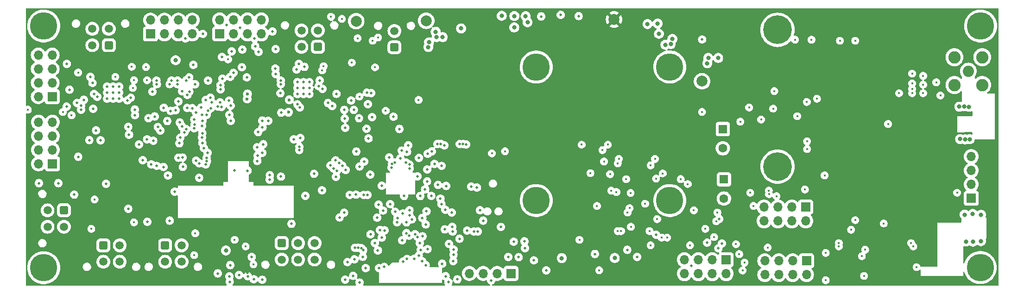
<source format=gbr>
G04 #@! TF.GenerationSoftware,KiCad,Pcbnew,7.0.10*
G04 #@! TF.CreationDate,2024-07-22T15:51:58-07:00*
G04 #@! TF.ProjectId,LCP_Controller,4c43505f-436f-46e7-9472-6f6c6c65722e,rev?*
G04 #@! TF.SameCoordinates,Original*
G04 #@! TF.FileFunction,Copper,L3,Inr*
G04 #@! TF.FilePolarity,Positive*
%FSLAX46Y46*%
G04 Gerber Fmt 4.6, Leading zero omitted, Abs format (unit mm)*
G04 Created by KiCad (PCBNEW 7.0.10) date 2024-07-22 15:51:58*
%MOMM*%
%LPD*%
G01*
G04 APERTURE LIST*
G04 Aperture macros list*
%AMRoundRect*
0 Rectangle with rounded corners*
0 $1 Rounding radius*
0 $2 $3 $4 $5 $6 $7 $8 $9 X,Y pos of 4 corners*
0 Add a 4 corners polygon primitive as box body*
4,1,4,$2,$3,$4,$5,$6,$7,$8,$9,$2,$3,0*
0 Add four circle primitives for the rounded corners*
1,1,$1+$1,$2,$3*
1,1,$1+$1,$4,$5*
1,1,$1+$1,$6,$7*
1,1,$1+$1,$8,$9*
0 Add four rect primitives between the rounded corners*
20,1,$1+$1,$2,$3,$4,$5,0*
20,1,$1+$1,$4,$5,$6,$7,0*
20,1,$1+$1,$6,$7,$8,$9,0*
20,1,$1+$1,$8,$9,$2,$3,0*%
G04 Aperture macros list end*
G04 #@! TA.AperFunction,ComponentPad*
%ADD10C,0.500000*%
G04 #@! TD*
G04 #@! TA.AperFunction,ComponentPad*
%ADD11RoundRect,0.250001X-0.499999X0.499999X-0.499999X-0.499999X0.499999X-0.499999X0.499999X0.499999X0*%
G04 #@! TD*
G04 #@! TA.AperFunction,ComponentPad*
%ADD12C,1.500000*%
G04 #@! TD*
G04 #@! TA.AperFunction,ComponentPad*
%ADD13R,1.700000X1.700000*%
G04 #@! TD*
G04 #@! TA.AperFunction,ComponentPad*
%ADD14O,1.700000X1.700000*%
G04 #@! TD*
G04 #@! TA.AperFunction,ComponentPad*
%ADD15RoundRect,0.250001X0.499999X0.499999X-0.499999X0.499999X-0.499999X-0.499999X0.499999X-0.499999X0*%
G04 #@! TD*
G04 #@! TA.AperFunction,ComponentPad*
%ADD16C,5.000000*%
G04 #@! TD*
G04 #@! TA.AperFunction,ComponentPad*
%ADD17C,2.000000*%
G04 #@! TD*
G04 #@! TA.AperFunction,ComponentPad*
%ADD18R,1.600000X1.600000*%
G04 #@! TD*
G04 #@! TA.AperFunction,ComponentPad*
%ADD19C,1.600000*%
G04 #@! TD*
G04 #@! TA.AperFunction,ComponentPad*
%ADD20RoundRect,0.250001X-0.499999X-0.499999X0.499999X-0.499999X0.499999X0.499999X-0.499999X0.499999X0*%
G04 #@! TD*
G04 #@! TA.AperFunction,WasherPad*
%ADD21C,5.250000*%
G04 #@! TD*
G04 #@! TA.AperFunction,ComponentPad*
%ADD22C,2.050000*%
G04 #@! TD*
G04 #@! TA.AperFunction,ComponentPad*
%ADD23C,2.250000*%
G04 #@! TD*
G04 #@! TA.AperFunction,ViaPad*
%ADD24C,0.800000*%
G04 #@! TD*
G04 #@! TA.AperFunction,ViaPad*
%ADD25C,0.406400*%
G04 #@! TD*
G04 #@! TA.AperFunction,ViaPad*
%ADD26C,0.500000*%
G04 #@! TD*
G04 #@! TA.AperFunction,ViaPad*
%ADD27C,0.600000*%
G04 #@! TD*
G04 APERTURE END LIST*
D10*
X178849200Y-104655800D03*
X178849200Y-103555800D03*
X178849200Y-102455800D03*
X177749200Y-104655800D03*
X177749200Y-103555800D03*
X177749200Y-102455800D03*
X176649200Y-104655800D03*
X176649200Y-103555800D03*
X176649200Y-102455800D03*
D11*
X134000000Y-125900000D03*
D12*
X134000000Y-128900000D03*
X131000000Y-125900000D03*
X131000000Y-128900000D03*
D13*
X131902200Y-117398800D03*
D14*
X129362200Y-117398800D03*
X131902200Y-114858800D03*
X129362200Y-114858800D03*
X131902200Y-112318800D03*
X129362200Y-112318800D03*
X131902200Y-109778800D03*
X129362200Y-109778800D03*
D13*
X149819200Y-93654800D03*
D14*
X149819200Y-91114800D03*
X152359200Y-93654800D03*
X152359200Y-91114800D03*
X154899200Y-93654800D03*
X154899200Y-91114800D03*
X157439200Y-93654800D03*
X157439200Y-91114800D03*
D15*
X194400000Y-96100000D03*
D12*
X194400000Y-93100000D03*
D16*
X130302000Y-136398000D03*
X220294200Y-124117100D03*
D17*
X187400000Y-91300000D03*
X234518200Y-91008200D03*
X200200000Y-91236800D03*
D16*
X130302000Y-92202000D03*
X244703600Y-124117100D03*
D18*
X254600000Y-120247349D03*
D19*
X254600000Y-123747349D03*
D17*
X250600000Y-102300000D03*
D20*
X173800000Y-131900000D03*
D12*
X176800000Y-131900000D03*
X179800000Y-131900000D03*
X173800000Y-134900000D03*
X176800000Y-134900000D03*
X179800000Y-134900000D03*
D20*
X152500000Y-132300000D03*
D12*
X155500000Y-132300000D03*
X152500000Y-135300000D03*
X155500000Y-135300000D03*
D13*
X255006000Y-134945200D03*
D14*
X255006000Y-137485200D03*
X252466000Y-134945200D03*
X252466000Y-137485200D03*
X249926000Y-134945200D03*
X249926000Y-137485200D03*
X247386000Y-134945200D03*
X247386000Y-137485200D03*
D13*
X269687200Y-135123000D03*
D14*
X269687200Y-137663000D03*
X267147200Y-135123000D03*
X267147200Y-137663000D03*
X264607200Y-135123000D03*
X264607200Y-137663000D03*
X262067200Y-135123000D03*
X262067200Y-137663000D03*
D15*
X180400000Y-96020000D03*
D12*
X177400000Y-96020000D03*
X180400000Y-93020000D03*
X177400000Y-93020000D03*
D13*
X131851400Y-105105200D03*
D14*
X129311400Y-105105200D03*
X131851400Y-102565200D03*
X129311400Y-102565200D03*
X131851400Y-100025200D03*
X129311400Y-100025200D03*
X131851400Y-97485200D03*
X129311400Y-97485200D03*
D18*
X254400000Y-111047349D03*
D19*
X254400000Y-114547349D03*
D20*
X141200000Y-132300000D03*
D12*
X144200000Y-132300000D03*
X141200000Y-135300000D03*
X144200000Y-135300000D03*
D10*
X141876600Y-103268600D03*
X141876600Y-104368600D03*
X141876600Y-105468600D03*
X142976600Y-103268600D03*
X142976600Y-104368600D03*
X142976600Y-105468600D03*
X144076600Y-103268600D03*
X144076600Y-104368600D03*
X144076600Y-105468600D03*
D16*
X244703600Y-99682300D03*
D21*
X264385000Y-92900000D03*
X264385000Y-117900000D03*
D16*
X220294200Y-99707700D03*
X301447200Y-136372600D03*
D13*
X299800000Y-123700000D03*
D14*
X299800000Y-121160000D03*
X299800000Y-118620000D03*
X299800000Y-116080000D03*
D13*
X215696800Y-137439400D03*
D14*
X213156800Y-137439400D03*
X210616800Y-137439400D03*
X208076800Y-137439400D03*
D13*
X162468400Y-93629400D03*
D14*
X162468400Y-91089400D03*
X165008400Y-93629400D03*
X165008400Y-91089400D03*
X167548400Y-93629400D03*
X167548400Y-91089400D03*
X170088400Y-93629400D03*
X170088400Y-91089400D03*
D15*
X142200000Y-95700000D03*
D12*
X139200000Y-95700000D03*
X142200000Y-92700000D03*
X139200000Y-92700000D03*
D22*
X299260000Y-100440000D03*
D23*
X296720000Y-102980000D03*
X301800000Y-102980000D03*
X296720000Y-97900000D03*
X301800000Y-97900000D03*
D13*
X269540000Y-125300000D03*
D14*
X269540000Y-127840000D03*
X267000000Y-125300000D03*
X267000000Y-127840000D03*
X264460000Y-125300000D03*
X264460000Y-127840000D03*
X261920000Y-125300000D03*
X261920000Y-127840000D03*
D16*
X301498000Y-92202000D03*
D24*
X216281000Y-92456000D03*
D25*
X286600000Y-104500000D03*
X242000000Y-116500000D03*
X233400000Y-113900000D03*
X231400000Y-125100000D03*
X241200000Y-117700000D03*
X243200000Y-130900000D03*
X237550000Y-122737500D03*
X248000000Y-121100000D03*
X228600000Y-113900000D03*
X230200000Y-119100000D03*
D26*
X251536200Y-131826000D03*
D25*
X251200000Y-129300000D03*
X233800000Y-119300000D03*
D26*
X254254000Y-131953000D03*
D24*
X200710800Y-95173800D03*
D26*
X148412200Y-116713000D03*
X202793600Y-123774200D03*
D25*
X190842800Y-99760829D03*
D26*
X188747400Y-123063000D03*
D24*
X200583800Y-96037400D03*
D25*
X278600000Y-94900000D03*
X269747708Y-106100000D03*
D24*
X301558800Y-131538400D03*
X240639600Y-91846400D03*
D26*
X194462400Y-117144800D03*
X173659800Y-119735600D03*
X154940000Y-105994200D03*
D27*
X175031400Y-107950000D03*
D26*
X136601200Y-116103400D03*
X203022200Y-117779800D03*
D25*
X235400000Y-116500000D03*
D26*
X157657800Y-99288600D03*
X207518000Y-113842800D03*
X207695800Y-129590800D03*
D25*
X149000000Y-99700000D03*
D26*
X206933800Y-113766600D03*
D24*
X297761400Y-112863400D03*
D25*
X198800000Y-105700000D03*
D26*
X173609000Y-102158800D03*
D24*
X224967800Y-134645400D03*
D25*
X269800000Y-113300000D03*
X136600000Y-100700000D03*
D26*
X197129400Y-117525800D03*
D24*
X297619400Y-106939600D03*
D26*
X153009600Y-119532400D03*
X183819800Y-104597200D03*
X171602400Y-120319800D03*
X173634400Y-102819200D03*
X203530200Y-114020600D03*
D25*
X291000000Y-102900000D03*
D26*
X192582800Y-129565400D03*
X188671200Y-133172200D03*
X202869800Y-113741200D03*
D25*
X263600000Y-107300000D03*
D24*
X242722400Y-93624400D03*
D25*
X165200000Y-131300000D03*
D24*
X300060200Y-126560000D03*
D25*
X289000000Y-103700000D03*
X289000000Y-104500000D03*
D24*
X154406600Y-98450400D03*
D26*
X176987200Y-114884200D03*
X210007200Y-125882400D03*
D24*
X203200000Y-94234000D03*
D25*
X291000000Y-104500000D03*
X235200000Y-117300000D03*
D26*
X169494200Y-111607600D03*
D25*
X267600000Y-94700000D03*
D24*
X298815600Y-131614600D03*
D26*
X186207400Y-123063000D03*
X188366400Y-132816600D03*
D24*
X299514000Y-112888800D03*
D26*
X203123800Y-135661400D03*
X146989800Y-108483400D03*
D24*
X298650400Y-112939600D03*
D26*
X196519800Y-117144800D03*
X193611500Y-124752100D03*
X167589200Y-137947400D03*
D25*
X291000000Y-101300000D03*
D26*
X189458600Y-123088400D03*
D25*
X139000000Y-129300000D03*
D26*
X149199600Y-112903000D03*
D24*
X244881400Y-95504000D03*
X218719400Y-91516200D03*
D25*
X167200000Y-132500000D03*
D24*
X202107800Y-94208600D03*
X201930000Y-93243400D03*
D26*
X162102800Y-137439400D03*
D24*
X301584200Y-126712400D03*
D25*
X289000000Y-102700000D03*
D24*
X206578200Y-92633800D03*
D26*
X206324200Y-113792000D03*
D25*
X259200000Y-107100000D03*
D26*
X187756800Y-132740400D03*
D27*
X175183800Y-105689400D03*
D24*
X242493800Y-91744800D03*
D26*
X191490600Y-124866400D03*
D25*
X270600000Y-94700000D03*
D26*
X202234800Y-113766600D03*
D25*
X275800000Y-94900000D03*
D24*
X299372000Y-106965000D03*
X298587000Y-126687000D03*
D25*
X289800000Y-136300000D03*
D26*
X208915000Y-129768600D03*
D24*
X163601400Y-133248400D03*
D26*
X171627800Y-119481600D03*
D25*
X237357200Y-125500000D03*
D24*
X245186200Y-94564200D03*
X234645200Y-134620000D03*
X251739400Y-98044000D03*
X218363800Y-90398600D03*
X251561600Y-99009200D03*
X243916200Y-95631000D03*
D25*
X269800000Y-114700000D03*
D26*
X187375800Y-123037600D03*
D25*
X289000000Y-100900000D03*
X146600000Y-103500000D03*
D26*
X193954400Y-117373400D03*
X187147200Y-132765800D03*
D24*
X253542800Y-98044000D03*
D26*
X177038000Y-114300000D03*
D25*
X283800000Y-128300000D03*
D26*
X193878200Y-118084600D03*
D24*
X216306400Y-90373200D03*
X213995000Y-90322400D03*
D25*
X273200000Y-138700000D03*
D24*
X298483000Y-106888800D03*
X300111000Y-131640000D03*
D26*
X168325800Y-134416800D03*
X192532000Y-136245600D03*
D25*
X273200000Y-133682200D03*
D26*
X197180200Y-118262400D03*
X210489800Y-133299200D03*
X212801200Y-133832600D03*
D25*
X278600000Y-130900000D03*
D26*
X218186000Y-128574800D03*
X180517800Y-123926600D03*
X237972600Y-130632200D03*
X150723600Y-124968000D03*
X223291400Y-131622800D03*
D24*
X210439000Y-105130600D03*
D25*
X265200000Y-107100000D03*
D26*
X236448600Y-95707200D03*
X167563800Y-137287000D03*
D24*
X214503000Y-94462600D03*
D26*
X216230200Y-128651000D03*
X181584600Y-124002800D03*
X210439000Y-134112000D03*
X238861600Y-130632200D03*
X249986800Y-130683000D03*
X213029800Y-119634000D03*
D25*
X188800000Y-101900000D03*
D26*
X180136800Y-114935000D03*
X167563800Y-136702800D03*
X217601800Y-127838200D03*
D24*
X160020000Y-137464800D03*
D25*
X274800000Y-126500000D03*
D26*
X231267000Y-132003800D03*
X187223400Y-125044200D03*
D24*
X210413600Y-102235000D03*
X215493600Y-94538800D03*
D26*
X194614800Y-123571000D03*
X161874200Y-134416800D03*
X232156000Y-131902200D03*
D24*
X211226400Y-94030800D03*
D26*
X235915200Y-95732600D03*
X221742000Y-131597400D03*
X201142600Y-119710200D03*
X216814400Y-127863600D03*
D24*
X210413600Y-100914200D03*
X213334600Y-94437200D03*
D25*
X271000000Y-108500000D03*
D26*
X166319200Y-134391400D03*
X249047000Y-130708400D03*
X182143400Y-115239800D03*
D24*
X211480400Y-99949000D03*
D26*
X148590000Y-124612400D03*
X152781000Y-124663200D03*
X247218200Y-130530600D03*
X163449000Y-128244600D03*
D24*
X216408000Y-94335600D03*
X210388200Y-93853000D03*
D26*
X208280000Y-124409200D03*
X188874400Y-125044200D03*
D25*
X274800000Y-125900000D03*
D24*
X210413600Y-103505000D03*
D26*
X222504000Y-131622800D03*
X208229200Y-123850400D03*
X233019600Y-131902200D03*
X161391600Y-127863600D03*
D25*
X261400000Y-109300000D03*
D26*
X250621800Y-94665800D03*
X167563800Y-118643400D03*
X169341800Y-116865400D03*
X164236400Y-108432600D03*
X164490400Y-109550200D03*
X162775900Y-106997500D03*
X158699200Y-119964200D03*
X157886400Y-110236000D03*
X170230800Y-109499400D03*
X159258000Y-110464600D03*
X165125400Y-118618000D03*
X177114200Y-107086400D03*
X173685200Y-108051600D03*
X176657000Y-106527600D03*
X173558200Y-104495600D03*
X209626200Y-129768600D03*
X198831200Y-134162800D03*
X200101200Y-135915400D03*
D25*
X280200000Y-137900000D03*
X279800000Y-134300000D03*
X277842798Y-129469800D03*
D26*
X160324800Y-102184200D03*
D25*
X146800000Y-102100000D03*
D26*
X154762200Y-102158800D03*
X162941000Y-101828600D03*
X153670000Y-102158800D03*
X156337000Y-102133400D03*
X150901400Y-102158800D03*
D25*
X149200000Y-102100000D03*
X146400000Y-99657200D03*
X143400000Y-101500000D03*
D26*
X195783200Y-131394200D03*
X203835000Y-121437400D03*
X197078600Y-130530600D03*
X199491600Y-127279400D03*
X196164200Y-123291600D03*
X228041200Y-90373200D03*
X198882000Y-116332000D03*
X198628000Y-119684800D03*
X224790000Y-90170000D03*
X199999600Y-122047000D03*
X194945000Y-127304800D03*
X221208600Y-90449400D03*
X195478400Y-116408200D03*
X196697600Y-115214400D03*
D25*
X190400000Y-94900000D03*
D26*
X195300600Y-111023400D03*
D25*
X187667518Y-94432481D03*
D26*
X201218800Y-115112800D03*
X202361800Y-121259600D03*
D25*
X188000000Y-105100000D03*
D26*
X200355200Y-120599200D03*
X196900800Y-113995200D03*
X200380600Y-118414800D03*
X194868800Y-128092200D03*
D25*
X192800000Y-107700000D03*
X191400000Y-94300000D03*
X182800000Y-90500000D03*
X184800000Y-90900000D03*
D26*
X192074800Y-121412000D03*
D25*
X158000000Y-130100000D03*
X157800000Y-134100000D03*
D26*
X183642000Y-116763800D03*
X185216800Y-107543600D03*
X180721000Y-102133400D03*
X182702200Y-117703600D03*
X172643800Y-99974400D03*
X181254400Y-103682800D03*
X183007000Y-106832400D03*
X184302400Y-117271800D03*
X183311800Y-118262400D03*
X172720000Y-100990400D03*
D25*
X146800000Y-128100000D03*
D26*
X150596600Y-108737400D03*
X149453600Y-109067600D03*
D25*
X181450000Y-99550000D03*
D26*
X182245000Y-106273600D03*
X185470800Y-118516400D03*
X183692800Y-119761000D03*
X149250400Y-128016000D03*
X180543200Y-103200200D03*
X189661800Y-112750600D03*
X181152800Y-122250200D03*
D25*
X181200000Y-100300000D03*
D26*
X185420000Y-110820200D03*
X159308800Y-109524800D03*
X162102800Y-106908600D03*
X157810200Y-110896400D03*
X155575000Y-104114600D03*
X154254200Y-122504200D03*
X178104800Y-123240800D03*
X140074807Y-105128141D03*
X138633200Y-113055400D03*
X135026400Y-103835200D03*
D25*
X139600000Y-123900000D03*
D26*
X134543800Y-99110800D03*
X135890000Y-123037600D03*
X129438400Y-120929400D03*
X132969000Y-120929400D03*
D25*
X135400000Y-108500000D03*
D26*
X137134600Y-107492800D03*
X139344400Y-107315000D03*
D25*
X127400000Y-107500000D03*
X133800000Y-107900000D03*
D26*
X164642800Y-96824800D03*
X138836400Y-101498400D03*
X139217400Y-102616000D03*
X139526200Y-104618600D03*
X155727400Y-117957600D03*
X152185000Y-117971200D03*
X164287200Y-138963400D03*
X186867800Y-137871200D03*
X198628000Y-130759200D03*
X188620400Y-134391400D03*
X183870600Y-118668800D03*
X175564800Y-128371600D03*
X195707000Y-114985800D03*
X187426600Y-115163600D03*
X201112000Y-123266200D03*
X184861200Y-117729000D03*
X164236400Y-137972800D03*
X193446400Y-116205000D03*
X164388800Y-135915400D03*
X199542400Y-130657600D03*
X170230800Y-138607800D03*
X187096400Y-134874000D03*
X168681400Y-138506200D03*
X195961000Y-135280400D03*
X188010800Y-139115800D03*
X166014400Y-137718800D03*
X200431400Y-132969000D03*
X199009000Y-131902200D03*
X185801000Y-135382000D03*
X218160600Y-131572000D03*
X216179400Y-131648200D03*
X215188800Y-134442200D03*
X217093800Y-134467600D03*
X205155800Y-135178800D03*
X205892400Y-138531600D03*
X205181200Y-134035800D03*
X212064600Y-138709400D03*
D25*
X288800000Y-131900000D03*
D26*
X219887800Y-135051800D03*
X236931200Y-133121400D03*
D25*
X235200000Y-129700000D03*
X234000000Y-122300000D03*
X275600000Y-131900000D03*
D26*
X203606400Y-129387600D03*
X231038400Y-133883400D03*
D25*
X262600000Y-132700000D03*
X289200000Y-132500000D03*
X235800000Y-129700000D03*
D26*
X238734600Y-134416800D03*
X205232000Y-133070600D03*
D25*
X231800000Y-136855200D03*
X275600000Y-132500000D03*
X234967504Y-122562255D03*
D26*
X222123000Y-136880600D03*
D25*
X258377000Y-135477000D03*
X257400000Y-133900000D03*
D26*
X253586863Y-132854000D03*
X213842600Y-128955800D03*
X204952600Y-128905000D03*
X197129400Y-125882400D03*
X210591400Y-127787400D03*
X248666000Y-136042400D03*
X205028800Y-129768600D03*
D25*
X280400000Y-133100000D03*
D26*
X242189000Y-130352800D03*
X200101200Y-128473200D03*
D25*
X294157200Y-104900000D03*
X257600000Y-109700000D03*
X250600000Y-107900000D03*
D26*
X200253600Y-126085600D03*
D25*
X273000000Y-119500000D03*
X262800000Y-122300000D03*
X264200000Y-123300000D03*
X269400000Y-122100000D03*
X212200000Y-115500000D03*
X214600000Y-115100000D03*
X259400000Y-122700000D03*
X262830009Y-122959720D03*
D26*
X204851000Y-126288800D03*
D25*
X293400000Y-102500000D03*
X260000000Y-125100000D03*
D26*
X163728400Y-91973400D03*
X190144400Y-104444800D03*
X169367200Y-115874800D03*
X186969400Y-107543600D03*
X190017400Y-130276600D03*
X171323000Y-109524800D03*
X186461400Y-105816400D03*
X191363600Y-133223000D03*
X166141400Y-92481400D03*
X189382400Y-104394000D03*
X170281600Y-110744000D03*
X169316400Y-114376200D03*
X170230800Y-115392200D03*
X179705000Y-119227600D03*
X190804800Y-131876800D03*
X185318400Y-109143800D03*
X168833800Y-94462600D03*
X170434000Y-113817400D03*
X172110400Y-93192600D03*
X187909200Y-109067600D03*
X189306200Y-110998000D03*
X188849000Y-116967000D03*
X191236600Y-127254000D03*
X189560200Y-106476800D03*
X160807400Y-107213400D03*
X162534600Y-106172000D03*
X167411400Y-101600000D03*
X158724600Y-117297200D03*
X161036000Y-106146600D03*
X160121600Y-116916200D03*
X160299400Y-107645200D03*
X156921200Y-104165400D03*
X156895800Y-101600000D03*
X166522400Y-99745800D03*
X166598600Y-96520000D03*
X159918400Y-117525800D03*
X158165800Y-116814600D03*
X150977600Y-117779800D03*
X160070800Y-116281200D03*
D25*
X164000000Y-98300000D03*
D26*
X159054800Y-107111800D03*
X162884948Y-97836542D03*
X160268600Y-115372200D03*
X159207200Y-108432600D03*
X159893000Y-105740200D03*
X157962600Y-102844600D03*
X149961600Y-117475000D03*
X158140400Y-108000800D03*
X152882600Y-109575600D03*
X137134600Y-106781600D03*
X159588200Y-114503200D03*
X155168600Y-109829600D03*
X157835600Y-109270800D03*
D27*
X167487600Y-105537000D03*
D26*
X172669200Y-96393000D03*
X156210000Y-94462600D03*
X168935400Y-95910400D03*
X176936400Y-99104000D03*
X159385000Y-93649800D03*
X169570400Y-96926400D03*
D27*
X167538400Y-104622600D03*
D26*
X134493000Y-106934000D03*
X155596302Y-110569622D03*
X159283400Y-111785400D03*
X146964400Y-107467400D03*
X159232600Y-112572800D03*
X136398000Y-106273600D03*
X156324073Y-111053124D03*
X146215100Y-105321100D03*
X137642600Y-105689400D03*
X159283400Y-113563400D03*
X145580100Y-105778300D03*
X156006800Y-111633000D03*
D25*
X256800000Y-132100000D03*
X253400000Y-126300000D03*
X243428699Y-119152698D03*
X249107200Y-125899934D03*
X246700066Y-120199934D03*
X242200000Y-120100000D03*
X252800000Y-130791800D03*
X241200000Y-132300000D03*
X240200000Y-124700000D03*
X241000000Y-129700000D03*
X248400000Y-132300000D03*
X242400000Y-127500000D03*
X244200000Y-130900000D03*
X297200000Y-122700000D03*
X268000000Y-108700000D03*
X271600000Y-105500000D03*
D26*
X204368400Y-132029200D03*
X199212200Y-133146800D03*
X206273400Y-131089400D03*
X218262200Y-132816600D03*
X196596000Y-130073400D03*
X198145400Y-130251200D03*
D25*
X263800000Y-104100000D03*
D26*
X195935600Y-126466600D03*
X192074800Y-130886200D03*
X197612000Y-127533400D03*
X153339800Y-127787400D03*
X185191400Y-126339600D03*
X184353200Y-127203200D03*
X197129400Y-126796800D03*
D25*
X186600250Y-98912250D03*
D26*
X208432400Y-121564400D03*
X199110600Y-123291600D03*
D25*
X278600004Y-127700000D03*
D26*
X253746000Y-127482600D03*
D25*
X232400000Y-114900000D03*
X232692800Y-116976366D03*
D26*
X197993000Y-134747000D03*
X199440800Y-135178800D03*
X203733400Y-137947400D03*
D25*
X258000000Y-136900000D03*
D26*
X209473800Y-121742200D03*
X202971400Y-124739400D03*
X191744600Y-129489200D03*
X188036200Y-117881400D03*
X194233800Y-108788200D03*
X190322200Y-108839000D03*
X189992000Y-119380000D03*
X196596000Y-128117600D03*
X201701400Y-117424200D03*
X200456800Y-115544600D03*
X204241400Y-139039600D03*
X196672200Y-134797800D03*
D25*
X253200000Y-127900000D03*
X236742800Y-120206000D03*
X228200000Y-131300000D03*
D26*
X145745200Y-125603000D03*
X160096200Y-108458000D03*
X156565600Y-104775000D03*
X160756600Y-105308400D03*
X141681200Y-121056400D03*
X153339800Y-102819200D03*
X150977600Y-102819200D03*
X154736800Y-102819200D03*
X140690600Y-113106200D03*
X139877800Y-111277400D03*
X147701000Y-113842800D03*
X150317200Y-113157000D03*
D25*
X237000000Y-126300000D03*
X237600000Y-128900000D03*
D26*
X177952400Y-99669600D03*
X164465000Y-106781600D03*
X164185600Y-105841800D03*
X176504600Y-100152200D03*
D25*
X168630600Y-135788400D03*
D26*
X185369200Y-138557000D03*
X189153800Y-136474200D03*
X191592200Y-136474200D03*
X192303400Y-125933200D03*
X175996600Y-112903000D03*
X177190400Y-112649000D03*
X194513200Y-126161800D03*
D25*
X284600000Y-110100000D03*
D26*
X203657200Y-125780800D03*
X154432000Y-107619800D03*
X151612600Y-111302800D03*
X153517600Y-107721400D03*
X151155400Y-110667800D03*
X145897600Y-112090200D03*
X164363400Y-101523800D03*
X162636200Y-103759000D03*
X157429200Y-107213400D03*
X162585400Y-103047800D03*
X164973000Y-100761800D03*
X145745200Y-110617000D03*
X156514800Y-107188000D03*
X152247600Y-107137200D03*
X150164800Y-104216200D03*
X154940000Y-116281200D03*
X155092400Y-113639600D03*
X155270200Y-112623600D03*
X155702000Y-116255800D03*
G04 #@! TA.AperFunction,Conductor*
G36*
X304716221Y-88945902D02*
G01*
X304762714Y-88999558D01*
X304774100Y-89051900D01*
X304774100Y-139548100D01*
X304754098Y-139616221D01*
X304700442Y-139662714D01*
X304648100Y-139674100D01*
X212345770Y-139674100D01*
X212277649Y-139654098D01*
X212231156Y-139600442D01*
X212221052Y-139530168D01*
X212250546Y-139465588D01*
X212304155Y-139429171D01*
X212354087Y-139411699D01*
X212395783Y-139397109D01*
X212540509Y-139306171D01*
X212661371Y-139185309D01*
X212752309Y-139040583D01*
X212808762Y-138879250D01*
X212808763Y-138879236D01*
X212808857Y-138878830D01*
X212808995Y-138878582D01*
X212811099Y-138872571D01*
X212812151Y-138872939D01*
X212843515Y-138816867D01*
X212906170Y-138783477D01*
X212952434Y-138782582D01*
X213044231Y-138797900D01*
X213044235Y-138797900D01*
X213269365Y-138797900D01*
X213269369Y-138797900D01*
X213491435Y-138760844D01*
X213704374Y-138687742D01*
X213902376Y-138580589D01*
X214080040Y-138442306D01*
X214141045Y-138376037D01*
X214201896Y-138339467D01*
X214272861Y-138341600D01*
X214331406Y-138381762D01*
X214351800Y-138417341D01*
X214395911Y-138535604D01*
X214395912Y-138535607D01*
X214483538Y-138652661D01*
X214600592Y-138740287D01*
X214600594Y-138740288D01*
X214600596Y-138740289D01*
X214655649Y-138760823D01*
X214737595Y-138791388D01*
X214737603Y-138791390D01*
X214798150Y-138797899D01*
X214798155Y-138797899D01*
X214798162Y-138797900D01*
X214798168Y-138797900D01*
X216595432Y-138797900D01*
X216595438Y-138797900D01*
X216595445Y-138797899D01*
X216595449Y-138797899D01*
X216655996Y-138791390D01*
X216655999Y-138791389D01*
X216656001Y-138791389D01*
X216793004Y-138740289D01*
X216802019Y-138733541D01*
X216910061Y-138652661D01*
X216997687Y-138535607D01*
X216997687Y-138535606D01*
X216997689Y-138535604D01*
X217041799Y-138417341D01*
X217048788Y-138398604D01*
X217048790Y-138398596D01*
X217055299Y-138338049D01*
X217055300Y-138338032D01*
X217055300Y-136880600D01*
X221359701Y-136880600D01*
X221378837Y-137050448D01*
X221435290Y-137211782D01*
X221526231Y-137356512D01*
X221647087Y-137477368D01*
X221647089Y-137477369D01*
X221647091Y-137477371D01*
X221791817Y-137568309D01*
X221953150Y-137624762D01*
X221953149Y-137624762D01*
X221970348Y-137626699D01*
X222123000Y-137643899D01*
X222292850Y-137624762D01*
X222454183Y-137568309D01*
X222598909Y-137477371D01*
X222719771Y-137356509D01*
X222810709Y-137211783D01*
X222867162Y-137050450D01*
X222886299Y-136880600D01*
X222883437Y-136855202D01*
X231083073Y-136855202D01*
X231103905Y-137026769D01*
X231103905Y-137026771D01*
X231103906Y-137026772D01*
X231165165Y-137188300D01*
X231165194Y-137188375D01*
X231263371Y-137330610D01*
X231263372Y-137330611D01*
X231392739Y-137445219D01*
X231545774Y-137525538D01*
X231713584Y-137566900D01*
X231713585Y-137566900D01*
X231886415Y-137566900D01*
X231886416Y-137566900D01*
X232054226Y-137525538D01*
X232131084Y-137485200D01*
X246022844Y-137485200D01*
X246040755Y-137701351D01*
X246041437Y-137709575D01*
X246096702Y-137927812D01*
X246096703Y-137927813D01*
X246096704Y-137927816D01*
X246178840Y-138115069D01*
X246187141Y-138133993D01*
X246310275Y-138322465D01*
X246310279Y-138322470D01*
X246421079Y-138442829D01*
X246444221Y-138467968D01*
X246462762Y-138488108D01*
X246478388Y-138500270D01*
X246640424Y-138626389D01*
X246838426Y-138733542D01*
X246838427Y-138733542D01*
X246838428Y-138733543D01*
X246904109Y-138756091D01*
X247051365Y-138806644D01*
X247273431Y-138843700D01*
X247273435Y-138843700D01*
X247498565Y-138843700D01*
X247498569Y-138843700D01*
X247720635Y-138806644D01*
X247933574Y-138733542D01*
X248131576Y-138626389D01*
X248309240Y-138488106D01*
X248461722Y-138322468D01*
X248550518Y-138186554D01*
X248604520Y-138140468D01*
X248674868Y-138130892D01*
X248739225Y-138160869D01*
X248761480Y-138186553D01*
X248786331Y-138224589D01*
X248850275Y-138322465D01*
X248850279Y-138322470D01*
X248961079Y-138442829D01*
X248984221Y-138467968D01*
X249002762Y-138488108D01*
X249018388Y-138500270D01*
X249180424Y-138626389D01*
X249378426Y-138733542D01*
X249378427Y-138733542D01*
X249378428Y-138733543D01*
X249444109Y-138756091D01*
X249591365Y-138806644D01*
X249813431Y-138843700D01*
X249813435Y-138843700D01*
X250038565Y-138843700D01*
X250038569Y-138843700D01*
X250260635Y-138806644D01*
X250473574Y-138733542D01*
X250671576Y-138626389D01*
X250849240Y-138488106D01*
X251001722Y-138322468D01*
X251090518Y-138186554D01*
X251144520Y-138140468D01*
X251214868Y-138130892D01*
X251279225Y-138160869D01*
X251301480Y-138186553D01*
X251326331Y-138224589D01*
X251390275Y-138322465D01*
X251390279Y-138322470D01*
X251501079Y-138442829D01*
X251524221Y-138467968D01*
X251542762Y-138488108D01*
X251558388Y-138500270D01*
X251720424Y-138626389D01*
X251918426Y-138733542D01*
X251918427Y-138733542D01*
X251918428Y-138733543D01*
X251984109Y-138756091D01*
X252131365Y-138806644D01*
X252353431Y-138843700D01*
X252353435Y-138843700D01*
X252578565Y-138843700D01*
X252578569Y-138843700D01*
X252800635Y-138806644D01*
X253013574Y-138733542D01*
X253211576Y-138626389D01*
X253389240Y-138488106D01*
X253541722Y-138322468D01*
X253630518Y-138186554D01*
X253684520Y-138140468D01*
X253754868Y-138130892D01*
X253819225Y-138160869D01*
X253841480Y-138186553D01*
X253866331Y-138224589D01*
X253930275Y-138322465D01*
X253930279Y-138322470D01*
X254041079Y-138442829D01*
X254064221Y-138467968D01*
X254082762Y-138488108D01*
X254098388Y-138500270D01*
X254260424Y-138626389D01*
X254458426Y-138733542D01*
X254458427Y-138733542D01*
X254458428Y-138733543D01*
X254524109Y-138756091D01*
X254671365Y-138806644D01*
X254893431Y-138843700D01*
X254893435Y-138843700D01*
X255118565Y-138843700D01*
X255118569Y-138843700D01*
X255340635Y-138806644D01*
X255553574Y-138733542D01*
X255751576Y-138626389D01*
X255929240Y-138488106D01*
X256081722Y-138322468D01*
X256204860Y-138133991D01*
X256295296Y-137927816D01*
X256350564Y-137709568D01*
X256354423Y-137663000D01*
X260704044Y-137663000D01*
X260722192Y-137882013D01*
X260722637Y-137887375D01*
X260777902Y-138105612D01*
X260777903Y-138105613D01*
X260777904Y-138105616D01*
X260852934Y-138276668D01*
X260868341Y-138311793D01*
X260991475Y-138500265D01*
X260991479Y-138500270D01*
X261143962Y-138665908D01*
X261187760Y-138699997D01*
X261321624Y-138804189D01*
X261519626Y-138911342D01*
X261519627Y-138911342D01*
X261519628Y-138911343D01*
X261620436Y-138945950D01*
X261732565Y-138984444D01*
X261954631Y-139021500D01*
X261954635Y-139021500D01*
X262179765Y-139021500D01*
X262179769Y-139021500D01*
X262401835Y-138984444D01*
X262614774Y-138911342D01*
X262812776Y-138804189D01*
X262990440Y-138665906D01*
X263142922Y-138500268D01*
X263231718Y-138364354D01*
X263285720Y-138318268D01*
X263356068Y-138308692D01*
X263420425Y-138338669D01*
X263442680Y-138364353D01*
X263465056Y-138398601D01*
X263531475Y-138500265D01*
X263531479Y-138500270D01*
X263683962Y-138665908D01*
X263727760Y-138699997D01*
X263861624Y-138804189D01*
X264059626Y-138911342D01*
X264059627Y-138911342D01*
X264059628Y-138911343D01*
X264160436Y-138945950D01*
X264272565Y-138984444D01*
X264494631Y-139021500D01*
X264494635Y-139021500D01*
X264719765Y-139021500D01*
X264719769Y-139021500D01*
X264941835Y-138984444D01*
X265154774Y-138911342D01*
X265352776Y-138804189D01*
X265530440Y-138665906D01*
X265682922Y-138500268D01*
X265771718Y-138364354D01*
X265825720Y-138318268D01*
X265896068Y-138308692D01*
X265960425Y-138338669D01*
X265982680Y-138364353D01*
X266005056Y-138398601D01*
X266071475Y-138500265D01*
X266071479Y-138500270D01*
X266223962Y-138665908D01*
X266267760Y-138699997D01*
X266401624Y-138804189D01*
X266599626Y-138911342D01*
X266599627Y-138911342D01*
X266599628Y-138911343D01*
X266700436Y-138945950D01*
X266812565Y-138984444D01*
X267034631Y-139021500D01*
X267034635Y-139021500D01*
X267259765Y-139021500D01*
X267259769Y-139021500D01*
X267481835Y-138984444D01*
X267694774Y-138911342D01*
X267892776Y-138804189D01*
X268070440Y-138665906D01*
X268222922Y-138500268D01*
X268311718Y-138364354D01*
X268365720Y-138318268D01*
X268436068Y-138308692D01*
X268500425Y-138338669D01*
X268522680Y-138364353D01*
X268545056Y-138398601D01*
X268611475Y-138500265D01*
X268611479Y-138500270D01*
X268763962Y-138665908D01*
X268807760Y-138699997D01*
X268941624Y-138804189D01*
X269139626Y-138911342D01*
X269139627Y-138911342D01*
X269139628Y-138911343D01*
X269240436Y-138945950D01*
X269352565Y-138984444D01*
X269574631Y-139021500D01*
X269574635Y-139021500D01*
X269799765Y-139021500D01*
X269799769Y-139021500D01*
X270021835Y-138984444D01*
X270234774Y-138911342D01*
X270432776Y-138804189D01*
X270566634Y-138700002D01*
X272483073Y-138700002D01*
X272503905Y-138871569D01*
X272503905Y-138871571D01*
X272503906Y-138871572D01*
X272555590Y-139007853D01*
X272565194Y-139033175D01*
X272656281Y-139165138D01*
X272663372Y-139175411D01*
X272792739Y-139290019D01*
X272945774Y-139370338D01*
X273113584Y-139411700D01*
X273113585Y-139411700D01*
X273286415Y-139411700D01*
X273286416Y-139411700D01*
X273454226Y-139370338D01*
X273607261Y-139290019D01*
X273736628Y-139175411D01*
X273834807Y-139033173D01*
X273896094Y-138871572D01*
X273913681Y-138726735D01*
X273916927Y-138700002D01*
X273916927Y-138699997D01*
X273900488Y-138564616D01*
X273896094Y-138528428D01*
X273834807Y-138366827D01*
X273749767Y-138243625D01*
X273736628Y-138224589D01*
X273607260Y-138109980D01*
X273503812Y-138055687D01*
X273454226Y-138029662D01*
X273454223Y-138029661D01*
X273286417Y-137988300D01*
X273286416Y-137988300D01*
X273113584Y-137988300D01*
X273113582Y-137988300D01*
X272945776Y-138029661D01*
X272945775Y-138029661D01*
X272792739Y-138109980D01*
X272663371Y-138224589D01*
X272565194Y-138366824D01*
X272503905Y-138528430D01*
X272483073Y-138699997D01*
X272483073Y-138700002D01*
X270566634Y-138700002D01*
X270610440Y-138665906D01*
X270762922Y-138500268D01*
X270886060Y-138311791D01*
X270976496Y-138105616D01*
X271028565Y-137900000D01*
X279483073Y-137900000D01*
X279503905Y-138071569D01*
X279503905Y-138071571D01*
X279503906Y-138071572D01*
X279553635Y-138202698D01*
X279565194Y-138233175D01*
X279663371Y-138375410D01*
X279663372Y-138375411D01*
X279792739Y-138490019D01*
X279945774Y-138570338D01*
X280113584Y-138611700D01*
X280113585Y-138611700D01*
X280286415Y-138611700D01*
X280286416Y-138611700D01*
X280454226Y-138570338D01*
X280607261Y-138490019D01*
X280736628Y-138375411D01*
X280834807Y-138233173D01*
X280896094Y-138071572D01*
X280916927Y-137900000D01*
X280914743Y-137882016D01*
X280902512Y-137781283D01*
X280896094Y-137728428D01*
X280834807Y-137566827D01*
X280822467Y-137548950D01*
X280736628Y-137424589D01*
X280607260Y-137309980D01*
X280511441Y-137259691D01*
X280454226Y-137229662D01*
X280454223Y-137229661D01*
X280286417Y-137188300D01*
X280286416Y-137188300D01*
X280113584Y-137188300D01*
X280113582Y-137188300D01*
X279945776Y-137229661D01*
X279945775Y-137229661D01*
X279792739Y-137309980D01*
X279663371Y-137424589D01*
X279565194Y-137566824D01*
X279503905Y-137728430D01*
X279483073Y-137899997D01*
X279483073Y-137900000D01*
X271028565Y-137900000D01*
X271031764Y-137887368D01*
X271050356Y-137663000D01*
X271031764Y-137438632D01*
X270986450Y-137259690D01*
X270976497Y-137220387D01*
X270976496Y-137220386D01*
X270976496Y-137220384D01*
X270886060Y-137014209D01*
X270869561Y-136988956D01*
X270762924Y-136825734D01*
X270762919Y-136825729D01*
X270742724Y-136803792D01*
X270619724Y-136670179D01*
X270588303Y-136606514D01*
X270596290Y-136535968D01*
X270641148Y-136480939D01*
X270668383Y-136466789D01*
X270783404Y-136423889D01*
X270789969Y-136418975D01*
X270900461Y-136336261D01*
X270927604Y-136300002D01*
X289083073Y-136300002D01*
X289103905Y-136471569D01*
X289103905Y-136471571D01*
X289103906Y-136471572D01*
X289162037Y-136624852D01*
X289165194Y-136633175D01*
X289263371Y-136775410D01*
X289263372Y-136775411D01*
X289392739Y-136890019D01*
X289545774Y-136970338D01*
X289713584Y-137011700D01*
X289713585Y-137011700D01*
X289886415Y-137011700D01*
X289886416Y-137011700D01*
X290054226Y-136970338D01*
X290207261Y-136890019D01*
X290332848Y-136778759D01*
X290397100Y-136748560D01*
X290467481Y-136757891D01*
X290521643Y-136803792D01*
X290542392Y-136871689D01*
X290542400Y-136873073D01*
X290542400Y-137900000D01*
X293600000Y-137900000D01*
X298303216Y-137900435D01*
X298303216Y-137900434D01*
X298303217Y-137900435D01*
X298303329Y-137221279D01*
X298323341Y-137153167D01*
X298377005Y-137106683D01*
X298447280Y-137096590D01*
X298511856Y-137126094D01*
X298550035Y-137185168D01*
X298615343Y-137403312D01*
X298615345Y-137403318D01*
X298615346Y-137403319D01*
X298747452Y-137709575D01*
X298754150Y-137725101D01*
X298844743Y-137882013D01*
X298919231Y-138011031D01*
X298929375Y-138028600D01*
X299138649Y-138309704D01*
X299379143Y-138564612D01*
X299379148Y-138564616D01*
X299379154Y-138564622D01*
X299647596Y-138789873D01*
X299647600Y-138789876D01*
X299647603Y-138789878D01*
X299940400Y-138982453D01*
X300253574Y-139139735D01*
X300351593Y-139175411D01*
X300582881Y-139259593D01*
X300582882Y-139259593D01*
X300582890Y-139259596D01*
X300923894Y-139340416D01*
X301122797Y-139363664D01*
X301271972Y-139381100D01*
X301271975Y-139381100D01*
X301622428Y-139381100D01*
X301753199Y-139365815D01*
X301970506Y-139340416D01*
X302311510Y-139259596D01*
X302640826Y-139139735D01*
X302954000Y-138982453D01*
X303246797Y-138789878D01*
X303290450Y-138753249D01*
X303415031Y-138648712D01*
X303515257Y-138564612D01*
X303755751Y-138309704D01*
X303965025Y-138028600D01*
X304140250Y-137725101D01*
X304279057Y-137403312D01*
X304379567Y-137067584D01*
X304440422Y-136722457D01*
X304460799Y-136372600D01*
X304440422Y-136022743D01*
X304379567Y-135677616D01*
X304279057Y-135341888D01*
X304140250Y-135020099D01*
X303965025Y-134716600D01*
X303755751Y-134435496D01*
X303515257Y-134180588D01*
X303515250Y-134180582D01*
X303515245Y-134180577D01*
X303246803Y-133955326D01*
X303224856Y-133940891D01*
X302954000Y-133762747D01*
X302640826Y-133605465D01*
X302640821Y-133605463D01*
X302640816Y-133605461D01*
X302311518Y-133485606D01*
X302311513Y-133485605D01*
X302311512Y-133485604D01*
X302311510Y-133485604D01*
X302078685Y-133430423D01*
X301970507Y-133404784D01*
X301970501Y-133404783D01*
X301622428Y-133364100D01*
X301622425Y-133364100D01*
X301271975Y-133364100D01*
X301271972Y-133364100D01*
X300923898Y-133404783D01*
X300923892Y-133404784D01*
X300582886Y-133485605D01*
X300582881Y-133485606D01*
X300253583Y-133605461D01*
X300253578Y-133605463D01*
X299940398Y-133762748D01*
X299647596Y-133955326D01*
X299379154Y-134180577D01*
X299379148Y-134180583D01*
X299379144Y-134180586D01*
X299379143Y-134180588D01*
X299329530Y-134233175D01*
X299138650Y-134435494D01*
X299021622Y-134592691D01*
X298929375Y-134716600D01*
X298929371Y-134716605D01*
X298929368Y-134716611D01*
X298754153Y-135020093D01*
X298754144Y-135020111D01*
X298615346Y-135341880D01*
X298615345Y-135341881D01*
X298550316Y-135559093D01*
X298511616Y-135618615D01*
X298446880Y-135647766D01*
X298376661Y-135637290D01*
X298323252Y-135590514D01*
X298303610Y-135522937D01*
X298304097Y-132575341D01*
X298324110Y-132507226D01*
X298377774Y-132460742D01*
X298448049Y-132450649D01*
X298481343Y-132460256D01*
X298533312Y-132483394D01*
X298720113Y-132523100D01*
X298911087Y-132523100D01*
X299097888Y-132483394D01*
X299272352Y-132405718D01*
X299371761Y-132333492D01*
X299438625Y-132309636D01*
X299507777Y-132325716D01*
X299519880Y-132333494D01*
X299581292Y-132378112D01*
X299654248Y-132431118D01*
X299828712Y-132508794D01*
X300015513Y-132548500D01*
X300206487Y-132548500D01*
X300393288Y-132508794D01*
X300567752Y-132431118D01*
X300722253Y-132318866D01*
X300790740Y-132242803D01*
X300851185Y-132205564D01*
X300922169Y-132206915D01*
X300958436Y-132225177D01*
X301102048Y-132329518D01*
X301276512Y-132407194D01*
X301463313Y-132446900D01*
X301654287Y-132446900D01*
X301841088Y-132407194D01*
X302015552Y-132329518D01*
X302170053Y-132217266D01*
X302178408Y-132207987D01*
X302297834Y-132075351D01*
X302297835Y-132075349D01*
X302297840Y-132075344D01*
X302393327Y-131909956D01*
X302452342Y-131728328D01*
X302472304Y-131538400D01*
X302452342Y-131348472D01*
X302419090Y-131246136D01*
X302417063Y-131175169D01*
X302453726Y-131114371D01*
X302517438Y-131083046D01*
X302538924Y-131081200D01*
X302574800Y-131081200D01*
X302574800Y-127245800D01*
X302539565Y-127245800D01*
X302471444Y-127225798D01*
X302424951Y-127172142D01*
X302414847Y-127101868D01*
X302419732Y-127080863D01*
X302431957Y-127043238D01*
X302477742Y-126902328D01*
X302497704Y-126712400D01*
X302477742Y-126522472D01*
X302418727Y-126340844D01*
X302323240Y-126175456D01*
X302323238Y-126175454D01*
X302323234Y-126175448D01*
X302195455Y-126033535D01*
X302040952Y-125921282D01*
X301866488Y-125843606D01*
X301679687Y-125803900D01*
X301488713Y-125803900D01*
X301301911Y-125843606D01*
X301127447Y-125921282D01*
X300967605Y-126037415D01*
X300966240Y-126035536D01*
X300911804Y-126061634D01*
X300841354Y-126052843D01*
X300797915Y-126021584D01*
X300671453Y-125881134D01*
X300655897Y-125869832D01*
X300516952Y-125768882D01*
X300342488Y-125691206D01*
X300155687Y-125651500D01*
X299964713Y-125651500D01*
X299777911Y-125691206D01*
X299603447Y-125768882D01*
X299448946Y-125881134D01*
X299356589Y-125983707D01*
X299296143Y-126020946D01*
X299225159Y-126019594D01*
X299188892Y-126001332D01*
X299043752Y-125895882D01*
X298869288Y-125818206D01*
X298682487Y-125778500D01*
X298491513Y-125778500D01*
X298304711Y-125818206D01*
X298130247Y-125895882D01*
X297975744Y-126008135D01*
X297847965Y-126150048D01*
X297847958Y-126150058D01*
X297756126Y-126309116D01*
X297752473Y-126315444D01*
X297747070Y-126332073D01*
X297693457Y-126497072D01*
X297673496Y-126687000D01*
X297693457Y-126876927D01*
X297716621Y-126948217D01*
X297752473Y-127058556D01*
X297778919Y-127104361D01*
X297829058Y-127191206D01*
X297847960Y-127223944D01*
X297967416Y-127356614D01*
X297970436Y-127359967D01*
X298001153Y-127423975D01*
X298002800Y-127444278D01*
X298002800Y-128004035D01*
X297982798Y-128072156D01*
X297929142Y-128118649D01*
X297876800Y-128130035D01*
X293605009Y-128130035D01*
X293600941Y-136067019D01*
X293600933Y-136081865D01*
X293580896Y-136149975D01*
X293527217Y-136196440D01*
X293474933Y-136207800D01*
X290613168Y-136207800D01*
X290545047Y-136187798D01*
X290498554Y-136134142D01*
X290495356Y-136126481D01*
X290472176Y-136065362D01*
X290434807Y-135966827D01*
X290412932Y-135935136D01*
X290336628Y-135824589D01*
X290207260Y-135709980D01*
X290137984Y-135673622D01*
X290054226Y-135629662D01*
X290054223Y-135629661D01*
X289886417Y-135588300D01*
X289886416Y-135588300D01*
X289713584Y-135588300D01*
X289713582Y-135588300D01*
X289545776Y-135629661D01*
X289545775Y-135629661D01*
X289392739Y-135709980D01*
X289263371Y-135824589D01*
X289165194Y-135966824D01*
X289103905Y-136128430D01*
X289083073Y-136299997D01*
X289083073Y-136300002D01*
X270927604Y-136300002D01*
X270988087Y-136219207D01*
X270988087Y-136219206D01*
X270988089Y-136219204D01*
X271037246Y-136087411D01*
X271039188Y-136082204D01*
X271039190Y-136082196D01*
X271045699Y-136021649D01*
X271045700Y-136021632D01*
X271045700Y-134224367D01*
X271045699Y-134224350D01*
X271039190Y-134163803D01*
X271039188Y-134163795D01*
X271004789Y-134071569D01*
X270988089Y-134026796D01*
X270988088Y-134026794D01*
X270988087Y-134026792D01*
X270900461Y-133909738D01*
X270783407Y-133822112D01*
X270783402Y-133822110D01*
X270646404Y-133771011D01*
X270646396Y-133771009D01*
X270585849Y-133764500D01*
X270585838Y-133764500D01*
X268788562Y-133764500D01*
X268788550Y-133764500D01*
X268728003Y-133771009D01*
X268727995Y-133771011D01*
X268590997Y-133822110D01*
X268590992Y-133822112D01*
X268473938Y-133909738D01*
X268386312Y-134026792D01*
X268386311Y-134026795D01*
X268342200Y-134145058D01*
X268299653Y-134201893D01*
X268233132Y-134226703D01*
X268163758Y-134211611D01*
X268131446Y-134186363D01*
X268070440Y-134120094D01*
X268070439Y-134120093D01*
X268070437Y-134120091D01*
X267978975Y-134048903D01*
X267892776Y-133981811D01*
X267694774Y-133874658D01*
X267694772Y-133874657D01*
X267694771Y-133874656D01*
X267481839Y-133801557D01*
X267481830Y-133801555D01*
X267431358Y-133793133D01*
X267259769Y-133764500D01*
X267034631Y-133764500D01*
X266892921Y-133788147D01*
X266812569Y-133801555D01*
X266812560Y-133801557D01*
X266599628Y-133874656D01*
X266599626Y-133874658D01*
X266493200Y-133932253D01*
X266401626Y-133981810D01*
X266401624Y-133981811D01*
X266223962Y-134120091D01*
X266071479Y-134285729D01*
X265982683Y-134421643D01*
X265928679Y-134467731D01*
X265858331Y-134477306D01*
X265793974Y-134447329D01*
X265771717Y-134421643D01*
X265682920Y-134285729D01*
X265553421Y-134145058D01*
X265530440Y-134120094D01*
X265530439Y-134120093D01*
X265530437Y-134120091D01*
X265438975Y-134048903D01*
X265352776Y-133981811D01*
X265154774Y-133874658D01*
X265154772Y-133874657D01*
X265154771Y-133874656D01*
X264941839Y-133801557D01*
X264941830Y-133801555D01*
X264891358Y-133793133D01*
X264719769Y-133764500D01*
X264494631Y-133764500D01*
X264352921Y-133788147D01*
X264272569Y-133801555D01*
X264272560Y-133801557D01*
X264059628Y-133874656D01*
X264059626Y-133874658D01*
X263953200Y-133932253D01*
X263861626Y-133981810D01*
X263861624Y-133981811D01*
X263683962Y-134120091D01*
X263531479Y-134285729D01*
X263442683Y-134421643D01*
X263388679Y-134467731D01*
X263318331Y-134477306D01*
X263253974Y-134447329D01*
X263231717Y-134421643D01*
X263142920Y-134285729D01*
X263013421Y-134145058D01*
X262990440Y-134120094D01*
X262990439Y-134120093D01*
X262990437Y-134120091D01*
X262898975Y-134048903D01*
X262812776Y-133981811D01*
X262614774Y-133874658D01*
X262614772Y-133874657D01*
X262614771Y-133874656D01*
X262401839Y-133801557D01*
X262401830Y-133801555D01*
X262351358Y-133793133D01*
X262179769Y-133764500D01*
X261954631Y-133764500D01*
X261812921Y-133788147D01*
X261732569Y-133801555D01*
X261732560Y-133801557D01*
X261519628Y-133874656D01*
X261519626Y-133874658D01*
X261413200Y-133932253D01*
X261321626Y-133981810D01*
X261321624Y-133981811D01*
X261143962Y-134120091D01*
X260991479Y-134285729D01*
X260991475Y-134285734D01*
X260868341Y-134474206D01*
X260777903Y-134680386D01*
X260777902Y-134680387D01*
X260722637Y-134898624D01*
X260722636Y-134898630D01*
X260722636Y-134898632D01*
X260704044Y-135123000D01*
X260722181Y-135341881D01*
X260722637Y-135347375D01*
X260777902Y-135565612D01*
X260777903Y-135565613D01*
X260777904Y-135565616D01*
X260849669Y-135729225D01*
X260868341Y-135771793D01*
X260991475Y-135960265D01*
X260991479Y-135960270D01*
X261119739Y-136099596D01*
X261136641Y-136117956D01*
X261143962Y-136125908D01*
X261185786Y-136158461D01*
X261321624Y-136264189D01*
X261354880Y-136282186D01*
X261405271Y-136332200D01*
X261420623Y-136401516D01*
X261396062Y-136468129D01*
X261354880Y-136503813D01*
X261321626Y-136521810D01*
X261321624Y-136521811D01*
X261143962Y-136660091D01*
X260991479Y-136825729D01*
X260991475Y-136825734D01*
X260868341Y-137014206D01*
X260777903Y-137220386D01*
X260777902Y-137220387D01*
X260722637Y-137438624D01*
X260722636Y-137438630D01*
X260722636Y-137438632D01*
X260704044Y-137663000D01*
X256354423Y-137663000D01*
X256369156Y-137485200D01*
X256350564Y-137260832D01*
X256325513Y-137161909D01*
X256295297Y-137042587D01*
X256295296Y-137042586D01*
X256295296Y-137042584D01*
X256232754Y-136900002D01*
X257283073Y-136900002D01*
X257303905Y-137071569D01*
X257303905Y-137071571D01*
X257303906Y-137071572D01*
X257363861Y-137229662D01*
X257365194Y-137233175D01*
X257463371Y-137375410D01*
X257463372Y-137375411D01*
X257592739Y-137490019D01*
X257745774Y-137570338D01*
X257913584Y-137611700D01*
X257913585Y-137611700D01*
X258086415Y-137611700D01*
X258086416Y-137611700D01*
X258254226Y-137570338D01*
X258407261Y-137490019D01*
X258536628Y-137375411D01*
X258634807Y-137233173D01*
X258696094Y-137071572D01*
X258713547Y-136927834D01*
X258716927Y-136900002D01*
X258716927Y-136899997D01*
X258702823Y-136783843D01*
X258696094Y-136728428D01*
X258634807Y-136566827D01*
X258632361Y-136563284D01*
X258536628Y-136424589D01*
X258492081Y-136385124D01*
X258454355Y-136324980D01*
X258455135Y-136253987D01*
X258494172Y-136194686D01*
X258545479Y-136168473D01*
X258631226Y-136147338D01*
X258784261Y-136067019D01*
X258913628Y-135952411D01*
X259011807Y-135810173D01*
X259073094Y-135648572D01*
X259088034Y-135525534D01*
X259093927Y-135477002D01*
X259093927Y-135476997D01*
X259078187Y-135347375D01*
X259073094Y-135305428D01*
X259011807Y-135143827D01*
X258943932Y-135045493D01*
X258913628Y-135001589D01*
X258784260Y-134886980D01*
X258709259Y-134847617D01*
X258631226Y-134806662D01*
X258631223Y-134806661D01*
X258463417Y-134765300D01*
X258463416Y-134765300D01*
X258290584Y-134765300D01*
X258290582Y-134765300D01*
X258122776Y-134806661D01*
X258122775Y-134806661D01*
X257969739Y-134886980D01*
X257840371Y-135001589D01*
X257742194Y-135143824D01*
X257680905Y-135305430D01*
X257660073Y-135476997D01*
X257660073Y-135477002D01*
X257680905Y-135648569D01*
X257680905Y-135648571D01*
X257680906Y-135648572D01*
X257736803Y-135795962D01*
X257742194Y-135810175D01*
X257833254Y-135942099D01*
X257840372Y-135952411D01*
X257859167Y-135969062D01*
X257884918Y-135991875D01*
X257922644Y-136052019D01*
X257921864Y-136123011D01*
X257882827Y-136182313D01*
X257831520Y-136208526D01*
X257745782Y-136229659D01*
X257745775Y-136229661D01*
X257592739Y-136309980D01*
X257463371Y-136424589D01*
X257365194Y-136566824D01*
X257303905Y-136728430D01*
X257283073Y-136899997D01*
X257283073Y-136900002D01*
X256232754Y-136900002D01*
X256204860Y-136836409D01*
X256197882Y-136825729D01*
X256081724Y-136647934D01*
X256081719Y-136647929D01*
X256041739Y-136604500D01*
X255938524Y-136492379D01*
X255907103Y-136428714D01*
X255915090Y-136358168D01*
X255959948Y-136303139D01*
X255987183Y-136288989D01*
X256102204Y-136246089D01*
X256126589Y-136227835D01*
X256219261Y-136158461D01*
X256306887Y-136041407D01*
X256306887Y-136041406D01*
X256306889Y-136041404D01*
X256357989Y-135904401D01*
X256359800Y-135887562D01*
X256364499Y-135843849D01*
X256364500Y-135843832D01*
X256364500Y-134046567D01*
X256364499Y-134046550D01*
X256357990Y-133986003D01*
X256357988Y-133985995D01*
X256325913Y-133900002D01*
X256683073Y-133900002D01*
X256703905Y-134071569D01*
X256703905Y-134071571D01*
X256703906Y-134071572D01*
X256761853Y-134224367D01*
X256765194Y-134233175D01*
X256863371Y-134375410D01*
X256863372Y-134375411D01*
X256992739Y-134490019D01*
X257145774Y-134570338D01*
X257313584Y-134611700D01*
X257313585Y-134611700D01*
X257486415Y-134611700D01*
X257486416Y-134611700D01*
X257654226Y-134570338D01*
X257807261Y-134490019D01*
X257936628Y-134375411D01*
X258034807Y-134233173D01*
X258096094Y-134071572D01*
X258110210Y-133955322D01*
X258116927Y-133900002D01*
X258116927Y-133899997D01*
X258101017Y-133768971D01*
X258096094Y-133728428D01*
X258078563Y-133682202D01*
X272483073Y-133682202D01*
X272503905Y-133853769D01*
X272503905Y-133853771D01*
X272503906Y-133853772D01*
X272554166Y-133986298D01*
X272565194Y-134015375D01*
X272662881Y-134156900D01*
X272663372Y-134157611D01*
X272792739Y-134272219D01*
X272945774Y-134352538D01*
X273113584Y-134393900D01*
X273113585Y-134393900D01*
X273286415Y-134393900D01*
X273286416Y-134393900D01*
X273454226Y-134352538D01*
X273554325Y-134300002D01*
X279083073Y-134300002D01*
X279103905Y-134471569D01*
X279103905Y-134471571D01*
X279103906Y-134471572D01*
X279165114Y-134632966D01*
X279165194Y-134633175D01*
X279240304Y-134741991D01*
X279263372Y-134775411D01*
X279392739Y-134890019D01*
X279545774Y-134970338D01*
X279713584Y-135011700D01*
X279713585Y-135011700D01*
X279886415Y-135011700D01*
X279886416Y-135011700D01*
X280054226Y-134970338D01*
X280207261Y-134890019D01*
X280336628Y-134775411D01*
X280434807Y-134633173D01*
X280496094Y-134471572D01*
X280510832Y-134350199D01*
X280516927Y-134300002D01*
X280516927Y-134299997D01*
X280500388Y-134163795D01*
X280496094Y-134128428D01*
X280435848Y-133969573D01*
X280430395Y-133898790D01*
X280464077Y-133836292D01*
X280523504Y-133802558D01*
X280654226Y-133770338D01*
X280807261Y-133690019D01*
X280936628Y-133575411D01*
X281034807Y-133433173D01*
X281096094Y-133271572D01*
X281111570Y-133144115D01*
X281116927Y-133100002D01*
X281116927Y-133099997D01*
X281101799Y-132975410D01*
X281096094Y-132928428D01*
X281034807Y-132766827D01*
X281004375Y-132722739D01*
X280936628Y-132624589D01*
X280807260Y-132509980D01*
X280712520Y-132460257D01*
X280654226Y-132429662D01*
X280654223Y-132429661D01*
X280486417Y-132388300D01*
X280486416Y-132388300D01*
X280313584Y-132388300D01*
X280313582Y-132388300D01*
X280145776Y-132429661D01*
X280145775Y-132429661D01*
X279992739Y-132509980D01*
X279863371Y-132624589D01*
X279765194Y-132766824D01*
X279703905Y-132928430D01*
X279683073Y-133099997D01*
X279683073Y-133100002D01*
X279703905Y-133271571D01*
X279764150Y-133430423D01*
X279769604Y-133501209D01*
X279735922Y-133563708D01*
X279676493Y-133597441D01*
X279545782Y-133629659D01*
X279545775Y-133629661D01*
X279392739Y-133709980D01*
X279263371Y-133824589D01*
X279165194Y-133966824D01*
X279103905Y-134128430D01*
X279083073Y-134299997D01*
X279083073Y-134300002D01*
X273554325Y-134300002D01*
X273607261Y-134272219D01*
X273736628Y-134157611D01*
X273834807Y-134015373D01*
X273896094Y-133853772D01*
X273910844Y-133732298D01*
X273916927Y-133682202D01*
X273916927Y-133682197D01*
X273902539Y-133563708D01*
X273896094Y-133510628D01*
X273834807Y-133349027D01*
X273736628Y-133206789D01*
X273712240Y-133185183D01*
X273607260Y-133092180D01*
X273532894Y-133053150D01*
X273454226Y-133011862D01*
X273454223Y-133011861D01*
X273286417Y-132970500D01*
X273286416Y-132970500D01*
X273113584Y-132970500D01*
X273113582Y-132970500D01*
X272945776Y-133011861D01*
X272945775Y-133011861D01*
X272792739Y-133092180D01*
X272663371Y-133206789D01*
X272565194Y-133349024D01*
X272503905Y-133510630D01*
X272483073Y-133682197D01*
X272483073Y-133682202D01*
X258078563Y-133682202D01*
X258034807Y-133566827D01*
X258033346Y-133564711D01*
X257936628Y-133424589D01*
X257807260Y-133309980D01*
X257677185Y-133241712D01*
X257654226Y-133229662D01*
X257654223Y-133229661D01*
X257486417Y-133188300D01*
X257486416Y-133188300D01*
X257313584Y-133188300D01*
X257313582Y-133188300D01*
X257145776Y-133229661D01*
X257145775Y-133229661D01*
X256992739Y-133309980D01*
X256863371Y-133424589D01*
X256765194Y-133566824D01*
X256703905Y-133728430D01*
X256683073Y-133899997D01*
X256683073Y-133900002D01*
X256325913Y-133900002D01*
X256325461Y-133898790D01*
X256306889Y-133848996D01*
X256306887Y-133848993D01*
X256306887Y-133848992D01*
X256219261Y-133731938D01*
X256102207Y-133644312D01*
X256102202Y-133644310D01*
X255965204Y-133593211D01*
X255965196Y-133593209D01*
X255904649Y-133586700D01*
X255904638Y-133586700D01*
X254231034Y-133586700D01*
X254162913Y-133566698D01*
X254116420Y-133513042D01*
X254106316Y-133442768D01*
X254135810Y-133378188D01*
X254141939Y-133371605D01*
X254183630Y-133329913D01*
X254183631Y-133329912D01*
X254183634Y-133329909D01*
X254274572Y-133185183D01*
X254331025Y-133023850D01*
X254350162Y-132854000D01*
X254347206Y-132827765D01*
X254359456Y-132757834D01*
X254407568Y-132705626D01*
X254430795Y-132694731D01*
X254585183Y-132640709D01*
X254729909Y-132549771D01*
X254850771Y-132428909D01*
X254941709Y-132284183D01*
X254998162Y-132122850D01*
X255000736Y-132100002D01*
X256083073Y-132100002D01*
X256103905Y-132271569D01*
X256103905Y-132271571D01*
X256103906Y-132271572D01*
X256164413Y-132431117D01*
X256165194Y-132433175D01*
X256263325Y-132575343D01*
X256263372Y-132575411D01*
X256392739Y-132690019D01*
X256545774Y-132770338D01*
X256713584Y-132811700D01*
X256713585Y-132811700D01*
X256886415Y-132811700D01*
X256886416Y-132811700D01*
X257054226Y-132770338D01*
X257188240Y-132700002D01*
X261883073Y-132700002D01*
X261903905Y-132871569D01*
X261903905Y-132871571D01*
X261903906Y-132871572D01*
X261957110Y-133011861D01*
X261965194Y-133033175D01*
X262063371Y-133175410D01*
X262063372Y-133175411D01*
X262192739Y-133290019D01*
X262345774Y-133370338D01*
X262513584Y-133411700D01*
X262513585Y-133411700D01*
X262686415Y-133411700D01*
X262686416Y-133411700D01*
X262854226Y-133370338D01*
X263007261Y-133290019D01*
X263136628Y-133175411D01*
X263234807Y-133033173D01*
X263296094Y-132871572D01*
X263311209Y-132747091D01*
X263316927Y-132700002D01*
X263316927Y-132699997D01*
X263301247Y-132570870D01*
X263296094Y-132528428D01*
X263285313Y-132500002D01*
X274883073Y-132500002D01*
X274903905Y-132671569D01*
X274903905Y-132671571D01*
X274903906Y-132671572D01*
X274963142Y-132827766D01*
X274965194Y-132833175D01*
X275058947Y-132969000D01*
X275063372Y-132975411D01*
X275192739Y-133090019D01*
X275345774Y-133170338D01*
X275513584Y-133211700D01*
X275513585Y-133211700D01*
X275686415Y-133211700D01*
X275686416Y-133211700D01*
X275854226Y-133170338D01*
X276007261Y-133090019D01*
X276136628Y-132975411D01*
X276234807Y-132833173D01*
X276296094Y-132671572D01*
X276309810Y-132558614D01*
X276316927Y-132500002D01*
X276316927Y-132499997D01*
X276301413Y-132372231D01*
X276296094Y-132328428D01*
X276264331Y-132244679D01*
X276258878Y-132173895D01*
X276264332Y-132155320D01*
X276296094Y-132071572D01*
X276315715Y-131909980D01*
X276316927Y-131900002D01*
X288083073Y-131900002D01*
X288103905Y-132071569D01*
X288103905Y-132071571D01*
X288103906Y-132071572D01*
X288164973Y-132232594D01*
X288165194Y-132233175D01*
X288261177Y-132372231D01*
X288263372Y-132375411D01*
X288392739Y-132490019D01*
X288429372Y-132509245D01*
X288480395Y-132558614D01*
X288495898Y-132605626D01*
X288503904Y-132671569D01*
X288539642Y-132765800D01*
X288563142Y-132827766D01*
X288565194Y-132833175D01*
X288658947Y-132969000D01*
X288663372Y-132975411D01*
X288792739Y-133090019D01*
X288945774Y-133170338D01*
X289113584Y-133211700D01*
X289113585Y-133211700D01*
X289286415Y-133211700D01*
X289286416Y-133211700D01*
X289454226Y-133170338D01*
X289607261Y-133090019D01*
X289736628Y-132975411D01*
X289834807Y-132833173D01*
X289896094Y-132671572D01*
X289909810Y-132558614D01*
X289916927Y-132500002D01*
X289916927Y-132499997D01*
X289901413Y-132372231D01*
X289896094Y-132328428D01*
X289834807Y-132166827D01*
X289827336Y-132156004D01*
X289736628Y-132024589D01*
X289607260Y-131909980D01*
X289570627Y-131890754D01*
X289519605Y-131841386D01*
X289504101Y-131794372D01*
X289496095Y-131728432D01*
X289496094Y-131728428D01*
X289487948Y-131706950D01*
X289434807Y-131566827D01*
X289385102Y-131494817D01*
X289336628Y-131424589D01*
X289207260Y-131309980D01*
X289127932Y-131268346D01*
X289054226Y-131229662D01*
X289054223Y-131229661D01*
X288886417Y-131188300D01*
X288886416Y-131188300D01*
X288713584Y-131188300D01*
X288713582Y-131188300D01*
X288545776Y-131229661D01*
X288545775Y-131229661D01*
X288392739Y-131309980D01*
X288263371Y-131424589D01*
X288165194Y-131566824D01*
X288103905Y-131728430D01*
X288083073Y-131899997D01*
X288083073Y-131900002D01*
X276316927Y-131900002D01*
X276316927Y-131899997D01*
X276301799Y-131775410D01*
X276296094Y-131728428D01*
X276234807Y-131566827D01*
X276185102Y-131494817D01*
X276136628Y-131424589D01*
X276007260Y-131309980D01*
X275927932Y-131268346D01*
X275854226Y-131229662D01*
X275854223Y-131229661D01*
X275686417Y-131188300D01*
X275686416Y-131188300D01*
X275513584Y-131188300D01*
X275513582Y-131188300D01*
X275345776Y-131229661D01*
X275345775Y-131229661D01*
X275192739Y-131309980D01*
X275063371Y-131424589D01*
X274965194Y-131566824D01*
X274903905Y-131728430D01*
X274883073Y-131899997D01*
X274883073Y-131900002D01*
X274903905Y-132071571D01*
X274935667Y-132155320D01*
X274941121Y-132226107D01*
X274935667Y-132244680D01*
X274903905Y-132328428D01*
X274883073Y-132499997D01*
X274883073Y-132500002D01*
X263285313Y-132500002D01*
X263234807Y-132366827D01*
X263150694Y-132244968D01*
X263136628Y-132224589D01*
X263007260Y-132109980D01*
X262929931Y-132069395D01*
X262854226Y-132029662D01*
X262854223Y-132029661D01*
X262686417Y-131988300D01*
X262686416Y-131988300D01*
X262513584Y-131988300D01*
X262513582Y-131988300D01*
X262345776Y-132029661D01*
X262345775Y-132029661D01*
X262192739Y-132109980D01*
X262063371Y-132224589D01*
X261965194Y-132366824D01*
X261903905Y-132528430D01*
X261883073Y-132699997D01*
X261883073Y-132700002D01*
X257188240Y-132700002D01*
X257207261Y-132690019D01*
X257336628Y-132575411D01*
X257434807Y-132433173D01*
X257496094Y-132271572D01*
X257514000Y-132124109D01*
X257516927Y-132100002D01*
X257516927Y-132099997D01*
X257501183Y-131970338D01*
X257496094Y-131928428D01*
X257434807Y-131766827D01*
X257358413Y-131656151D01*
X257336628Y-131624589D01*
X257207260Y-131509980D01*
X257116098Y-131462135D01*
X257054226Y-131429662D01*
X257054223Y-131429661D01*
X256886417Y-131388300D01*
X256886416Y-131388300D01*
X256713584Y-131388300D01*
X256713582Y-131388300D01*
X256545776Y-131429661D01*
X256545775Y-131429661D01*
X256392739Y-131509980D01*
X256263371Y-131624589D01*
X256165194Y-131766824D01*
X256103905Y-131928430D01*
X256083073Y-132099997D01*
X256083073Y-132100002D01*
X255000736Y-132100002D01*
X255017299Y-131953000D01*
X254998162Y-131783150D01*
X254941709Y-131621817D01*
X254850771Y-131477091D01*
X254850769Y-131477089D01*
X254850768Y-131477087D01*
X254729912Y-131356231D01*
X254729493Y-131355968D01*
X254691752Y-131332253D01*
X254585182Y-131265290D01*
X254468183Y-131224351D01*
X254423850Y-131208838D01*
X254423848Y-131208837D01*
X254423850Y-131208837D01*
X254254000Y-131189701D01*
X254084151Y-131208837D01*
X253922817Y-131265290D01*
X253778087Y-131356231D01*
X253657231Y-131477087D01*
X253566290Y-131621817D01*
X253509837Y-131783151D01*
X253490701Y-131953001D01*
X253490701Y-131953002D01*
X253493656Y-131979236D01*
X253481405Y-132049168D01*
X253433290Y-132101375D01*
X253410064Y-132112269D01*
X253255679Y-132166291D01*
X253110950Y-132257231D01*
X252990094Y-132378087D01*
X252899153Y-132522817D01*
X252842700Y-132684151D01*
X252823564Y-132854000D01*
X252842700Y-133023848D01*
X252899153Y-133185182D01*
X252990094Y-133329912D01*
X253110949Y-133450767D01*
X253110953Y-133450770D01*
X253110954Y-133450771D01*
X253139798Y-133468895D01*
X253254957Y-133541255D01*
X253255214Y-133541546D01*
X253255680Y-133541709D01*
X253417013Y-133598162D01*
X253417012Y-133598162D01*
X253438578Y-133600591D01*
X253586863Y-133617299D01*
X253615765Y-133614042D01*
X253685694Y-133626291D01*
X253737903Y-133674403D01*
X253755812Y-133743103D01*
X253733736Y-133810581D01*
X253730740Y-133814758D01*
X253705112Y-133848993D01*
X253705111Y-133848995D01*
X253661000Y-133967258D01*
X253618453Y-134024093D01*
X253551932Y-134048903D01*
X253482558Y-134033811D01*
X253450246Y-134008563D01*
X253389240Y-133942294D01*
X253389239Y-133942293D01*
X253389237Y-133942291D01*
X253297423Y-133870829D01*
X253211576Y-133804011D01*
X253144476Y-133767698D01*
X253140669Y-133763920D01*
X253127952Y-133758756D01*
X253099885Y-133743567D01*
X253013574Y-133696858D01*
X253013572Y-133696857D01*
X253013571Y-133696856D01*
X252800639Y-133623757D01*
X252800630Y-133623755D01*
X252756476Y-133616387D01*
X252578569Y-133586700D01*
X252353431Y-133586700D01*
X252205211Y-133611433D01*
X252131369Y-133623755D01*
X252131360Y-133623757D01*
X251918428Y-133696856D01*
X251918426Y-133696858D01*
X251724961Y-133801556D01*
X251720426Y-133804010D01*
X251720424Y-133804011D01*
X251542762Y-133942291D01*
X251390279Y-134107929D01*
X251301483Y-134243843D01*
X251247479Y-134289931D01*
X251177131Y-134299506D01*
X251112774Y-134269529D01*
X251090517Y-134243843D01*
X251007773Y-134117194D01*
X251001722Y-134107932D01*
X251001721Y-134107931D01*
X251001720Y-134107929D01*
X250849237Y-133942291D01*
X250757423Y-133870829D01*
X250671576Y-133804011D01*
X250473574Y-133696858D01*
X250473572Y-133696857D01*
X250473571Y-133696856D01*
X250260639Y-133623757D01*
X250260630Y-133623755D01*
X250216476Y-133616387D01*
X250038569Y-133586700D01*
X249813431Y-133586700D01*
X249665211Y-133611433D01*
X249591369Y-133623755D01*
X249591360Y-133623757D01*
X249378428Y-133696856D01*
X249378426Y-133696858D01*
X249184961Y-133801556D01*
X249180426Y-133804010D01*
X249180424Y-133804011D01*
X249002762Y-133942291D01*
X248850279Y-134107929D01*
X248761483Y-134243843D01*
X248707479Y-134289931D01*
X248637131Y-134299506D01*
X248572774Y-134269529D01*
X248550517Y-134243843D01*
X248467773Y-134117194D01*
X248461722Y-134107932D01*
X248461721Y-134107931D01*
X248461720Y-134107929D01*
X248309237Y-133942291D01*
X248217423Y-133870829D01*
X248131576Y-133804011D01*
X247933574Y-133696858D01*
X247933572Y-133696857D01*
X247933571Y-133696856D01*
X247720639Y-133623757D01*
X247720630Y-133623755D01*
X247676476Y-133616387D01*
X247498569Y-133586700D01*
X247273431Y-133586700D01*
X247125211Y-133611433D01*
X247051369Y-133623755D01*
X247051360Y-133623757D01*
X246838428Y-133696856D01*
X246838426Y-133696858D01*
X246644961Y-133801556D01*
X246640426Y-133804010D01*
X246640424Y-133804011D01*
X246462762Y-133942291D01*
X246310279Y-134107929D01*
X246310275Y-134107934D01*
X246187141Y-134296406D01*
X246096703Y-134502586D01*
X246096702Y-134502587D01*
X246041437Y-134720824D01*
X246041436Y-134720830D01*
X246041436Y-134720832D01*
X246022844Y-134945200D01*
X246040933Y-135163500D01*
X246041437Y-135169575D01*
X246096702Y-135387812D01*
X246096703Y-135387813D01*
X246096704Y-135387816D01*
X246174694Y-135565616D01*
X246187141Y-135593993D01*
X246310275Y-135782465D01*
X246310279Y-135782470D01*
X246462762Y-135948108D01*
X246486812Y-135966827D01*
X246640424Y-136086389D01*
X246673680Y-136104386D01*
X246724071Y-136154400D01*
X246739423Y-136223716D01*
X246714862Y-136290329D01*
X246673680Y-136326013D01*
X246640426Y-136344010D01*
X246640424Y-136344011D01*
X246462762Y-136482291D01*
X246310279Y-136647929D01*
X246310275Y-136647934D01*
X246187141Y-136836406D01*
X246096703Y-137042586D01*
X246096702Y-137042587D01*
X246041437Y-137260824D01*
X246041436Y-137260830D01*
X246041436Y-137260832D01*
X246022844Y-137485200D01*
X232131084Y-137485200D01*
X232207261Y-137445219D01*
X232336628Y-137330611D01*
X232434807Y-137188373D01*
X232496094Y-137026772D01*
X232516927Y-136855200D01*
X232515369Y-136842371D01*
X232499387Y-136710750D01*
X232496094Y-136683628D01*
X232434807Y-136522027D01*
X232421509Y-136502762D01*
X232336628Y-136379789D01*
X232207260Y-136265180D01*
X232130424Y-136224854D01*
X232054226Y-136184862D01*
X232054223Y-136184861D01*
X231886417Y-136143500D01*
X231886416Y-136143500D01*
X231713584Y-136143500D01*
X231713582Y-136143500D01*
X231545776Y-136184861D01*
X231545775Y-136184861D01*
X231392739Y-136265180D01*
X231263371Y-136379789D01*
X231165194Y-136522024D01*
X231103905Y-136683630D01*
X231083073Y-136855197D01*
X231083073Y-136855202D01*
X222883437Y-136855202D01*
X222867162Y-136710750D01*
X222810709Y-136549417D01*
X222719771Y-136404691D01*
X222719769Y-136404689D01*
X222719768Y-136404687D01*
X222598912Y-136283831D01*
X222454182Y-136192890D01*
X222318170Y-136145298D01*
X222292850Y-136136438D01*
X222292848Y-136136437D01*
X222292850Y-136136437D01*
X222123000Y-136117301D01*
X221953151Y-136136437D01*
X221791817Y-136192890D01*
X221647087Y-136283831D01*
X221526231Y-136404687D01*
X221435290Y-136549417D01*
X221378837Y-136710751D01*
X221359701Y-136880600D01*
X217055300Y-136880600D01*
X217055300Y-136540767D01*
X217055299Y-136540750D01*
X217048790Y-136480203D01*
X217048788Y-136480195D01*
X217013089Y-136384485D01*
X216997689Y-136343196D01*
X216997688Y-136343194D01*
X216997687Y-136343192D01*
X216910061Y-136226138D01*
X216793007Y-136138512D01*
X216793002Y-136138510D01*
X216656004Y-136087411D01*
X216655996Y-136087409D01*
X216595449Y-136080900D01*
X216595438Y-136080900D01*
X214798162Y-136080900D01*
X214798150Y-136080900D01*
X214737603Y-136087409D01*
X214737595Y-136087411D01*
X214600597Y-136138510D01*
X214600592Y-136138512D01*
X214483538Y-136226138D01*
X214395912Y-136343192D01*
X214395911Y-136343195D01*
X214351800Y-136461458D01*
X214309253Y-136518293D01*
X214242732Y-136543103D01*
X214173358Y-136528011D01*
X214141046Y-136502763D01*
X214080040Y-136436494D01*
X214080039Y-136436493D01*
X214080037Y-136436491D01*
X213960172Y-136343196D01*
X213902376Y-136298211D01*
X213704374Y-136191058D01*
X213704372Y-136191057D01*
X213704371Y-136191056D01*
X213491439Y-136117957D01*
X213491430Y-136117955D01*
X213447276Y-136110587D01*
X213269369Y-136080900D01*
X213044231Y-136080900D01*
X212909617Y-136103363D01*
X212822169Y-136117955D01*
X212822160Y-136117957D01*
X212609228Y-136191056D01*
X212609226Y-136191058D01*
X212413113Y-136297189D01*
X212411226Y-136298210D01*
X212411224Y-136298211D01*
X212233562Y-136436491D01*
X212081079Y-136602129D01*
X211992283Y-136738043D01*
X211938279Y-136784131D01*
X211867931Y-136793706D01*
X211803574Y-136763729D01*
X211781317Y-136738043D01*
X211692520Y-136602129D01*
X211540037Y-136436491D01*
X211420172Y-136343196D01*
X211362376Y-136298211D01*
X211164374Y-136191058D01*
X211164372Y-136191057D01*
X211164371Y-136191056D01*
X210951439Y-136117957D01*
X210951430Y-136117955D01*
X210907276Y-136110587D01*
X210729369Y-136080900D01*
X210504231Y-136080900D01*
X210369617Y-136103363D01*
X210282169Y-136117955D01*
X210282160Y-136117957D01*
X210069228Y-136191056D01*
X210069226Y-136191058D01*
X209873113Y-136297189D01*
X209871226Y-136298210D01*
X209871224Y-136298211D01*
X209693562Y-136436491D01*
X209541079Y-136602129D01*
X209452283Y-136738043D01*
X209398279Y-136784131D01*
X209327931Y-136793706D01*
X209263574Y-136763729D01*
X209241317Y-136738043D01*
X209152520Y-136602129D01*
X209000037Y-136436491D01*
X208880172Y-136343196D01*
X208822376Y-136298211D01*
X208624374Y-136191058D01*
X208624372Y-136191057D01*
X208624371Y-136191056D01*
X208411439Y-136117957D01*
X208411430Y-136117955D01*
X208367276Y-136110587D01*
X208189369Y-136080900D01*
X207964231Y-136080900D01*
X207829617Y-136103363D01*
X207742169Y-136117955D01*
X207742160Y-136117957D01*
X207529228Y-136191056D01*
X207529226Y-136191058D01*
X207333113Y-136297189D01*
X207331226Y-136298210D01*
X207331224Y-136298211D01*
X207153562Y-136436491D01*
X207001079Y-136602129D01*
X207001075Y-136602134D01*
X206877941Y-136790606D01*
X206787503Y-136996786D01*
X206787502Y-136996787D01*
X206732237Y-137215024D01*
X206732236Y-137215030D01*
X206732236Y-137215032D01*
X206713644Y-137439400D01*
X206732172Y-137663000D01*
X206732237Y-137663775D01*
X206787502Y-137882012D01*
X206787503Y-137882013D01*
X206787504Y-137882016D01*
X206851796Y-138028588D01*
X206877941Y-138088193D01*
X207001075Y-138276665D01*
X207001079Y-138276670D01*
X207153562Y-138442308D01*
X207186530Y-138467968D01*
X207331224Y-138580589D01*
X207529226Y-138687742D01*
X207529227Y-138687742D01*
X207529228Y-138687743D01*
X207634609Y-138723920D01*
X207742165Y-138760844D01*
X207964231Y-138797900D01*
X207964235Y-138797900D01*
X208189365Y-138797900D01*
X208189369Y-138797900D01*
X208411435Y-138760844D01*
X208624374Y-138687742D01*
X208822376Y-138580589D01*
X209000040Y-138442306D01*
X209152522Y-138276668D01*
X209241318Y-138140754D01*
X209295320Y-138094668D01*
X209365668Y-138085092D01*
X209430025Y-138115069D01*
X209452280Y-138140753D01*
X209465423Y-138160869D01*
X209541075Y-138276665D01*
X209541079Y-138276670D01*
X209693562Y-138442308D01*
X209726530Y-138467968D01*
X209871224Y-138580589D01*
X210069226Y-138687742D01*
X210069227Y-138687742D01*
X210069228Y-138687743D01*
X210174609Y-138723920D01*
X210282165Y-138760844D01*
X210504231Y-138797900D01*
X210504235Y-138797900D01*
X210729365Y-138797900D01*
X210729369Y-138797900D01*
X210951435Y-138760844D01*
X211145318Y-138694283D01*
X211216239Y-138691083D01*
X211277635Y-138726735D01*
X211310009Y-138789921D01*
X211311435Y-138799349D01*
X211320437Y-138879248D01*
X211376890Y-139040582D01*
X211467831Y-139185312D01*
X211588687Y-139306168D01*
X211588689Y-139306169D01*
X211588691Y-139306171D01*
X211691520Y-139370783D01*
X211733417Y-139397109D01*
X211825045Y-139429171D01*
X211882737Y-139470549D01*
X211908899Y-139536549D01*
X211895226Y-139606217D01*
X211846059Y-139657433D01*
X211783430Y-139674100D01*
X204966502Y-139674100D01*
X204898381Y-139654098D01*
X204851888Y-139600442D01*
X204841784Y-139530168D01*
X204859815Y-139481064D01*
X204903399Y-139411700D01*
X204929109Y-139370783D01*
X204985562Y-139209450D01*
X205004699Y-139039600D01*
X204998534Y-138984887D01*
X205010783Y-138914958D01*
X205058896Y-138862750D01*
X205127596Y-138844841D01*
X205195073Y-138866917D01*
X205230429Y-138903745D01*
X205295631Y-139007512D01*
X205416487Y-139128368D01*
X205416489Y-139128369D01*
X205416491Y-139128371D01*
X205561217Y-139219309D01*
X205722550Y-139275762D01*
X205722549Y-139275762D01*
X205739748Y-139277699D01*
X205892400Y-139294899D01*
X206062250Y-139275762D01*
X206223583Y-139219309D01*
X206368309Y-139128371D01*
X206489171Y-139007509D01*
X206580109Y-138862783D01*
X206636562Y-138701450D01*
X206655699Y-138531600D01*
X206636562Y-138361750D01*
X206580109Y-138200417D01*
X206489171Y-138055691D01*
X206489169Y-138055689D01*
X206489168Y-138055687D01*
X206368312Y-137934831D01*
X206357141Y-137927812D01*
X206284258Y-137882016D01*
X206223582Y-137843890D01*
X206106583Y-137802951D01*
X206062250Y-137787438D01*
X206062248Y-137787437D01*
X206062250Y-137787437D01*
X205892400Y-137768301D01*
X205722551Y-137787437D01*
X205561217Y-137843890D01*
X205416487Y-137934831D01*
X205295631Y-138055687D01*
X205204690Y-138200417D01*
X205148237Y-138361751D01*
X205129101Y-138531600D01*
X205135265Y-138586311D01*
X205123015Y-138656242D01*
X205074902Y-138708450D01*
X205006201Y-138726358D01*
X204938724Y-138704281D01*
X204903370Y-138667454D01*
X204894075Y-138652661D01*
X204838171Y-138563691D01*
X204838169Y-138563689D01*
X204838168Y-138563687D01*
X204717312Y-138442831D01*
X204716476Y-138442306D01*
X204676745Y-138417341D01*
X204572582Y-138351890D01*
X204533708Y-138338288D01*
X204476016Y-138296910D01*
X204449854Y-138230910D01*
X204456394Y-138177744D01*
X204466240Y-138149606D01*
X204477562Y-138117250D01*
X204496699Y-137947400D01*
X204477562Y-137777550D01*
X204421109Y-137616217D01*
X204330171Y-137471491D01*
X204330169Y-137471489D01*
X204330168Y-137471487D01*
X204209312Y-137350631D01*
X204064582Y-137259690D01*
X203952250Y-137220384D01*
X203903250Y-137203238D01*
X203903248Y-137203237D01*
X203903250Y-137203237D01*
X203733400Y-137184101D01*
X203563551Y-137203237D01*
X203402216Y-137259691D01*
X203402214Y-137259692D01*
X203266036Y-137345259D01*
X203197715Y-137364565D01*
X203129802Y-137343870D01*
X203083859Y-137289743D01*
X203073000Y-137238572D01*
X203073000Y-136543023D01*
X203093002Y-136474902D01*
X203146658Y-136428409D01*
X203184890Y-136417815D01*
X203293650Y-136405562D01*
X203454983Y-136349109D01*
X203599709Y-136258171D01*
X203720571Y-136137309D01*
X203811509Y-135992583D01*
X203867962Y-135831250D01*
X203887099Y-135661400D01*
X203867962Y-135491550D01*
X203811509Y-135330217D01*
X203720571Y-135185491D01*
X203720569Y-135185489D01*
X203720568Y-135185487D01*
X203599712Y-135064631D01*
X203599293Y-135064368D01*
X203558870Y-135038968D01*
X203454982Y-134973690D01*
X203336989Y-134932403D01*
X203293650Y-134917238D01*
X203293648Y-134917237D01*
X203293650Y-134917237D01*
X203123800Y-134898101D01*
X202953951Y-134917237D01*
X202792617Y-134973690D01*
X202647887Y-135064631D01*
X202527031Y-135185487D01*
X202436090Y-135330217D01*
X202379637Y-135491551D01*
X202360501Y-135661400D01*
X202379637Y-135831248D01*
X202436090Y-135992582D01*
X202455042Y-136022743D01*
X202505700Y-136103365D01*
X202525006Y-136171684D01*
X202504311Y-136239598D01*
X202450184Y-136285541D01*
X202399013Y-136296400D01*
X200949057Y-136296400D01*
X200880936Y-136276398D01*
X200834443Y-136222742D01*
X200824339Y-136152468D01*
X200830126Y-136128791D01*
X200845362Y-136085250D01*
X200864499Y-135915400D01*
X200845362Y-135745550D01*
X200788909Y-135584217D01*
X200697971Y-135439491D01*
X200697969Y-135439489D01*
X200697968Y-135439487D01*
X200577112Y-135318631D01*
X200561808Y-135309015D01*
X200432383Y-135227691D01*
X200415113Y-135221648D01*
X200275192Y-135172687D01*
X200217501Y-135131308D01*
X200191600Y-135067865D01*
X200185864Y-135016954D01*
X200184962Y-135008950D01*
X200128509Y-134847617D01*
X200037571Y-134702891D01*
X200037569Y-134702889D01*
X200037568Y-134702887D01*
X199916712Y-134582031D01*
X199906176Y-134575411D01*
X199814382Y-134517732D01*
X199771982Y-134491090D01*
X199670190Y-134455472D01*
X199660486Y-134452076D01*
X199602795Y-134410699D01*
X199576633Y-134344699D01*
X199576893Y-134319054D01*
X199594499Y-134162800D01*
X199575362Y-133992950D01*
X199557335Y-133941434D01*
X199553716Y-133870533D01*
X199589005Y-133808927D01*
X199609221Y-133793139D01*
X199688109Y-133743571D01*
X199808971Y-133622709D01*
X199809053Y-133622577D01*
X199809130Y-133622509D01*
X199813383Y-133617177D01*
X199814316Y-133617921D01*
X199862227Y-133575537D01*
X199932393Y-133564711D01*
X199982781Y-133582919D01*
X200059087Y-133630865D01*
X200100217Y-133656709D01*
X200261550Y-133713162D01*
X200261549Y-133713162D01*
X200278748Y-133715099D01*
X200431400Y-133732299D01*
X200601250Y-133713162D01*
X200762583Y-133656709D01*
X200907309Y-133565771D01*
X201028171Y-133444909D01*
X201119109Y-133300183D01*
X201175562Y-133138850D01*
X201194699Y-132969000D01*
X201175562Y-132799150D01*
X201119109Y-132637817D01*
X201028171Y-132493091D01*
X201028169Y-132493089D01*
X201028168Y-132493087D01*
X200907312Y-132372231D01*
X200762582Y-132281290D01*
X200652594Y-132242804D01*
X200601250Y-132224838D01*
X200601248Y-132224837D01*
X200601250Y-132224837D01*
X200431400Y-132205701D01*
X200261551Y-132224837D01*
X200100217Y-132281290D01*
X199955487Y-132372231D01*
X199834632Y-132493086D01*
X199834623Y-132493097D01*
X199834531Y-132493245D01*
X199834446Y-132493319D01*
X199830219Y-132498621D01*
X199829289Y-132497879D01*
X199781346Y-132540275D01*
X199711177Y-132551084D01*
X199660833Y-132532890D01*
X199659641Y-132532141D01*
X199658331Y-132531318D01*
X199611287Y-132478146D01*
X199600457Y-132407981D01*
X199618664Y-132357589D01*
X199696709Y-132233383D01*
X199753162Y-132072050D01*
X199757990Y-132029200D01*
X203605101Y-132029200D01*
X203624237Y-132199048D01*
X203680690Y-132360382D01*
X203726753Y-132433690D01*
X203767773Y-132498973D01*
X203771631Y-132505112D01*
X203892487Y-132625968D01*
X203892489Y-132625969D01*
X203892491Y-132625971D01*
X204037217Y-132716909D01*
X204198550Y-132773362D01*
X204368400Y-132792499D01*
X204368404Y-132792498D01*
X204373175Y-132793036D01*
X204438628Y-132820539D01*
X204478822Y-132879062D01*
X204484277Y-132932351D01*
X204468701Y-133070599D01*
X204487837Y-133240448D01*
X204544290Y-133401782D01*
X204550522Y-133411700D01*
X204567253Y-133438327D01*
X204571911Y-133445739D01*
X204591217Y-133514060D01*
X204571911Y-133579812D01*
X204493492Y-133704614D01*
X204493491Y-133704616D01*
X204437037Y-133865951D01*
X204417901Y-134035800D01*
X204437037Y-134205648D01*
X204493490Y-134366982D01*
X204520960Y-134410699D01*
X204584429Y-134511709D01*
X204584432Y-134511712D01*
X204587775Y-134515904D01*
X204614609Y-134581634D01*
X204601647Y-134651438D01*
X204578361Y-134683558D01*
X204559030Y-134702888D01*
X204468090Y-134847617D01*
X204411637Y-135008951D01*
X204392501Y-135178800D01*
X204411637Y-135348648D01*
X204468090Y-135509982D01*
X204494597Y-135552167D01*
X204556304Y-135650373D01*
X204559031Y-135654712D01*
X204679887Y-135775568D01*
X204679889Y-135775569D01*
X204679891Y-135775571D01*
X204824617Y-135866509D01*
X204985950Y-135922962D01*
X204985949Y-135922962D01*
X205003148Y-135924899D01*
X205155800Y-135942099D01*
X205325650Y-135922962D01*
X205486983Y-135866509D01*
X205631709Y-135775571D01*
X205752571Y-135654709D01*
X205843509Y-135509983D01*
X205899962Y-135348650D01*
X205919099Y-135178800D01*
X205899962Y-135008950D01*
X205843509Y-134847617D01*
X205752571Y-134702891D01*
X205752568Y-134702888D01*
X205749225Y-134698696D01*
X205722390Y-134632966D01*
X205735351Y-134563163D01*
X205758638Y-134531041D01*
X205777971Y-134511709D01*
X205821647Y-134442200D01*
X214425501Y-134442200D01*
X214444637Y-134612048D01*
X214501090Y-134773382D01*
X214525167Y-134811700D01*
X214590202Y-134915202D01*
X214592031Y-134918112D01*
X214712887Y-135038968D01*
X214712889Y-135038969D01*
X214712891Y-135038971D01*
X214857617Y-135129909D01*
X215018950Y-135186362D01*
X215018949Y-135186362D01*
X215036148Y-135188299D01*
X215188800Y-135205499D01*
X215358650Y-135186362D01*
X215519983Y-135129909D01*
X215664709Y-135038971D01*
X215785571Y-134918109D01*
X215876509Y-134773383D01*
X215932962Y-134612050D01*
X215949237Y-134467600D01*
X216330501Y-134467600D01*
X216349637Y-134637448D01*
X216406090Y-134798782D01*
X216497031Y-134943512D01*
X216617887Y-135064368D01*
X216617889Y-135064369D01*
X216617891Y-135064371D01*
X216762617Y-135155309D01*
X216923950Y-135211762D01*
X216923949Y-135211762D01*
X216941148Y-135213699D01*
X217093800Y-135230899D01*
X217263650Y-135211762D01*
X217424983Y-135155309D01*
X217569709Y-135064371D01*
X217582280Y-135051800D01*
X219124501Y-135051800D01*
X219143637Y-135221648D01*
X219200090Y-135382982D01*
X219291031Y-135527712D01*
X219411887Y-135648568D01*
X219411889Y-135648569D01*
X219411891Y-135648571D01*
X219556617Y-135739509D01*
X219717950Y-135795962D01*
X219717949Y-135795962D01*
X219735148Y-135797899D01*
X219887800Y-135815099D01*
X220057650Y-135795962D01*
X220218983Y-135739509D01*
X220363709Y-135648571D01*
X220484571Y-135527709D01*
X220575509Y-135382983D01*
X220631962Y-135221650D01*
X220651099Y-135051800D01*
X220631962Y-134881950D01*
X220575509Y-134720617D01*
X220528247Y-134645400D01*
X224054296Y-134645400D01*
X224074257Y-134835327D01*
X224089407Y-134881951D01*
X224133273Y-135016956D01*
X224133276Y-135016961D01*
X224228758Y-135182341D01*
X224228765Y-135182351D01*
X224356544Y-135324264D01*
X224415750Y-135367280D01*
X224511048Y-135436518D01*
X224685512Y-135514194D01*
X224872313Y-135553900D01*
X225063287Y-135553900D01*
X225250088Y-135514194D01*
X225424552Y-135436518D01*
X225579053Y-135324266D01*
X225589207Y-135312989D01*
X225706834Y-135182351D01*
X225706835Y-135182349D01*
X225706840Y-135182344D01*
X225802327Y-135016956D01*
X225861342Y-134835328D01*
X225881304Y-134645400D01*
X225861342Y-134455472D01*
X225802327Y-134273844D01*
X225706840Y-134108456D01*
X225706838Y-134108454D01*
X225706834Y-134108448D01*
X225579055Y-133966535D01*
X225464629Y-133883400D01*
X230275101Y-133883400D01*
X230294237Y-134053248D01*
X230350690Y-134214582D01*
X230404362Y-134300000D01*
X230437374Y-134352538D01*
X230441631Y-134359312D01*
X230562487Y-134480168D01*
X230562489Y-134480169D01*
X230562491Y-134480171D01*
X230707217Y-134571109D01*
X230868550Y-134627562D01*
X230868549Y-134627562D01*
X230885748Y-134629499D01*
X231038400Y-134646699D01*
X231208250Y-134627562D01*
X231229861Y-134620000D01*
X233731696Y-134620000D01*
X233751657Y-134809927D01*
X233775060Y-134881951D01*
X233810673Y-134991556D01*
X233820716Y-135008951D01*
X233906158Y-135156941D01*
X233906165Y-135156951D01*
X234033944Y-135298864D01*
X234061148Y-135318629D01*
X234188448Y-135411118D01*
X234362912Y-135488794D01*
X234549713Y-135528500D01*
X234740687Y-135528500D01*
X234927488Y-135488794D01*
X235101952Y-135411118D01*
X235256453Y-135298866D01*
X235256455Y-135298864D01*
X235384234Y-135156951D01*
X235384235Y-135156949D01*
X235384240Y-135156944D01*
X235479727Y-134991556D01*
X235538742Y-134809928D01*
X235558704Y-134620000D01*
X235538742Y-134430072D01*
X235534430Y-134416800D01*
X237971301Y-134416800D01*
X237990437Y-134586648D01*
X238046890Y-134747982D01*
X238137831Y-134892712D01*
X238258687Y-135013568D01*
X238258689Y-135013569D01*
X238258691Y-135013571D01*
X238403417Y-135104509D01*
X238564750Y-135160962D01*
X238564749Y-135160962D01*
X238581948Y-135162899D01*
X238734600Y-135180099D01*
X238904450Y-135160962D01*
X239065783Y-135104509D01*
X239210509Y-135013571D01*
X239331371Y-134892709D01*
X239422309Y-134747983D01*
X239478762Y-134586650D01*
X239497899Y-134416800D01*
X239478762Y-134246950D01*
X239422309Y-134085617D01*
X239331371Y-133940891D01*
X239331369Y-133940889D01*
X239331368Y-133940887D01*
X239210512Y-133820031D01*
X239210093Y-133819768D01*
X239159771Y-133788148D01*
X239065782Y-133729090D01*
X238954122Y-133690019D01*
X238904450Y-133672638D01*
X238904448Y-133672637D01*
X238904450Y-133672637D01*
X238734600Y-133653501D01*
X238564751Y-133672637D01*
X238403417Y-133729090D01*
X238258687Y-133820031D01*
X238137831Y-133940887D01*
X238046890Y-134085617D01*
X237990437Y-134246951D01*
X237971301Y-134416800D01*
X235534430Y-134416800D01*
X235479727Y-134248444D01*
X235384240Y-134083056D01*
X235384238Y-134083054D01*
X235384234Y-134083048D01*
X235256455Y-133941135D01*
X235101952Y-133828882D01*
X234927488Y-133751206D01*
X234740687Y-133711500D01*
X234549713Y-133711500D01*
X234362911Y-133751206D01*
X234188447Y-133828882D01*
X234033944Y-133941135D01*
X233906165Y-134083048D01*
X233906158Y-134083058D01*
X233811535Y-134246951D01*
X233810673Y-134248444D01*
X233798878Y-134284746D01*
X233751657Y-134430072D01*
X233731696Y-134620000D01*
X231229861Y-134620000D01*
X231369583Y-134571109D01*
X231514309Y-134480171D01*
X231635171Y-134359309D01*
X231726109Y-134214583D01*
X231782562Y-134053250D01*
X231801699Y-133883400D01*
X231782562Y-133713550D01*
X231726109Y-133552217D01*
X231635171Y-133407491D01*
X231635169Y-133407489D01*
X231635168Y-133407487D01*
X231514312Y-133286631D01*
X231369582Y-133195690D01*
X231232967Y-133147887D01*
X231208250Y-133139238D01*
X231208248Y-133139237D01*
X231208250Y-133139237D01*
X231049930Y-133121400D01*
X236167901Y-133121400D01*
X236187037Y-133291248D01*
X236243490Y-133452582D01*
X236299493Y-133541709D01*
X236323489Y-133579899D01*
X236334431Y-133597312D01*
X236455287Y-133718168D01*
X236455289Y-133718169D01*
X236455291Y-133718171D01*
X236600017Y-133809109D01*
X236761350Y-133865562D01*
X236761349Y-133865562D01*
X236778548Y-133867499D01*
X236931200Y-133884699D01*
X237101050Y-133865562D01*
X237262383Y-133809109D01*
X237407109Y-133718171D01*
X237527971Y-133597309D01*
X237618909Y-133452583D01*
X237675362Y-133291250D01*
X237694499Y-133121400D01*
X237675362Y-132951550D01*
X237618909Y-132790217D01*
X237527971Y-132645491D01*
X237527969Y-132645489D01*
X237527968Y-132645487D01*
X237407112Y-132524631D01*
X237404675Y-132523100D01*
X237357162Y-132493245D01*
X237262382Y-132433690D01*
X237162470Y-132398730D01*
X237101050Y-132377238D01*
X237101048Y-132377237D01*
X237101050Y-132377237D01*
X236931200Y-132358101D01*
X236761351Y-132377237D01*
X236600017Y-132433690D01*
X236455287Y-132524631D01*
X236334431Y-132645487D01*
X236243490Y-132790217D01*
X236187037Y-132951551D01*
X236167901Y-133121400D01*
X231049930Y-133121400D01*
X231038400Y-133120101D01*
X230868551Y-133139237D01*
X230707217Y-133195690D01*
X230562487Y-133286631D01*
X230441631Y-133407487D01*
X230350690Y-133552217D01*
X230294237Y-133713551D01*
X230275101Y-133883400D01*
X225464629Y-133883400D01*
X225424552Y-133854282D01*
X225250088Y-133776606D01*
X225063287Y-133736900D01*
X224872313Y-133736900D01*
X224685511Y-133776606D01*
X224511047Y-133854282D01*
X224356544Y-133966535D01*
X224228765Y-134108448D01*
X224228758Y-134108458D01*
X224134135Y-134272351D01*
X224133273Y-134273844D01*
X224122293Y-134307637D01*
X224074257Y-134455472D01*
X224054296Y-134645400D01*
X220528247Y-134645400D01*
X220484571Y-134575891D01*
X220484569Y-134575889D01*
X220484568Y-134575887D01*
X220363712Y-134455031D01*
X220351454Y-134447329D01*
X220293159Y-134410699D01*
X220218982Y-134364090D01*
X220119070Y-134329130D01*
X220057650Y-134307638D01*
X220057648Y-134307637D01*
X220057650Y-134307637D01*
X219887800Y-134288501D01*
X219717951Y-134307637D01*
X219556617Y-134364090D01*
X219411887Y-134455031D01*
X219291031Y-134575887D01*
X219200090Y-134720617D01*
X219143637Y-134881951D01*
X219124501Y-135051800D01*
X217582280Y-135051800D01*
X217690571Y-134943509D01*
X217781509Y-134798783D01*
X217837962Y-134637450D01*
X217857099Y-134467600D01*
X217837962Y-134297750D01*
X217781509Y-134136417D01*
X217690571Y-133991691D01*
X217690569Y-133991689D01*
X217690568Y-133991687D01*
X217569712Y-133870831D01*
X217424982Y-133779890D01*
X217287944Y-133731939D01*
X217263650Y-133723438D01*
X217263648Y-133723437D01*
X217263650Y-133723437D01*
X217093800Y-133704301D01*
X216923951Y-133723437D01*
X216762617Y-133779890D01*
X216617887Y-133870831D01*
X216497031Y-133991687D01*
X216406090Y-134136417D01*
X216349637Y-134297751D01*
X216330501Y-134467600D01*
X215949237Y-134467600D01*
X215952099Y-134442200D01*
X215932962Y-134272350D01*
X215876509Y-134111017D01*
X215785571Y-133966291D01*
X215785569Y-133966289D01*
X215785568Y-133966287D01*
X215664712Y-133845431D01*
X215519982Y-133754490D01*
X215402983Y-133713551D01*
X215358650Y-133698038D01*
X215358648Y-133698037D01*
X215358650Y-133698037D01*
X215188800Y-133678901D01*
X215018951Y-133698037D01*
X214857617Y-133754490D01*
X214712887Y-133845431D01*
X214592031Y-133966287D01*
X214501090Y-134111017D01*
X214444637Y-134272351D01*
X214425501Y-134442200D01*
X205821647Y-134442200D01*
X205868909Y-134366983D01*
X205925362Y-134205650D01*
X205944499Y-134035800D01*
X205925362Y-133865950D01*
X205868909Y-133704617D01*
X205841288Y-133660660D01*
X205821982Y-133592340D01*
X205841288Y-133526587D01*
X205919709Y-133401783D01*
X205976162Y-133240450D01*
X205995299Y-133070600D01*
X205976162Y-132900750D01*
X205919709Y-132739417D01*
X205828771Y-132594691D01*
X205828769Y-132594689D01*
X205828768Y-132594687D01*
X205707912Y-132473831D01*
X205707493Y-132473568D01*
X205672462Y-132451556D01*
X205563182Y-132382890D01*
X205463270Y-132347930D01*
X205401850Y-132326438D01*
X205401848Y-132326437D01*
X205401850Y-132326437D01*
X205252724Y-132309636D01*
X205232000Y-132307301D01*
X205231999Y-132307301D01*
X205227223Y-132306763D01*
X205161770Y-132279260D01*
X205121577Y-132220736D01*
X205116122Y-132167450D01*
X205131699Y-132029200D01*
X205112562Y-131859350D01*
X205056109Y-131698017D01*
X204965171Y-131553291D01*
X204965169Y-131553289D01*
X204965168Y-131553287D01*
X204844312Y-131432431D01*
X204699582Y-131341490D01*
X204599670Y-131306530D01*
X204538250Y-131285038D01*
X204538248Y-131285037D01*
X204538250Y-131285037D01*
X204368400Y-131265901D01*
X204198551Y-131285037D01*
X204037217Y-131341490D01*
X203892487Y-131432431D01*
X203771631Y-131553287D01*
X203680690Y-131698017D01*
X203624237Y-131859351D01*
X203605101Y-132029200D01*
X199757990Y-132029200D01*
X199772299Y-131902200D01*
X199753162Y-131732350D01*
X199696709Y-131571017D01*
X199696708Y-131571016D01*
X199696709Y-131571016D01*
X199696390Y-131570509D01*
X199696284Y-131570134D01*
X199693637Y-131564637D01*
X199694599Y-131564173D01*
X199677083Y-131502188D01*
X199697777Y-131434274D01*
X199751904Y-131388330D01*
X199761454Y-131384544D01*
X199873583Y-131345309D01*
X200018309Y-131254371D01*
X200139171Y-131133509D01*
X200166887Y-131089400D01*
X205510101Y-131089400D01*
X205529237Y-131259248D01*
X205585690Y-131420582D01*
X205645111Y-131515149D01*
X205668122Y-131551771D01*
X205676631Y-131565312D01*
X205797487Y-131686168D01*
X205797489Y-131686169D01*
X205797491Y-131686171D01*
X205942217Y-131777109D01*
X206103550Y-131833562D01*
X206103549Y-131833562D01*
X206120748Y-131835499D01*
X206273400Y-131852699D01*
X206443250Y-131833562D01*
X206604583Y-131777109D01*
X206749309Y-131686171D01*
X206787280Y-131648200D01*
X215416101Y-131648200D01*
X215435237Y-131818048D01*
X215491690Y-131979382D01*
X215556113Y-132081909D01*
X215580523Y-132120758D01*
X215582631Y-132124112D01*
X215703487Y-132244968D01*
X215703489Y-132244969D01*
X215703491Y-132244971D01*
X215848217Y-132335909D01*
X216009550Y-132392362D01*
X216009549Y-132392362D01*
X216015434Y-132393025D01*
X216179400Y-132411499D01*
X216349250Y-132392362D01*
X216510583Y-132335909D01*
X216655309Y-132244971D01*
X216776171Y-132124109D01*
X216867109Y-131979383D01*
X216923562Y-131818050D01*
X216942699Y-131648200D01*
X216934114Y-131572000D01*
X217397301Y-131572000D01*
X217416437Y-131741848D01*
X217472890Y-131903182D01*
X217520770Y-131979382D01*
X217554874Y-132033658D01*
X217563831Y-132047912D01*
X217671923Y-132156004D01*
X217705949Y-132218316D01*
X217700884Y-132289131D01*
X217671931Y-132334187D01*
X217665431Y-132340687D01*
X217574490Y-132485417D01*
X217518037Y-132646751D01*
X217498901Y-132816600D01*
X217518037Y-132986448D01*
X217574490Y-133147782D01*
X217604593Y-133195690D01*
X217663864Y-133290019D01*
X217665431Y-133292512D01*
X217786287Y-133413368D01*
X217786289Y-133413369D01*
X217786291Y-133413371D01*
X217931017Y-133504309D01*
X218092350Y-133560762D01*
X218092349Y-133560762D01*
X218109548Y-133562699D01*
X218262200Y-133579899D01*
X218432050Y-133560762D01*
X218593383Y-133504309D01*
X218738109Y-133413371D01*
X218858971Y-133292509D01*
X218949909Y-133147783D01*
X219006362Y-132986450D01*
X219025499Y-132816600D01*
X219006362Y-132646750D01*
X218949909Y-132485417D01*
X218858971Y-132340691D01*
X218858969Y-132340689D01*
X218858968Y-132340687D01*
X218818283Y-132300002D01*
X240483073Y-132300002D01*
X240503905Y-132471569D01*
X240503905Y-132471571D01*
X240503906Y-132471572D01*
X240562559Y-132626229D01*
X240565194Y-132633175D01*
X240662430Y-132774046D01*
X240663372Y-132775411D01*
X240792739Y-132890019D01*
X240945774Y-132970338D01*
X241113584Y-133011700D01*
X241113585Y-133011700D01*
X241286415Y-133011700D01*
X241286416Y-133011700D01*
X241454226Y-132970338D01*
X241607261Y-132890019D01*
X241736628Y-132775411D01*
X241834807Y-132633173D01*
X241896094Y-132471572D01*
X241909935Y-132357585D01*
X241916927Y-132300002D01*
X247683073Y-132300002D01*
X247703905Y-132471569D01*
X247703905Y-132471571D01*
X247703906Y-132471572D01*
X247762559Y-132626229D01*
X247765194Y-132633175D01*
X247862430Y-132774046D01*
X247863372Y-132775411D01*
X247992739Y-132890019D01*
X248145774Y-132970338D01*
X248313584Y-133011700D01*
X248313585Y-133011700D01*
X248486415Y-133011700D01*
X248486416Y-133011700D01*
X248654226Y-132970338D01*
X248807261Y-132890019D01*
X248936628Y-132775411D01*
X249034807Y-132633173D01*
X249096094Y-132471572D01*
X249109935Y-132357585D01*
X249116927Y-132300002D01*
X249116927Y-132299997D01*
X249100832Y-132167447D01*
X249096094Y-132128428D01*
X249034807Y-131966827D01*
X249019568Y-131944750D01*
X248937602Y-131826000D01*
X250772901Y-131826000D01*
X250792037Y-131995848D01*
X250848490Y-132157182D01*
X250911356Y-132257231D01*
X250938229Y-132300000D01*
X250939431Y-132301912D01*
X251060287Y-132422768D01*
X251060289Y-132422769D01*
X251060291Y-132422771D01*
X251205017Y-132513709D01*
X251366350Y-132570162D01*
X251366349Y-132570162D01*
X251383548Y-132572099D01*
X251536200Y-132589299D01*
X251706050Y-132570162D01*
X251867383Y-132513709D01*
X252012109Y-132422771D01*
X252132971Y-132301909D01*
X252223909Y-132157183D01*
X252280362Y-131995850D01*
X252299499Y-131826000D01*
X252280362Y-131656150D01*
X252243079Y-131549604D01*
X252239460Y-131478701D01*
X252274749Y-131417096D01*
X252337743Y-131384349D01*
X252408440Y-131390857D01*
X252420564Y-131396423D01*
X252474230Y-131424589D01*
X252545774Y-131462138D01*
X252713584Y-131503500D01*
X252713585Y-131503500D01*
X252886415Y-131503500D01*
X252886416Y-131503500D01*
X253054226Y-131462138D01*
X253207261Y-131381819D01*
X253336628Y-131267211D01*
X253434807Y-131124973D01*
X253496094Y-130963372D01*
X253512598Y-130827450D01*
X253516927Y-130791802D01*
X253516927Y-130791797D01*
X253500424Y-130655885D01*
X253496094Y-130620228D01*
X253434807Y-130458627D01*
X253411312Y-130424589D01*
X253336628Y-130316389D01*
X253207260Y-130201780D01*
X253110313Y-130150899D01*
X253054226Y-130121462D01*
X253054223Y-130121461D01*
X252886417Y-130080100D01*
X252886416Y-130080100D01*
X252713584Y-130080100D01*
X252713582Y-130080100D01*
X252545776Y-130121461D01*
X252545775Y-130121461D01*
X252392739Y-130201780D01*
X252263371Y-130316389D01*
X252165194Y-130458624D01*
X252103905Y-130620230D01*
X252083073Y-130791797D01*
X252083073Y-130791802D01*
X252103905Y-130963371D01*
X252131798Y-131036919D01*
X252137252Y-131107706D01*
X252103569Y-131170204D01*
X252041445Y-131204571D01*
X251970602Y-131199895D01*
X251946950Y-131188286D01*
X251867385Y-131138292D01*
X251867383Y-131138291D01*
X251839196Y-131128428D01*
X251706050Y-131081838D01*
X251706048Y-131081837D01*
X251706050Y-131081837D01*
X251536200Y-131062701D01*
X251366351Y-131081837D01*
X251205017Y-131138290D01*
X251060287Y-131229231D01*
X250939431Y-131350087D01*
X250848490Y-131494817D01*
X250792037Y-131656151D01*
X250772901Y-131826000D01*
X248937602Y-131826000D01*
X248936628Y-131824589D01*
X248807260Y-131709980D01*
X248727932Y-131668346D01*
X248654226Y-131629662D01*
X248654223Y-131629661D01*
X248486417Y-131588300D01*
X248486416Y-131588300D01*
X248313584Y-131588300D01*
X248313582Y-131588300D01*
X248145776Y-131629661D01*
X248145775Y-131629661D01*
X247992739Y-131709980D01*
X247863371Y-131824589D01*
X247765194Y-131966824D01*
X247703905Y-132128430D01*
X247683073Y-132299997D01*
X247683073Y-132300002D01*
X241916927Y-132300002D01*
X241916927Y-132299997D01*
X241900832Y-132167447D01*
X241896094Y-132128428D01*
X241834807Y-131966827D01*
X241819568Y-131944750D01*
X241736628Y-131824589D01*
X241607260Y-131709980D01*
X241527932Y-131668346D01*
X241454226Y-131629662D01*
X241454223Y-131629661D01*
X241286417Y-131588300D01*
X241286416Y-131588300D01*
X241113584Y-131588300D01*
X241113582Y-131588300D01*
X240945776Y-131629661D01*
X240945775Y-131629661D01*
X240792739Y-131709980D01*
X240663371Y-131824589D01*
X240565194Y-131966824D01*
X240503905Y-132128430D01*
X240483073Y-132299997D01*
X240483073Y-132300002D01*
X218818283Y-132300002D01*
X218750875Y-132232594D01*
X218716849Y-132170282D01*
X218721914Y-132099467D01*
X218750878Y-132054401D01*
X218757371Y-132047909D01*
X218848309Y-131903183D01*
X218904762Y-131741850D01*
X218923899Y-131572000D01*
X218904762Y-131402150D01*
X218869019Y-131300002D01*
X227483073Y-131300002D01*
X227503905Y-131471569D01*
X227503905Y-131471571D01*
X227503906Y-131471572D01*
X227563861Y-131629662D01*
X227565194Y-131633175D01*
X227657112Y-131766342D01*
X227663372Y-131775411D01*
X227792739Y-131890019D01*
X227945774Y-131970338D01*
X228113584Y-132011700D01*
X228113585Y-132011700D01*
X228286415Y-132011700D01*
X228286416Y-132011700D01*
X228454226Y-131970338D01*
X228607261Y-131890019D01*
X228736628Y-131775411D01*
X228834807Y-131633173D01*
X228896094Y-131471572D01*
X228913728Y-131326348D01*
X228916927Y-131300002D01*
X228916927Y-131299997D01*
X228901420Y-131172291D01*
X228896094Y-131128428D01*
X228834807Y-130966827D01*
X228819363Y-130944453D01*
X228736628Y-130824589D01*
X228607260Y-130709980D01*
X228507457Y-130657600D01*
X228454226Y-130629662D01*
X228454223Y-130629661D01*
X228286417Y-130588300D01*
X228286416Y-130588300D01*
X228113584Y-130588300D01*
X228113582Y-130588300D01*
X227945776Y-130629661D01*
X227945775Y-130629661D01*
X227792739Y-130709980D01*
X227663371Y-130824589D01*
X227565194Y-130966824D01*
X227503905Y-131128430D01*
X227483073Y-131299997D01*
X227483073Y-131300002D01*
X218869019Y-131300002D01*
X218848309Y-131240817D01*
X218757371Y-131096091D01*
X218757369Y-131096089D01*
X218757368Y-131096087D01*
X218636512Y-130975231D01*
X218623132Y-130966824D01*
X218587530Y-130944453D01*
X218491782Y-130884290D01*
X218391870Y-130849330D01*
X218330450Y-130827838D01*
X218330448Y-130827837D01*
X218330450Y-130827837D01*
X218160600Y-130808701D01*
X217990751Y-130827837D01*
X217829417Y-130884290D01*
X217684687Y-130975231D01*
X217563831Y-131096087D01*
X217472890Y-131240817D01*
X217416437Y-131402151D01*
X217397301Y-131572000D01*
X216934114Y-131572000D01*
X216923562Y-131478350D01*
X216867109Y-131317017D01*
X216776171Y-131172291D01*
X216776169Y-131172289D01*
X216776168Y-131172287D01*
X216655312Y-131051431D01*
X216510582Y-130960490D01*
X216393583Y-130919551D01*
X216349250Y-130904038D01*
X216349248Y-130904037D01*
X216349250Y-130904037D01*
X216179400Y-130884901D01*
X216009551Y-130904037D01*
X215848217Y-130960490D01*
X215703487Y-131051431D01*
X215582631Y-131172287D01*
X215491690Y-131317017D01*
X215435237Y-131478351D01*
X215416101Y-131648200D01*
X206787280Y-131648200D01*
X206870171Y-131565309D01*
X206961109Y-131420583D01*
X207017562Y-131259250D01*
X207036699Y-131089400D01*
X207017562Y-130919550D01*
X206961109Y-130758217D01*
X206870171Y-130613491D01*
X206870169Y-130613489D01*
X206870168Y-130613487D01*
X206749312Y-130492631D01*
X206604582Y-130401690D01*
X206498209Y-130364469D01*
X206443250Y-130345238D01*
X206443248Y-130345237D01*
X206443250Y-130345237D01*
X206273400Y-130326101D01*
X206103551Y-130345237D01*
X205942217Y-130401690D01*
X205797487Y-130492631D01*
X205676631Y-130613487D01*
X205585690Y-130758217D01*
X205529237Y-130919551D01*
X205510101Y-131089400D01*
X200166887Y-131089400D01*
X200230109Y-130988783D01*
X200286562Y-130827450D01*
X200305699Y-130657600D01*
X200286562Y-130487750D01*
X200230109Y-130326417D01*
X200139171Y-130181691D01*
X200139168Y-130181688D01*
X200139167Y-130181686D01*
X200018312Y-130060831D01*
X200016701Y-130059819D01*
X199912041Y-129994056D01*
X199873582Y-129969890D01*
X199760593Y-129930354D01*
X199712250Y-129913438D01*
X199712248Y-129913437D01*
X199712250Y-129913437D01*
X199542400Y-129894301D01*
X199372551Y-129913437D01*
X199211216Y-129969891D01*
X199211213Y-129969892D01*
X199068586Y-130059511D01*
X199000265Y-130078817D01*
X198959934Y-130071753D01*
X198933188Y-130062394D01*
X198875497Y-130021015D01*
X198855876Y-129985083D01*
X198833109Y-129920017D01*
X198742171Y-129775291D01*
X198742169Y-129775289D01*
X198742168Y-129775287D01*
X198621312Y-129654431D01*
X198476582Y-129563490D01*
X198376379Y-129528428D01*
X198315250Y-129507038D01*
X198315248Y-129507037D01*
X198315250Y-129507037D01*
X198145400Y-129487901D01*
X197975551Y-129507037D01*
X197814217Y-129563490D01*
X197669487Y-129654431D01*
X197548632Y-129775286D01*
X197548627Y-129775292D01*
X197542239Y-129785459D01*
X197489058Y-129832494D01*
X197418890Y-129843311D01*
X197393941Y-129837347D01*
X197363532Y-129826707D01*
X197305841Y-129785327D01*
X197286220Y-129749393D01*
X197283709Y-129742217D01*
X197244508Y-129679829D01*
X197192771Y-129597491D01*
X197192769Y-129597489D01*
X197192768Y-129597487D01*
X197071912Y-129476631D01*
X196930222Y-129387600D01*
X202843101Y-129387600D01*
X202862237Y-129557448D01*
X202918690Y-129718782D01*
X203009631Y-129863512D01*
X203130487Y-129984368D01*
X203130489Y-129984369D01*
X203130491Y-129984371D01*
X203275217Y-130075309D01*
X203436550Y-130131762D01*
X203436549Y-130131762D01*
X203453748Y-130133699D01*
X203606400Y-130150899D01*
X203776250Y-130131762D01*
X203937583Y-130075309D01*
X204082309Y-129984371D01*
X204102301Y-129964378D01*
X204164610Y-129930354D01*
X204235426Y-129935417D01*
X204292263Y-129977963D01*
X204310325Y-130011859D01*
X204341090Y-130099782D01*
X204393349Y-130182950D01*
X204431830Y-130244193D01*
X204432031Y-130244512D01*
X204552887Y-130365368D01*
X204552889Y-130365369D01*
X204552891Y-130365371D01*
X204697617Y-130456309D01*
X204858950Y-130512762D01*
X204858949Y-130512762D01*
X204876148Y-130514699D01*
X205028800Y-130531899D01*
X205198650Y-130512762D01*
X205359983Y-130456309D01*
X205504709Y-130365371D01*
X205625571Y-130244509D01*
X205716509Y-130099783D01*
X205772962Y-129938450D01*
X205792099Y-129768600D01*
X205772962Y-129598750D01*
X205770180Y-129590800D01*
X206932501Y-129590800D01*
X206951637Y-129760648D01*
X207008090Y-129921982D01*
X207099031Y-130066712D01*
X207219887Y-130187568D01*
X207219889Y-130187569D01*
X207219891Y-130187571D01*
X207364617Y-130278509D01*
X207525950Y-130334962D01*
X207525949Y-130334962D01*
X207543148Y-130336899D01*
X207695800Y-130354099D01*
X207865650Y-130334962D01*
X208026983Y-130278509D01*
X208144419Y-130204718D01*
X208212737Y-130185412D01*
X208280651Y-130206106D01*
X208313280Y-130239408D01*
X208313819Y-130238979D01*
X208318013Y-130244238D01*
X208318141Y-130244369D01*
X208318229Y-130244509D01*
X208318232Y-130244513D01*
X208439087Y-130365368D01*
X208439089Y-130365369D01*
X208439091Y-130365371D01*
X208583817Y-130456309D01*
X208745150Y-130512762D01*
X208745149Y-130512762D01*
X208762348Y-130514699D01*
X208915000Y-130531899D01*
X209084850Y-130512762D01*
X209228985Y-130462327D01*
X209299889Y-130458707D01*
X209312217Y-130462327D01*
X209456350Y-130512762D01*
X209456349Y-130512762D01*
X209473548Y-130514699D01*
X209626200Y-130531899D01*
X209796050Y-130512762D01*
X209957383Y-130456309D01*
X210102109Y-130365371D01*
X210222971Y-130244509D01*
X210313909Y-130099783D01*
X210370362Y-129938450D01*
X210389499Y-129768600D01*
X210370362Y-129598750D01*
X210313909Y-129437417D01*
X210222971Y-129292691D01*
X210222969Y-129292689D01*
X210222968Y-129292687D01*
X210102112Y-129171831D01*
X209957382Y-129080890D01*
X209827746Y-129035529D01*
X209796050Y-129024438D01*
X209796048Y-129024437D01*
X209796050Y-129024437D01*
X209626200Y-129005301D01*
X209456351Y-129024437D01*
X209312215Y-129074873D01*
X209241311Y-129078493D01*
X209228985Y-129074873D01*
X209184505Y-129059309D01*
X209084850Y-129024438D01*
X209084848Y-129024437D01*
X209084850Y-129024437D01*
X208915000Y-129005301D01*
X208745151Y-129024437D01*
X208583816Y-129080891D01*
X208583813Y-129080892D01*
X208466381Y-129154680D01*
X208398060Y-129173986D01*
X208330146Y-129153290D01*
X208297519Y-129119991D01*
X208296981Y-129120421D01*
X208292786Y-129115161D01*
X208292660Y-129115032D01*
X208292572Y-129114892D01*
X208292567Y-129114886D01*
X208171712Y-128994031D01*
X208110868Y-128955800D01*
X213079301Y-128955800D01*
X213098437Y-129125648D01*
X213154890Y-129286982D01*
X213245831Y-129431712D01*
X213366687Y-129552568D01*
X213366689Y-129552569D01*
X213366691Y-129552571D01*
X213511417Y-129643509D01*
X213672750Y-129699962D01*
X213672749Y-129699962D01*
X213689948Y-129701899D01*
X213842600Y-129719099D01*
X214012095Y-129700002D01*
X234483073Y-129700002D01*
X234503905Y-129871569D01*
X234503905Y-129871571D01*
X234503906Y-129871572D01*
X234560810Y-130021617D01*
X234565194Y-130033175D01*
X234655017Y-130163307D01*
X234663372Y-130175411D01*
X234792739Y-130290019D01*
X234945774Y-130370338D01*
X235113584Y-130411700D01*
X235113585Y-130411700D01*
X235286415Y-130411700D01*
X235286416Y-130411700D01*
X235454226Y-130370338D01*
X235454228Y-130370336D01*
X235455320Y-130369923D01*
X235456177Y-130369856D01*
X235461626Y-130368514D01*
X235461849Y-130369419D01*
X235526107Y-130364469D01*
X235544680Y-130369923D01*
X235545774Y-130370338D01*
X235713584Y-130411700D01*
X235713585Y-130411700D01*
X235886415Y-130411700D01*
X235886416Y-130411700D01*
X236054226Y-130370338D01*
X236207261Y-130290019D01*
X236336628Y-130175411D01*
X236434807Y-130033173D01*
X236496094Y-129871572D01*
X236509714Y-129759406D01*
X236516927Y-129700002D01*
X240283073Y-129700002D01*
X240303905Y-129871569D01*
X240303905Y-129871571D01*
X240303906Y-129871572D01*
X240360810Y-130021617D01*
X240365194Y-130033175D01*
X240455017Y-130163307D01*
X240463372Y-130175411D01*
X240592739Y-130290019D01*
X240745774Y-130370338D01*
X240913584Y-130411700D01*
X240913585Y-130411700D01*
X241086415Y-130411700D01*
X241086416Y-130411700D01*
X241254226Y-130370338D01*
X241254846Y-130370012D01*
X241255349Y-130369911D01*
X241261349Y-130367636D01*
X241261727Y-130368632D01*
X241324454Y-130356058D01*
X241390560Y-130381953D01*
X241432172Y-130439476D01*
X241438620Y-130467466D01*
X241444837Y-130522648D01*
X241501290Y-130683982D01*
X241521629Y-130716351D01*
X241581541Y-130811700D01*
X241592231Y-130828712D01*
X241713087Y-130949568D01*
X241713089Y-130949569D01*
X241713091Y-130949571D01*
X241857817Y-131040509D01*
X242019150Y-131096962D01*
X242019149Y-131096962D01*
X242036348Y-131098899D01*
X242189000Y-131116099D01*
X242358850Y-131096962D01*
X242379523Y-131089727D01*
X242450425Y-131086108D01*
X242512031Y-131121396D01*
X242538950Y-131163976D01*
X242543195Y-131175169D01*
X242563861Y-131229662D01*
X242565194Y-131233175D01*
X242663371Y-131375410D01*
X242663372Y-131375411D01*
X242792739Y-131490019D01*
X242945774Y-131570338D01*
X243113584Y-131611700D01*
X243113585Y-131611700D01*
X243286415Y-131611700D01*
X243286416Y-131611700D01*
X243454226Y-131570338D01*
X243607261Y-131490019D01*
X243616445Y-131481882D01*
X243680696Y-131451681D01*
X243751077Y-131461010D01*
X243783553Y-131481881D01*
X243792739Y-131490019D01*
X243945774Y-131570338D01*
X244113584Y-131611700D01*
X244113585Y-131611700D01*
X244286415Y-131611700D01*
X244286416Y-131611700D01*
X244454226Y-131570338D01*
X244607261Y-131490019D01*
X244736628Y-131375411D01*
X244834807Y-131233173D01*
X244896094Y-131071572D01*
X244913728Y-130926348D01*
X244916927Y-130900002D01*
X244916927Y-130899997D01*
X244896094Y-130728430D01*
X244896094Y-130728428D01*
X244834807Y-130566827D01*
X244810697Y-130531898D01*
X244736628Y-130424589D01*
X244607260Y-130309980D01*
X244534073Y-130271569D01*
X244454226Y-130229662D01*
X244454223Y-130229661D01*
X244286417Y-130188300D01*
X244286416Y-130188300D01*
X244113584Y-130188300D01*
X244113582Y-130188300D01*
X243945776Y-130229661D01*
X243945775Y-130229661D01*
X243792737Y-130309982D01*
X243792734Y-130309984D01*
X243783552Y-130318119D01*
X243719299Y-130348319D01*
X243648919Y-130338987D01*
X243616448Y-130318119D01*
X243607265Y-130309984D01*
X243607262Y-130309982D01*
X243607261Y-130309981D01*
X243454226Y-130229662D01*
X243454223Y-130229661D01*
X243286417Y-130188300D01*
X243286416Y-130188300D01*
X243113584Y-130188300D01*
X243113582Y-130188300D01*
X243060452Y-130201396D01*
X242989524Y-130198277D01*
X242931541Y-130157307D01*
X242911372Y-130120678D01*
X242876709Y-130021617D01*
X242785771Y-129876891D01*
X242785769Y-129876889D01*
X242785768Y-129876887D01*
X242664912Y-129756031D01*
X242520182Y-129665090D01*
X242404435Y-129624589D01*
X242358850Y-129608638D01*
X242358848Y-129608637D01*
X242358850Y-129608637D01*
X242189000Y-129589501D01*
X242019155Y-129608637D01*
X242019153Y-129608637D01*
X242019150Y-129608638D01*
X241875087Y-129659048D01*
X241866422Y-129662080D01*
X241795517Y-129665698D01*
X241733912Y-129630409D01*
X241701166Y-129567416D01*
X241699726Y-129558336D01*
X241696095Y-129528431D01*
X241689098Y-129509981D01*
X241634807Y-129366827D01*
X241588681Y-129300002D01*
X250483073Y-129300002D01*
X250503905Y-129471569D01*
X250503905Y-129471571D01*
X250503906Y-129471572D01*
X250557049Y-129611700D01*
X250565194Y-129633175D01*
X250663286Y-129775287D01*
X250663372Y-129775411D01*
X250792739Y-129890019D01*
X250945774Y-129970338D01*
X251113584Y-130011700D01*
X251113585Y-130011700D01*
X251286415Y-130011700D01*
X251286416Y-130011700D01*
X251454226Y-129970338D01*
X251607261Y-129890019D01*
X251736628Y-129775411D01*
X251834807Y-129633173D01*
X251896094Y-129471572D01*
X251896309Y-129469802D01*
X277125871Y-129469802D01*
X277146703Y-129641369D01*
X277146703Y-129641371D01*
X277146704Y-129641372D01*
X277191939Y-129760648D01*
X277207992Y-129802975D01*
X277301502Y-129938448D01*
X277306170Y-129945211D01*
X277435537Y-130059819D01*
X277588572Y-130140138D01*
X277756382Y-130181500D01*
X277756383Y-130181500D01*
X277929213Y-130181500D01*
X277929214Y-130181500D01*
X278097024Y-130140138D01*
X278250059Y-130059819D01*
X278379426Y-129945211D01*
X278477605Y-129802973D01*
X278538892Y-129641372D01*
X278554846Y-129509980D01*
X278559725Y-129469802D01*
X278559725Y-129469797D01*
X278543002Y-129332076D01*
X278538892Y-129298228D01*
X278477605Y-129136627D01*
X278465693Y-129119370D01*
X278379426Y-128994389D01*
X278250058Y-128879780D01*
X278167331Y-128836362D01*
X278097024Y-128799462D01*
X278097021Y-128799461D01*
X277929215Y-128758100D01*
X277929214Y-128758100D01*
X277756382Y-128758100D01*
X277756380Y-128758100D01*
X277588574Y-128799461D01*
X277588573Y-128799461D01*
X277435537Y-128879780D01*
X277306169Y-128994389D01*
X277207992Y-129136624D01*
X277146703Y-129298230D01*
X277125871Y-129469797D01*
X277125871Y-129469802D01*
X251896309Y-129469802D01*
X251914577Y-129319351D01*
X251916927Y-129300002D01*
X251916927Y-129299997D01*
X251899687Y-129158017D01*
X251896094Y-129128428D01*
X251834807Y-128966827D01*
X251785492Y-128895382D01*
X251736628Y-128824589D01*
X251607260Y-128709980D01*
X251537984Y-128673622D01*
X251454226Y-128629662D01*
X251454223Y-128629661D01*
X251286417Y-128588300D01*
X251286416Y-128588300D01*
X251113584Y-128588300D01*
X251113582Y-128588300D01*
X250945776Y-128629661D01*
X250945775Y-128629661D01*
X250792739Y-128709980D01*
X250663371Y-128824589D01*
X250565194Y-128966824D01*
X250503905Y-129128430D01*
X250483073Y-129299997D01*
X250483073Y-129300002D01*
X241588681Y-129300002D01*
X241536628Y-129224589D01*
X241456147Y-129153290D01*
X241407260Y-129109980D01*
X241331023Y-129069968D01*
X241254226Y-129029662D01*
X241254223Y-129029661D01*
X241086417Y-128988300D01*
X241086416Y-128988300D01*
X240913584Y-128988300D01*
X240913582Y-128988300D01*
X240745776Y-129029661D01*
X240745775Y-129029661D01*
X240592739Y-129109980D01*
X240463371Y-129224589D01*
X240365194Y-129366824D01*
X240303905Y-129528430D01*
X240283073Y-129699997D01*
X240283073Y-129700002D01*
X236516927Y-129700002D01*
X236516927Y-129699997D01*
X236500351Y-129563490D01*
X236496094Y-129528428D01*
X236434807Y-129366827D01*
X236336628Y-129224589D01*
X236256147Y-129153290D01*
X236207260Y-129109980D01*
X236131023Y-129069968D01*
X236054226Y-129029662D01*
X236054223Y-129029661D01*
X235886417Y-128988300D01*
X235886416Y-128988300D01*
X235713584Y-128988300D01*
X235713582Y-128988300D01*
X235545768Y-129029663D01*
X235544675Y-129030078D01*
X235543818Y-129030143D01*
X235538374Y-129031486D01*
X235538150Y-129030580D01*
X235473888Y-129035529D01*
X235455325Y-129030078D01*
X235454231Y-129029663D01*
X235286417Y-128988300D01*
X235286416Y-128988300D01*
X235113584Y-128988300D01*
X235113582Y-128988300D01*
X234945776Y-129029661D01*
X234945775Y-129029661D01*
X234792739Y-129109980D01*
X234663371Y-129224589D01*
X234565194Y-129366824D01*
X234503905Y-129528430D01*
X234483073Y-129699997D01*
X234483073Y-129700002D01*
X214012095Y-129700002D01*
X214012450Y-129699962D01*
X214173783Y-129643509D01*
X214318509Y-129552571D01*
X214439371Y-129431709D01*
X214530309Y-129286983D01*
X214586762Y-129125650D01*
X214605899Y-128955800D01*
X214599612Y-128900002D01*
X236883073Y-128900002D01*
X236903905Y-129071569D01*
X236903905Y-129071571D01*
X236903906Y-129071572D01*
X236952043Y-129198500D01*
X236965194Y-129233175D01*
X237031501Y-129329238D01*
X237063372Y-129375411D01*
X237192739Y-129490019D01*
X237345774Y-129570338D01*
X237513584Y-129611700D01*
X237513585Y-129611700D01*
X237686415Y-129611700D01*
X237686416Y-129611700D01*
X237854226Y-129570338D01*
X238007261Y-129490019D01*
X238136628Y-129375411D01*
X238234807Y-129233173D01*
X238296094Y-129071572D01*
X238310964Y-128949109D01*
X238316927Y-128900002D01*
X238316927Y-128899997D01*
X238296094Y-128728430D01*
X238296094Y-128728428D01*
X238234807Y-128566827D01*
X238199495Y-128515669D01*
X238136628Y-128424589D01*
X238007260Y-128309980D01*
X237927444Y-128268090D01*
X237854226Y-128229662D01*
X237854223Y-128229661D01*
X237686417Y-128188300D01*
X237686416Y-128188300D01*
X237513584Y-128188300D01*
X237513582Y-128188300D01*
X237345776Y-128229661D01*
X237345775Y-128229661D01*
X237192739Y-128309980D01*
X237063371Y-128424589D01*
X236965194Y-128566824D01*
X236903905Y-128728430D01*
X236883073Y-128899997D01*
X236883073Y-128900002D01*
X214599612Y-128900002D01*
X214586762Y-128785950D01*
X214530309Y-128624617D01*
X214439371Y-128479891D01*
X214439369Y-128479889D01*
X214439368Y-128479887D01*
X214318512Y-128359031D01*
X214173782Y-128268090D01*
X214064065Y-128229699D01*
X214012450Y-128211638D01*
X214012448Y-128211637D01*
X214012450Y-128211637D01*
X213842600Y-128192501D01*
X213672751Y-128211637D01*
X213511417Y-128268090D01*
X213366687Y-128359031D01*
X213245831Y-128479887D01*
X213154890Y-128624617D01*
X213098437Y-128785951D01*
X213079301Y-128955800D01*
X208110868Y-128955800D01*
X208026982Y-128903090D01*
X207927070Y-128868130D01*
X207865650Y-128846638D01*
X207865648Y-128846637D01*
X207865650Y-128846637D01*
X207695800Y-128827501D01*
X207525951Y-128846637D01*
X207364617Y-128903090D01*
X207219887Y-128994031D01*
X207099031Y-129114887D01*
X207008090Y-129259617D01*
X206951637Y-129420951D01*
X206932501Y-129590800D01*
X205770180Y-129590800D01*
X205716509Y-129437417D01*
X205672154Y-129366827D01*
X205654620Y-129338921D01*
X205635314Y-129270600D01*
X205642378Y-129230270D01*
X205653495Y-129198500D01*
X205696762Y-129074850D01*
X205715899Y-128905000D01*
X205696762Y-128735150D01*
X205640309Y-128573817D01*
X205549371Y-128429091D01*
X205549369Y-128429089D01*
X205549368Y-128429087D01*
X205428512Y-128308231D01*
X205283782Y-128217290D01*
X205149516Y-128170309D01*
X205122450Y-128160838D01*
X205122448Y-128160837D01*
X205122450Y-128160837D01*
X204952600Y-128141701D01*
X204782751Y-128160837D01*
X204621417Y-128217290D01*
X204476687Y-128308231D01*
X204355831Y-128429087D01*
X204264891Y-128573816D01*
X204221917Y-128696629D01*
X204180539Y-128754320D01*
X204114538Y-128780482D01*
X204044871Y-128766809D01*
X204035952Y-128761700D01*
X203937585Y-128699892D01*
X203937583Y-128699891D01*
X203928261Y-128696629D01*
X203776250Y-128643438D01*
X203776248Y-128643437D01*
X203776250Y-128643437D01*
X203606400Y-128624301D01*
X203436551Y-128643437D01*
X203275217Y-128699890D01*
X203130487Y-128790831D01*
X203009631Y-128911687D01*
X202918690Y-129056417D01*
X202862237Y-129217751D01*
X202843101Y-129387600D01*
X196930222Y-129387600D01*
X196927182Y-129385690D01*
X196793522Y-129338921D01*
X196765850Y-129329238D01*
X196765848Y-129329237D01*
X196765850Y-129329237D01*
X196596000Y-129310101D01*
X196426151Y-129329237D01*
X196264817Y-129385690D01*
X196120087Y-129476631D01*
X195999231Y-129597487D01*
X195908290Y-129742217D01*
X195851837Y-129903551D01*
X195832701Y-130073400D01*
X195851837Y-130243248D01*
X195908291Y-130404583D01*
X195908292Y-130404586D01*
X195931659Y-130441774D01*
X195950965Y-130510095D01*
X195930270Y-130578008D01*
X195876142Y-130623952D01*
X195810866Y-130634018D01*
X195783200Y-130630901D01*
X195613351Y-130650037D01*
X195452017Y-130706490D01*
X195307287Y-130797431D01*
X195186431Y-130918287D01*
X195095490Y-131063017D01*
X195039037Y-131224351D01*
X195019901Y-131394200D01*
X195039037Y-131564048D01*
X195095490Y-131725382D01*
X195138840Y-131794372D01*
X195175489Y-131852699D01*
X195186431Y-131870112D01*
X195307287Y-131990968D01*
X195307289Y-131990969D01*
X195307291Y-131990971D01*
X195452017Y-132081909D01*
X195613350Y-132138362D01*
X195613349Y-132138362D01*
X195630548Y-132140299D01*
X195783200Y-132157499D01*
X195953050Y-132138362D01*
X196114383Y-132081909D01*
X196259109Y-131990971D01*
X196379971Y-131870109D01*
X196470909Y-131725383D01*
X196527362Y-131564050D01*
X196546499Y-131394200D01*
X196539157Y-131329039D01*
X196551406Y-131259109D01*
X196599519Y-131206901D01*
X196668220Y-131188992D01*
X196731401Y-131208246D01*
X196737642Y-131212167D01*
X196747417Y-131218309D01*
X196908750Y-131274762D01*
X196908749Y-131274762D01*
X196925948Y-131276699D01*
X197078600Y-131293899D01*
X197248450Y-131274762D01*
X197409783Y-131218309D01*
X197554509Y-131127371D01*
X197675371Y-131006509D01*
X197681755Y-130996347D01*
X197734931Y-130949309D01*
X197805098Y-130938486D01*
X197830056Y-130944451D01*
X197840214Y-130948005D01*
X197897903Y-130989385D01*
X197917523Y-131025317D01*
X197930715Y-131063017D01*
X197940291Y-131090383D01*
X198027806Y-131229662D01*
X198031231Y-131235112D01*
X198152087Y-131355968D01*
X198152089Y-131355969D01*
X198152091Y-131355971D01*
X198249370Y-131417096D01*
X198267400Y-131428425D01*
X198314437Y-131481604D01*
X198325257Y-131551771D01*
X198319293Y-131576726D01*
X198264838Y-131732350D01*
X198264838Y-131732351D01*
X198264837Y-131732355D01*
X198245701Y-131902200D01*
X198264837Y-132072048D01*
X198321290Y-132233382D01*
X198412231Y-132378112D01*
X198533086Y-132498967D01*
X198533093Y-132498973D01*
X198562882Y-132517691D01*
X198609920Y-132570870D01*
X198620739Y-132641037D01*
X198602533Y-132691412D01*
X198524491Y-132815616D01*
X198468037Y-132976951D01*
X198448901Y-133146800D01*
X198468037Y-133316648D01*
X198486063Y-133368163D01*
X198489682Y-133439068D01*
X198454393Y-133500673D01*
X198434171Y-133516465D01*
X198355287Y-133566031D01*
X198234431Y-133686887D01*
X198143491Y-133831616D01*
X198119771Y-133899403D01*
X198078392Y-133957095D01*
X198012391Y-133983257D01*
X198000075Y-133983134D01*
X198000075Y-133983701D01*
X197993001Y-133983701D01*
X197993000Y-133983701D01*
X197973864Y-133985857D01*
X197823151Y-134002837D01*
X197661817Y-134059290D01*
X197517087Y-134150231D01*
X197517086Y-134150232D01*
X197396295Y-134271024D01*
X197333983Y-134305050D01*
X197263168Y-134299985D01*
X197218105Y-134271024D01*
X197148112Y-134201031D01*
X197003382Y-134110090D01*
X196893294Y-134071569D01*
X196842050Y-134053638D01*
X196842048Y-134053637D01*
X196842050Y-134053637D01*
X196672200Y-134034501D01*
X196502351Y-134053637D01*
X196341017Y-134110090D01*
X196196287Y-134201031D01*
X196075432Y-134321886D01*
X196075429Y-134321890D01*
X195984426Y-134466720D01*
X195931247Y-134513758D01*
X195891846Y-134524892D01*
X195791151Y-134536237D01*
X195629817Y-134592690D01*
X195485087Y-134683631D01*
X195364231Y-134804487D01*
X195273290Y-134949217D01*
X195216837Y-135110551D01*
X195203278Y-135230898D01*
X195197701Y-135280400D01*
X195203523Y-135332076D01*
X195204810Y-135343493D01*
X195192560Y-135413425D01*
X195144448Y-135465633D01*
X195079602Y-135483600D01*
X193979800Y-135483600D01*
X193446854Y-136016544D01*
X193384542Y-136050569D01*
X193313726Y-136045504D01*
X193256891Y-136002957D01*
X193238832Y-135969068D01*
X193219709Y-135914417D01*
X193128771Y-135769691D01*
X193128769Y-135769689D01*
X193128768Y-135769687D01*
X193007912Y-135648831D01*
X193007493Y-135648568D01*
X192956980Y-135616828D01*
X192863182Y-135557890D01*
X192753099Y-135519371D01*
X192701850Y-135501438D01*
X192701848Y-135501437D01*
X192701850Y-135501437D01*
X192532000Y-135482301D01*
X192362151Y-135501437D01*
X192200817Y-135557890D01*
X192056089Y-135648830D01*
X191975694Y-135729225D01*
X191913382Y-135763250D01*
X191844984Y-135759058D01*
X191806383Y-135745551D01*
X191762050Y-135730038D01*
X191762048Y-135730037D01*
X191762050Y-135730037D01*
X191592200Y-135710901D01*
X191422351Y-135730037D01*
X191261017Y-135786490D01*
X191116287Y-135877431D01*
X190995431Y-135998287D01*
X190904490Y-136143017D01*
X190848037Y-136304351D01*
X190828901Y-136474200D01*
X190848037Y-136644048D01*
X190904490Y-136805382D01*
X190995431Y-136950112D01*
X191116287Y-137070968D01*
X191116289Y-137070969D01*
X191116291Y-137070971D01*
X191261017Y-137161909D01*
X191422350Y-137218362D01*
X191422349Y-137218362D01*
X191480307Y-137224892D01*
X191545760Y-137252395D01*
X191585953Y-137310919D01*
X191592200Y-137350100D01*
X191592200Y-139192000D01*
X203073000Y-139192000D01*
X203073000Y-138656227D01*
X203093002Y-138588106D01*
X203146658Y-138541613D01*
X203216932Y-138531509D01*
X203266033Y-138549538D01*
X203402217Y-138635109D01*
X203440213Y-138648404D01*
X203441092Y-138648712D01*
X203498783Y-138690091D01*
X203524946Y-138756091D01*
X203518406Y-138809255D01*
X203497237Y-138869753D01*
X203478101Y-139039600D01*
X203497237Y-139209448D01*
X203553691Y-139370783D01*
X203553692Y-139370785D01*
X203622985Y-139481064D01*
X203642291Y-139549385D01*
X203621596Y-139617298D01*
X203567469Y-139663241D01*
X203516298Y-139674100D01*
X188783782Y-139674100D01*
X188715661Y-139654098D01*
X188669168Y-139600442D01*
X188659064Y-139530168D01*
X188677095Y-139481064D01*
X188694375Y-139453562D01*
X188698509Y-139446983D01*
X188754962Y-139285650D01*
X188774099Y-139115800D01*
X188754962Y-138945950D01*
X188698509Y-138784617D01*
X188607571Y-138639891D01*
X188607569Y-138639889D01*
X188607568Y-138639887D01*
X188486712Y-138519031D01*
X188341982Y-138428090D01*
X188224983Y-138387151D01*
X188180650Y-138371638D01*
X188180648Y-138371637D01*
X188180650Y-138371637D01*
X188010800Y-138352501D01*
X187840954Y-138371637D01*
X187840951Y-138371637D01*
X187840950Y-138371638D01*
X187796617Y-138387151D01*
X187678618Y-138428440D01*
X187607714Y-138432058D01*
X187546109Y-138396769D01*
X187513363Y-138333775D01*
X187519871Y-138263078D01*
X187530315Y-138242478D01*
X187549751Y-138211546D01*
X187555508Y-138202385D01*
X187555508Y-138202384D01*
X187555509Y-138202383D01*
X187611962Y-138041050D01*
X187631099Y-137871200D01*
X187611962Y-137701350D01*
X187555509Y-137540017D01*
X187464571Y-137395291D01*
X187464569Y-137395289D01*
X187464568Y-137395287D01*
X187343712Y-137274431D01*
X187198982Y-137183490D01*
X187099070Y-137148530D01*
X187037650Y-137127038D01*
X187037648Y-137127037D01*
X187037650Y-137127037D01*
X186867800Y-137107901D01*
X186697951Y-137127037D01*
X186536617Y-137183490D01*
X186391887Y-137274431D01*
X186271031Y-137395287D01*
X186180090Y-137540017D01*
X186123637Y-137701351D01*
X186104501Y-137871201D01*
X186108426Y-137906042D01*
X186096176Y-137975973D01*
X186048062Y-138028181D01*
X185979361Y-138046088D01*
X185911884Y-138024010D01*
X185894123Y-138009242D01*
X185845112Y-137960231D01*
X185700382Y-137869290D01*
X185575733Y-137825674D01*
X185539050Y-137812838D01*
X185539048Y-137812837D01*
X185539050Y-137812837D01*
X185369200Y-137793701D01*
X185199351Y-137812837D01*
X185038017Y-137869290D01*
X184893287Y-137960231D01*
X184772431Y-138081087D01*
X184681490Y-138225817D01*
X184625037Y-138387151D01*
X184605901Y-138557000D01*
X184625037Y-138726848D01*
X184681490Y-138888182D01*
X184772431Y-139032912D01*
X184893287Y-139153768D01*
X184893289Y-139153769D01*
X184893291Y-139153771D01*
X185038017Y-139244709D01*
X185199350Y-139301162D01*
X185199349Y-139301162D01*
X185216548Y-139303099D01*
X185369200Y-139320299D01*
X185539050Y-139301162D01*
X185700383Y-139244709D01*
X185845109Y-139153771D01*
X185965971Y-139032909D01*
X186056909Y-138888183D01*
X186113362Y-138726850D01*
X186132499Y-138557000D01*
X186128573Y-138522157D01*
X186140822Y-138452228D01*
X186188935Y-138400020D01*
X186257636Y-138382111D01*
X186325112Y-138404188D01*
X186342876Y-138418957D01*
X186391887Y-138467968D01*
X186391889Y-138467969D01*
X186391891Y-138467971D01*
X186536617Y-138558909D01*
X186697950Y-138615362D01*
X186697949Y-138615362D01*
X186715148Y-138617299D01*
X186867800Y-138634499D01*
X187037650Y-138615362D01*
X187198983Y-138558909D01*
X187198983Y-138558908D01*
X187199980Y-138558560D01*
X187270884Y-138554940D01*
X187332489Y-138590229D01*
X187365236Y-138653223D01*
X187358728Y-138723920D01*
X187348282Y-138744525D01*
X187323092Y-138784614D01*
X187323091Y-138784616D01*
X187266637Y-138945951D01*
X187247501Y-139115800D01*
X187266637Y-139285648D01*
X187323091Y-139446983D01*
X187323092Y-139446985D01*
X187344505Y-139481064D01*
X187363811Y-139549385D01*
X187343116Y-139617298D01*
X187288989Y-139663241D01*
X187237818Y-139674100D01*
X164953371Y-139674100D01*
X164885250Y-139654098D01*
X164838757Y-139600442D01*
X164828653Y-139530168D01*
X164858147Y-139465588D01*
X164864276Y-139459005D01*
X164883967Y-139439313D01*
X164883968Y-139439312D01*
X164883971Y-139439309D01*
X164974909Y-139294583D01*
X165031362Y-139133250D01*
X165050499Y-138963400D01*
X165031362Y-138793550D01*
X164974909Y-138632217D01*
X164888507Y-138494710D01*
X164869202Y-138426392D01*
X164888508Y-138360640D01*
X164924109Y-138303983D01*
X164980562Y-138142650D01*
X164999699Y-137972800D01*
X164980562Y-137802950D01*
X164951117Y-137718800D01*
X165251101Y-137718800D01*
X165270237Y-137888648D01*
X165326690Y-138049982D01*
X165417631Y-138194712D01*
X165538487Y-138315568D01*
X165538489Y-138315569D01*
X165538491Y-138315571D01*
X165683217Y-138406509D01*
X165844550Y-138462962D01*
X165844549Y-138462962D01*
X165861748Y-138464899D01*
X166014400Y-138482099D01*
X166184250Y-138462962D01*
X166345583Y-138406509D01*
X166490309Y-138315571D01*
X166611171Y-138194709D01*
X166639594Y-138149474D01*
X166692771Y-138102438D01*
X166762938Y-138091617D01*
X166827816Y-138120449D01*
X166865209Y-138174896D01*
X166901490Y-138278582D01*
X166938849Y-138338038D01*
X166989694Y-138418957D01*
X166992431Y-138423312D01*
X167113287Y-138544168D01*
X167113289Y-138544169D01*
X167113291Y-138544171D01*
X167258017Y-138635109D01*
X167419350Y-138691562D01*
X167419349Y-138691562D01*
X167436548Y-138693499D01*
X167589200Y-138710699D01*
X167759050Y-138691562D01*
X167803710Y-138675934D01*
X167874610Y-138672315D01*
X167936215Y-138707603D01*
X167964251Y-138753249D01*
X167993690Y-138837382D01*
X168084631Y-138982112D01*
X168205487Y-139102968D01*
X168205489Y-139102969D01*
X168205491Y-139102971D01*
X168350217Y-139193909D01*
X168511550Y-139250362D01*
X168511549Y-139250362D01*
X168528748Y-139252299D01*
X168681400Y-139269499D01*
X168851250Y-139250362D01*
X169012583Y-139193909D01*
X169157309Y-139102971D01*
X169278171Y-138982109D01*
X169318823Y-138917412D01*
X169372000Y-138870375D01*
X169442167Y-138859555D01*
X169507046Y-138888388D01*
X169538069Y-138933552D01*
X169540023Y-138932612D01*
X169543090Y-138938981D01*
X169543091Y-138938983D01*
X169586149Y-139007509D01*
X169634031Y-139083712D01*
X169754887Y-139204568D01*
X169754889Y-139204569D01*
X169754891Y-139204571D01*
X169899617Y-139295509D01*
X170060950Y-139351962D01*
X170060949Y-139351962D01*
X170078148Y-139353899D01*
X170230800Y-139371099D01*
X170400650Y-139351962D01*
X170561983Y-139295509D01*
X170706709Y-139204571D01*
X170827571Y-139083709D01*
X170918509Y-138938983D01*
X170974962Y-138777650D01*
X170994099Y-138607800D01*
X170974962Y-138437950D01*
X170918509Y-138276617D01*
X170827571Y-138131891D01*
X170827569Y-138131889D01*
X170827568Y-138131887D01*
X170706712Y-138011031D01*
X170561982Y-137920090D01*
X170453171Y-137882016D01*
X170400650Y-137863638D01*
X170400648Y-137863637D01*
X170400650Y-137863637D01*
X170230800Y-137844501D01*
X170060951Y-137863637D01*
X169899617Y-137920090D01*
X169754887Y-138011031D01*
X169634029Y-138131889D01*
X169593376Y-138196588D01*
X169540197Y-138243625D01*
X169470030Y-138254444D01*
X169405152Y-138225610D01*
X169374136Y-138180444D01*
X169372177Y-138181388D01*
X169369109Y-138175018D01*
X169369109Y-138175017D01*
X169278171Y-138030291D01*
X169278169Y-138030289D01*
X169278168Y-138030287D01*
X169157312Y-137909431D01*
X169012582Y-137818490D01*
X168895583Y-137777551D01*
X168851250Y-137762038D01*
X168851248Y-137762037D01*
X168851250Y-137762037D01*
X168681400Y-137742901D01*
X168511553Y-137762037D01*
X168511550Y-137762037D01*
X168511550Y-137762038D01*
X168467220Y-137777550D01*
X168466891Y-137777665D01*
X168395987Y-137781283D01*
X168334382Y-137745994D01*
X168306350Y-137700355D01*
X168276909Y-137616217D01*
X168185971Y-137471491D01*
X168185969Y-137471489D01*
X168185968Y-137471487D01*
X168065112Y-137350631D01*
X167920382Y-137259690D01*
X167808050Y-137220384D01*
X167759050Y-137203238D01*
X167759048Y-137203237D01*
X167759050Y-137203237D01*
X167589200Y-137184101D01*
X167419351Y-137203237D01*
X167258017Y-137259690D01*
X167113287Y-137350631D01*
X166992429Y-137471489D01*
X166964005Y-137516726D01*
X166910826Y-137563763D01*
X166840658Y-137574582D01*
X166775780Y-137545748D01*
X166738390Y-137491303D01*
X166736254Y-137485200D01*
X166702109Y-137387617D01*
X166611171Y-137242891D01*
X166611169Y-137242889D01*
X166611168Y-137242887D01*
X166490312Y-137122031D01*
X166345582Y-137031090D01*
X166225168Y-136988956D01*
X166184250Y-136974638D01*
X166184248Y-136974637D01*
X166184250Y-136974637D01*
X166014400Y-136955501D01*
X165844551Y-136974637D01*
X165683217Y-137031090D01*
X165538487Y-137122031D01*
X165417631Y-137242887D01*
X165326690Y-137387617D01*
X165270237Y-137548951D01*
X165251101Y-137718800D01*
X164951117Y-137718800D01*
X164924109Y-137641617D01*
X164833171Y-137496891D01*
X164833169Y-137496889D01*
X164833168Y-137496887D01*
X164712312Y-137376031D01*
X164567582Y-137285090D01*
X164467670Y-137250130D01*
X164406250Y-137228638D01*
X164406248Y-137228637D01*
X164406250Y-137228637D01*
X164236400Y-137209501D01*
X164066551Y-137228637D01*
X163905217Y-137285090D01*
X163760487Y-137376031D01*
X163639631Y-137496887D01*
X163548690Y-137641617D01*
X163492237Y-137802951D01*
X163473101Y-137972800D01*
X163492237Y-138142648D01*
X163548690Y-138303982D01*
X163570089Y-138338038D01*
X163635091Y-138441487D01*
X163654397Y-138509807D01*
X163635091Y-138575559D01*
X163599492Y-138632214D01*
X163599491Y-138632216D01*
X163543037Y-138793551D01*
X163523901Y-138963400D01*
X163543037Y-139133248D01*
X163599490Y-139294582D01*
X163690431Y-139439312D01*
X163710124Y-139459005D01*
X163744150Y-139521317D01*
X163739085Y-139592132D01*
X163696538Y-139648968D01*
X163630018Y-139673779D01*
X163621029Y-139674100D01*
X127151900Y-139674100D01*
X127083779Y-139654098D01*
X127037286Y-139600442D01*
X127025900Y-139548100D01*
X127025900Y-136398000D01*
X127288401Y-136398000D01*
X127308777Y-136747846D01*
X127308777Y-136747852D01*
X127360747Y-137042587D01*
X127369633Y-137092984D01*
X127470143Y-137428712D01*
X127470145Y-137428718D01*
X127470146Y-137428719D01*
X127607005Y-137745994D01*
X127608950Y-137750501D01*
X127639231Y-137802950D01*
X127730037Y-137960231D01*
X127784175Y-138054000D01*
X127993449Y-138335104D01*
X128233943Y-138590012D01*
X128233948Y-138590016D01*
X128233954Y-138590022D01*
X128502396Y-138815273D01*
X128502400Y-138815276D01*
X128502403Y-138815278D01*
X128795200Y-139007853D01*
X129108374Y-139165135D01*
X129216724Y-139204571D01*
X129437681Y-139284993D01*
X129437682Y-139284993D01*
X129437690Y-139284996D01*
X129778694Y-139365816D01*
X129977597Y-139389064D01*
X130126772Y-139406500D01*
X130126775Y-139406500D01*
X130477228Y-139406500D01*
X130607755Y-139391243D01*
X130825306Y-139365816D01*
X131166310Y-139284996D01*
X131495626Y-139165135D01*
X131808800Y-139007853D01*
X132101597Y-138815278D01*
X132114814Y-138804188D01*
X132237251Y-138701450D01*
X132370057Y-138590012D01*
X132610551Y-138335104D01*
X132819825Y-138054000D01*
X132995050Y-137750501D01*
X133129247Y-137439400D01*
X161339501Y-137439400D01*
X161358637Y-137609248D01*
X161415090Y-137770582D01*
X161506031Y-137915312D01*
X161626887Y-138036168D01*
X161626889Y-138036169D01*
X161626891Y-138036171D01*
X161771617Y-138127109D01*
X161932950Y-138183562D01*
X161932949Y-138183562D01*
X161950148Y-138185499D01*
X162102800Y-138202699D01*
X162272650Y-138183562D01*
X162433983Y-138127109D01*
X162578709Y-138036171D01*
X162699571Y-137915309D01*
X162790509Y-137770583D01*
X162846962Y-137609250D01*
X162866099Y-137439400D01*
X162846962Y-137269550D01*
X162790509Y-137108217D01*
X162699571Y-136963491D01*
X162699569Y-136963489D01*
X162699568Y-136963487D01*
X162578712Y-136842631D01*
X162433982Y-136751690D01*
X162316983Y-136710751D01*
X162272650Y-136695238D01*
X162272648Y-136695237D01*
X162272650Y-136695237D01*
X162102800Y-136676101D01*
X161932951Y-136695237D01*
X161771617Y-136751690D01*
X161626887Y-136842631D01*
X161506031Y-136963487D01*
X161415090Y-137108217D01*
X161358637Y-137269551D01*
X161339501Y-137439400D01*
X133129247Y-137439400D01*
X133133857Y-137428712D01*
X133234367Y-137092984D01*
X133295222Y-136747857D01*
X133315599Y-136398000D01*
X133309003Y-136284754D01*
X137431598Y-136284754D01*
X137458354Y-136436494D01*
X137462633Y-136460758D01*
X137462633Y-136460759D01*
X137533415Y-136624850D01*
X137533417Y-136624854D01*
X137640134Y-136768199D01*
X137640136Y-136768201D01*
X137640138Y-136768203D01*
X137777041Y-136883078D01*
X137936746Y-136963285D01*
X138110643Y-137004500D01*
X138110645Y-137004500D01*
X138244527Y-137004500D01*
X138279049Y-137000464D01*
X138377506Y-136988957D01*
X138545443Y-136927833D01*
X138694756Y-136829627D01*
X138817397Y-136699635D01*
X138906755Y-136544864D01*
X138958010Y-136373658D01*
X138968402Y-136195246D01*
X138937368Y-136019246D01*
X138937366Y-136019241D01*
X138937366Y-136019240D01*
X138866584Y-135855149D01*
X138866582Y-135855145D01*
X138759865Y-135711800D01*
X138759862Y-135711798D01*
X138759862Y-135711797D01*
X138622959Y-135596922D01*
X138463254Y-135516715D01*
X138289357Y-135475500D01*
X138155476Y-135475500D01*
X138155473Y-135475500D01*
X138022493Y-135491043D01*
X137854559Y-135552165D01*
X137854557Y-135552166D01*
X137705244Y-135650372D01*
X137582601Y-135780367D01*
X137493246Y-135935133D01*
X137493245Y-135935136D01*
X137447658Y-136087411D01*
X137441990Y-136106343D01*
X137431748Y-136282186D01*
X137431598Y-136284754D01*
X133309003Y-136284754D01*
X133295222Y-136048143D01*
X133234367Y-135703016D01*
X133133857Y-135367288D01*
X133104832Y-135300000D01*
X139936693Y-135300000D01*
X139955885Y-135519371D01*
X139983082Y-135620869D01*
X140012879Y-135732073D01*
X140012881Y-135732079D01*
X140084072Y-135884750D01*
X140105944Y-135931654D01*
X140215007Y-136087411D01*
X140232251Y-136112038D01*
X140232254Y-136112042D01*
X140387957Y-136267745D01*
X140387961Y-136267748D01*
X140387962Y-136267749D01*
X140568346Y-136394056D01*
X140767924Y-136487120D01*
X140980629Y-136544115D01*
X141200000Y-136563307D01*
X141419371Y-136544115D01*
X141632076Y-136487120D01*
X141831654Y-136394056D01*
X142012038Y-136267749D01*
X142167749Y-136112038D01*
X142294056Y-135931654D01*
X142387120Y-135732076D01*
X142444115Y-135519371D01*
X142463307Y-135300000D01*
X142936693Y-135300000D01*
X142955885Y-135519371D01*
X142983082Y-135620869D01*
X143012879Y-135732073D01*
X143012881Y-135732079D01*
X143084072Y-135884750D01*
X143105944Y-135931654D01*
X143215007Y-136087411D01*
X143232251Y-136112038D01*
X143232254Y-136112042D01*
X143387957Y-136267745D01*
X143387961Y-136267748D01*
X143387962Y-136267749D01*
X143568346Y-136394056D01*
X143767924Y-136487120D01*
X143980629Y-136544115D01*
X144200000Y-136563307D01*
X144419371Y-136544115D01*
X144632076Y-136487120D01*
X144831654Y-136394056D01*
X144987752Y-136284754D01*
X146431598Y-136284754D01*
X146458354Y-136436494D01*
X146462633Y-136460758D01*
X146462633Y-136460759D01*
X146533415Y-136624850D01*
X146533417Y-136624854D01*
X146640134Y-136768199D01*
X146640136Y-136768201D01*
X146640138Y-136768203D01*
X146777041Y-136883078D01*
X146936746Y-136963285D01*
X147110643Y-137004500D01*
X147110645Y-137004500D01*
X147244527Y-137004500D01*
X147279049Y-137000464D01*
X147377506Y-136988957D01*
X147545443Y-136927833D01*
X147694756Y-136829627D01*
X147817397Y-136699635D01*
X147906755Y-136544864D01*
X147958010Y-136373658D01*
X147963188Y-136284754D01*
X148731598Y-136284754D01*
X148758354Y-136436494D01*
X148762633Y-136460758D01*
X148762633Y-136460759D01*
X148833415Y-136624850D01*
X148833417Y-136624854D01*
X148940134Y-136768199D01*
X148940136Y-136768201D01*
X148940138Y-136768203D01*
X149077041Y-136883078D01*
X149236746Y-136963285D01*
X149410643Y-137004500D01*
X149410645Y-137004500D01*
X149544527Y-137004500D01*
X149579049Y-137000464D01*
X149677506Y-136988957D01*
X149845443Y-136927833D01*
X149994756Y-136829627D01*
X150117397Y-136699635D01*
X150206755Y-136544864D01*
X150258010Y-136373658D01*
X150268402Y-136195246D01*
X150237368Y-136019246D01*
X150237366Y-136019241D01*
X150237366Y-136019240D01*
X150166584Y-135855149D01*
X150166582Y-135855145D01*
X150059865Y-135711800D01*
X150059862Y-135711798D01*
X150059862Y-135711797D01*
X149922959Y-135596922D01*
X149763254Y-135516715D01*
X149589357Y-135475500D01*
X149455476Y-135475500D01*
X149455473Y-135475500D01*
X149322493Y-135491043D01*
X149154559Y-135552165D01*
X149154557Y-135552166D01*
X149005244Y-135650372D01*
X148882601Y-135780367D01*
X148793246Y-135935133D01*
X148793245Y-135935136D01*
X148747658Y-136087411D01*
X148741990Y-136106343D01*
X148731748Y-136282186D01*
X148731598Y-136284754D01*
X147963188Y-136284754D01*
X147968402Y-136195246D01*
X147937368Y-136019246D01*
X147937366Y-136019241D01*
X147937366Y-136019240D01*
X147866584Y-135855149D01*
X147866582Y-135855145D01*
X147759865Y-135711800D01*
X147759862Y-135711798D01*
X147759862Y-135711797D01*
X147622959Y-135596922D01*
X147463254Y-135516715D01*
X147289357Y-135475500D01*
X147155476Y-135475500D01*
X147155473Y-135475500D01*
X147022493Y-135491043D01*
X146854559Y-135552165D01*
X146854557Y-135552166D01*
X146705244Y-135650372D01*
X146582601Y-135780367D01*
X146493246Y-135935133D01*
X146493245Y-135935136D01*
X146447658Y-136087411D01*
X146441990Y-136106343D01*
X146431748Y-136282186D01*
X146431598Y-136284754D01*
X144987752Y-136284754D01*
X145012038Y-136267749D01*
X145167749Y-136112038D01*
X145294056Y-135931654D01*
X145387120Y-135732076D01*
X145444115Y-135519371D01*
X145463307Y-135300000D01*
X151236693Y-135300000D01*
X151255885Y-135519371D01*
X151283082Y-135620869D01*
X151312879Y-135732073D01*
X151312881Y-135732079D01*
X151384072Y-135884750D01*
X151405944Y-135931654D01*
X151515007Y-136087411D01*
X151532251Y-136112038D01*
X151532254Y-136112042D01*
X151687957Y-136267745D01*
X151687961Y-136267748D01*
X151687962Y-136267749D01*
X151868346Y-136394056D01*
X152067924Y-136487120D01*
X152280629Y-136544115D01*
X152500000Y-136563307D01*
X152719371Y-136544115D01*
X152932076Y-136487120D01*
X153131654Y-136394056D01*
X153312038Y-136267749D01*
X153467749Y-136112038D01*
X153594056Y-135931654D01*
X153687120Y-135732076D01*
X153744115Y-135519371D01*
X153763307Y-135300000D01*
X154236693Y-135300000D01*
X154255885Y-135519371D01*
X154283082Y-135620869D01*
X154312879Y-135732073D01*
X154312881Y-135732079D01*
X154384072Y-135884750D01*
X154405944Y-135931654D01*
X154515007Y-136087411D01*
X154532251Y-136112038D01*
X154532254Y-136112042D01*
X154687957Y-136267745D01*
X154687961Y-136267748D01*
X154687962Y-136267749D01*
X154868346Y-136394056D01*
X155067924Y-136487120D01*
X155280629Y-136544115D01*
X155500000Y-136563307D01*
X155719371Y-136544115D01*
X155932076Y-136487120D01*
X156131654Y-136394056D01*
X156287752Y-136284754D01*
X157731598Y-136284754D01*
X157758354Y-136436494D01*
X157762633Y-136460758D01*
X157762633Y-136460759D01*
X157833415Y-136624850D01*
X157833417Y-136624854D01*
X157940134Y-136768199D01*
X157940136Y-136768201D01*
X157940138Y-136768203D01*
X158077041Y-136883078D01*
X158236746Y-136963285D01*
X158410643Y-137004500D01*
X158410645Y-137004500D01*
X158544527Y-137004500D01*
X158579049Y-137000464D01*
X158677506Y-136988957D01*
X158845443Y-136927833D01*
X158994756Y-136829627D01*
X159117397Y-136699635D01*
X159206755Y-136544864D01*
X159258010Y-136373658D01*
X159268402Y-136195246D01*
X159237368Y-136019246D01*
X159237366Y-136019241D01*
X159237366Y-136019240D01*
X159192574Y-135915400D01*
X163625501Y-135915400D01*
X163644637Y-136085248D01*
X163701090Y-136246582D01*
X163732393Y-136296400D01*
X163787741Y-136384485D01*
X163792030Y-136391310D01*
X163792032Y-136391313D01*
X163912887Y-136512168D01*
X163912889Y-136512169D01*
X163912891Y-136512171D01*
X164057617Y-136603109D01*
X164218950Y-136659562D01*
X164218949Y-136659562D01*
X164236148Y-136661499D01*
X164388800Y-136678699D01*
X164558650Y-136659562D01*
X164719983Y-136603109D01*
X164864709Y-136512171D01*
X164985571Y-136391309D01*
X165076509Y-136246583D01*
X165132962Y-136085250D01*
X165152099Y-135915400D01*
X165132962Y-135745550D01*
X165076509Y-135584217D01*
X164985571Y-135439491D01*
X164985569Y-135439489D01*
X164985568Y-135439487D01*
X164864712Y-135318631D01*
X164849408Y-135309015D01*
X164756081Y-135250373D01*
X164719982Y-135227690D01*
X164607410Y-135188300D01*
X164558650Y-135171238D01*
X164558648Y-135171237D01*
X164558650Y-135171237D01*
X164388800Y-135152101D01*
X164218951Y-135171237D01*
X164057617Y-135227690D01*
X163912887Y-135318631D01*
X163792031Y-135439487D01*
X163701090Y-135584217D01*
X163644637Y-135745551D01*
X163625501Y-135915400D01*
X159192574Y-135915400D01*
X159166584Y-135855149D01*
X159166582Y-135855145D01*
X159059865Y-135711800D01*
X159059862Y-135711798D01*
X159059862Y-135711797D01*
X158922959Y-135596922D01*
X158763254Y-135516715D01*
X158589357Y-135475500D01*
X158455476Y-135475500D01*
X158455473Y-135475500D01*
X158322493Y-135491043D01*
X158154559Y-135552165D01*
X158154557Y-135552166D01*
X158005244Y-135650372D01*
X157882601Y-135780367D01*
X157793246Y-135935133D01*
X157793245Y-135935136D01*
X157747658Y-136087411D01*
X157741990Y-136106343D01*
X157731748Y-136282186D01*
X157731598Y-136284754D01*
X156287752Y-136284754D01*
X156312038Y-136267749D01*
X156467749Y-136112038D01*
X156594056Y-135931654D01*
X156687120Y-135732076D01*
X156744115Y-135519371D01*
X156763307Y-135300000D01*
X156744115Y-135080629D01*
X156687120Y-134867924D01*
X156594056Y-134668347D01*
X156467749Y-134487962D01*
X156312038Y-134332251D01*
X156297242Y-134321891D01*
X156228626Y-134273845D01*
X156131654Y-134205944D01*
X156131024Y-134205650D01*
X155932079Y-134112881D01*
X155932073Y-134112879D01*
X155884016Y-134100002D01*
X157083073Y-134100002D01*
X157103905Y-134271569D01*
X157103905Y-134271571D01*
X157103906Y-134271572D01*
X157150298Y-134393899D01*
X157165194Y-134433175D01*
X157263371Y-134575410D01*
X157263372Y-134575411D01*
X157392739Y-134690019D01*
X157545774Y-134770338D01*
X157713584Y-134811700D01*
X157713585Y-134811700D01*
X157886415Y-134811700D01*
X157886416Y-134811700D01*
X158054226Y-134770338D01*
X158207261Y-134690019D01*
X158336628Y-134575411D01*
X158434807Y-134433173D01*
X158441016Y-134416800D01*
X167562501Y-134416800D01*
X167581637Y-134586648D01*
X167638090Y-134747982D01*
X167729031Y-134892712D01*
X167849887Y-135013568D01*
X167849889Y-135013569D01*
X167849891Y-135013571D01*
X167961497Y-135083698D01*
X167994617Y-135104509D01*
X168034632Y-135118511D01*
X168092324Y-135159889D01*
X168118486Y-135225890D01*
X168104813Y-135295557D01*
X168096714Y-135309015D01*
X167995794Y-135455224D01*
X167934505Y-135616830D01*
X167913673Y-135788397D01*
X167913673Y-135788402D01*
X167934505Y-135959969D01*
X167934505Y-135959971D01*
X167934506Y-135959972D01*
X167992178Y-136112042D01*
X167995794Y-136121575D01*
X168082080Y-136246583D01*
X168093972Y-136263811D01*
X168223339Y-136378419D01*
X168376374Y-136458738D01*
X168544184Y-136500100D01*
X168544185Y-136500100D01*
X168717015Y-136500100D01*
X168717016Y-136500100D01*
X168884826Y-136458738D01*
X169037861Y-136378419D01*
X169167228Y-136263811D01*
X169265407Y-136121573D01*
X169326694Y-135959972D01*
X169335827Y-135884754D01*
X170031598Y-135884754D01*
X170062435Y-136059638D01*
X170062633Y-136060758D01*
X170062633Y-136060759D01*
X170133415Y-136224850D01*
X170133417Y-136224854D01*
X170240134Y-136368199D01*
X170240136Y-136368201D01*
X170240138Y-136368203D01*
X170377041Y-136483078D01*
X170536746Y-136563285D01*
X170710643Y-136604500D01*
X170710645Y-136604500D01*
X170844527Y-136604500D01*
X170879049Y-136600464D01*
X170977506Y-136588957D01*
X171145443Y-136527833D01*
X171294756Y-136429627D01*
X171417397Y-136299635D01*
X171506755Y-136144864D01*
X171558010Y-135973658D01*
X171568402Y-135795246D01*
X171537368Y-135619246D01*
X171537366Y-135619241D01*
X171537366Y-135619240D01*
X171466584Y-135455149D01*
X171466582Y-135455145D01*
X171359865Y-135311800D01*
X171359862Y-135311798D01*
X171359862Y-135311797D01*
X171222959Y-135196922D01*
X171063254Y-135116715D01*
X170889357Y-135075500D01*
X170755476Y-135075500D01*
X170755473Y-135075500D01*
X170622493Y-135091043D01*
X170454559Y-135152165D01*
X170454557Y-135152166D01*
X170305244Y-135250372D01*
X170182601Y-135380367D01*
X170093246Y-135535133D01*
X170093245Y-135535136D01*
X170041990Y-135706342D01*
X170041672Y-135711797D01*
X170032025Y-135877431D01*
X170031598Y-135884754D01*
X169335827Y-135884754D01*
X169340794Y-135843849D01*
X169347527Y-135788402D01*
X169347527Y-135788397D01*
X169330548Y-135648568D01*
X169326694Y-135616828D01*
X169265407Y-135455227D01*
X169265352Y-135455148D01*
X169167228Y-135312989D01*
X169037858Y-135198378D01*
X169037856Y-135198377D01*
X168913416Y-135133066D01*
X168862393Y-135083698D01*
X168846161Y-135014582D01*
X168869872Y-134947662D01*
X168882877Y-134932403D01*
X168900078Y-134915202D01*
X168915280Y-134900000D01*
X172536693Y-134900000D01*
X172555885Y-135119371D01*
X172583291Y-135221650D01*
X172612879Y-135332073D01*
X172612881Y-135332079D01*
X172683536Y-135483600D01*
X172705944Y-135531654D01*
X172792109Y-135654709D01*
X172832251Y-135712038D01*
X172832254Y-135712042D01*
X172987957Y-135867745D01*
X172987961Y-135867748D01*
X172987962Y-135867749D01*
X173168346Y-135994056D01*
X173367924Y-136087120D01*
X173580629Y-136144115D01*
X173800000Y-136163307D01*
X174019371Y-136144115D01*
X174232076Y-136087120D01*
X174431654Y-135994056D01*
X174612038Y-135867749D01*
X174767749Y-135712038D01*
X174894056Y-135531654D01*
X174987120Y-135332076D01*
X175044115Y-135119371D01*
X175063307Y-134900000D01*
X175536693Y-134900000D01*
X175555885Y-135119371D01*
X175583291Y-135221650D01*
X175612879Y-135332073D01*
X175612881Y-135332079D01*
X175683536Y-135483600D01*
X175705944Y-135531654D01*
X175792109Y-135654709D01*
X175832251Y-135712038D01*
X175832254Y-135712042D01*
X175987957Y-135867745D01*
X175987961Y-135867748D01*
X175987962Y-135867749D01*
X176168346Y-135994056D01*
X176367924Y-136087120D01*
X176580629Y-136144115D01*
X176800000Y-136163307D01*
X177019371Y-136144115D01*
X177232076Y-136087120D01*
X177431654Y-135994056D01*
X177612038Y-135867749D01*
X177767749Y-135712038D01*
X177894056Y-135531654D01*
X177987120Y-135332076D01*
X178044115Y-135119371D01*
X178063307Y-134900000D01*
X178536693Y-134900000D01*
X178555885Y-135119371D01*
X178583291Y-135221650D01*
X178612879Y-135332073D01*
X178612881Y-135332079D01*
X178683536Y-135483600D01*
X178705944Y-135531654D01*
X178792109Y-135654709D01*
X178832251Y-135712038D01*
X178832254Y-135712042D01*
X178987957Y-135867745D01*
X178987961Y-135867748D01*
X178987962Y-135867749D01*
X179168346Y-135994056D01*
X179367924Y-136087120D01*
X179580629Y-136144115D01*
X179800000Y-136163307D01*
X180019371Y-136144115D01*
X180232076Y-136087120D01*
X180431654Y-135994056D01*
X180587752Y-135884754D01*
X182031598Y-135884754D01*
X182062435Y-136059638D01*
X182062633Y-136060758D01*
X182062633Y-136060759D01*
X182133415Y-136224850D01*
X182133417Y-136224854D01*
X182240134Y-136368199D01*
X182240136Y-136368201D01*
X182240138Y-136368203D01*
X182377041Y-136483078D01*
X182536746Y-136563285D01*
X182710643Y-136604500D01*
X182710645Y-136604500D01*
X182844527Y-136604500D01*
X182879049Y-136600464D01*
X182977506Y-136588957D01*
X183145443Y-136527833D01*
X183226987Y-136474200D01*
X188390501Y-136474200D01*
X188409637Y-136644048D01*
X188466090Y-136805382D01*
X188557031Y-136950112D01*
X188677887Y-137070968D01*
X188677889Y-137070969D01*
X188677891Y-137070971D01*
X188822617Y-137161909D01*
X188983950Y-137218362D01*
X188983949Y-137218362D01*
X189001148Y-137220299D01*
X189153800Y-137237499D01*
X189323650Y-137218362D01*
X189484983Y-137161909D01*
X189629709Y-137070971D01*
X189750571Y-136950109D01*
X189841509Y-136805383D01*
X189897962Y-136644050D01*
X189917099Y-136474200D01*
X189897962Y-136304350D01*
X189841509Y-136143017D01*
X189750571Y-135998291D01*
X189750569Y-135998289D01*
X189750568Y-135998287D01*
X189629712Y-135877431D01*
X189484982Y-135786490D01*
X189367983Y-135745551D01*
X189323650Y-135730038D01*
X189323648Y-135730037D01*
X189323650Y-135730037D01*
X189153800Y-135710901D01*
X188983951Y-135730037D01*
X188822617Y-135786490D01*
X188677887Y-135877431D01*
X188557031Y-135998287D01*
X188466090Y-136143017D01*
X188409637Y-136304351D01*
X188390501Y-136474200D01*
X183226987Y-136474200D01*
X183294756Y-136429627D01*
X183417397Y-136299635D01*
X183506755Y-136144864D01*
X183558010Y-135973658D01*
X183568402Y-135795246D01*
X183537368Y-135619246D01*
X183537366Y-135619241D01*
X183537366Y-135619240D01*
X183466584Y-135455149D01*
X183466582Y-135455145D01*
X183412127Y-135382000D01*
X185037701Y-135382000D01*
X185056837Y-135551848D01*
X185113290Y-135713182D01*
X185182746Y-135823719D01*
X185196285Y-135845267D01*
X185204231Y-135857912D01*
X185325087Y-135978768D01*
X185325089Y-135978769D01*
X185325091Y-135978771D01*
X185469817Y-136069709D01*
X185631150Y-136126162D01*
X185631149Y-136126162D01*
X185648348Y-136128099D01*
X185801000Y-136145299D01*
X185970850Y-136126162D01*
X186132183Y-136069709D01*
X186276909Y-135978771D01*
X186397771Y-135857909D01*
X186488709Y-135713183D01*
X186529813Y-135595714D01*
X186571190Y-135538024D01*
X186637190Y-135511862D01*
X186706858Y-135525534D01*
X186715774Y-135530641D01*
X186765217Y-135561709D01*
X186926550Y-135618162D01*
X186926549Y-135618162D01*
X186936171Y-135619246D01*
X187096400Y-135637299D01*
X187266250Y-135618162D01*
X187427583Y-135561709D01*
X187572309Y-135470771D01*
X187693171Y-135349909D01*
X187784109Y-135205183D01*
X187840562Y-135043850D01*
X187847682Y-134980654D01*
X187875185Y-134915202D01*
X187933708Y-134875008D01*
X188004671Y-134872835D01*
X188061985Y-134905666D01*
X188144487Y-134988168D01*
X188144489Y-134988169D01*
X188144491Y-134988171D01*
X188289217Y-135079109D01*
X188450550Y-135135562D01*
X188450549Y-135135562D01*
X188467748Y-135137499D01*
X188620400Y-135154699D01*
X188790250Y-135135562D01*
X188951583Y-135079109D01*
X189096309Y-134988171D01*
X189217171Y-134867309D01*
X189308109Y-134722583D01*
X189364562Y-134561250D01*
X189383699Y-134391400D01*
X189364562Y-134221550D01*
X189308109Y-134060217D01*
X189217171Y-133915491D01*
X189197974Y-133896294D01*
X189163950Y-133833986D01*
X189169013Y-133763170D01*
X189197973Y-133718106D01*
X189267971Y-133648109D01*
X189358909Y-133503383D01*
X189415362Y-133342050D01*
X189434499Y-133172200D01*
X189415362Y-133002350D01*
X189358909Y-132841017D01*
X189267971Y-132696291D01*
X189267969Y-132696289D01*
X189267968Y-132696287D01*
X189147110Y-132575429D01*
X189105601Y-132549347D01*
X189058564Y-132496168D01*
X189054542Y-132486315D01*
X189054111Y-132485420D01*
X189021607Y-132433691D01*
X188963171Y-132340691D01*
X188963169Y-132340689D01*
X188963168Y-132340687D01*
X188842312Y-132219831D01*
X188819606Y-132205564D01*
X188808119Y-132198346D01*
X188697582Y-132128890D01*
X188559658Y-132080629D01*
X188536250Y-132072438D01*
X188536248Y-132072437D01*
X188536250Y-132072437D01*
X188366400Y-132053301D01*
X188196546Y-132072438D01*
X188190842Y-132073740D01*
X188119978Y-132069395D01*
X188095774Y-132057586D01*
X188087983Y-132052691D01*
X188022167Y-132029661D01*
X187926650Y-131996238D01*
X187926648Y-131996237D01*
X187926650Y-131996237D01*
X187756800Y-131977101D01*
X187586951Y-131996237D01*
X187457320Y-132041597D01*
X187386415Y-132045216D01*
X187374090Y-132041597D01*
X187317047Y-132021637D01*
X187317050Y-132021637D01*
X187147200Y-132002501D01*
X186977351Y-132021637D01*
X186816017Y-132078090D01*
X186671287Y-132169031D01*
X186550431Y-132289887D01*
X186459490Y-132434617D01*
X186403037Y-132595951D01*
X186383901Y-132765800D01*
X186403037Y-132935648D01*
X186459490Y-133096982D01*
X186550431Y-133241712D01*
X186671287Y-133362568D01*
X186671289Y-133362569D01*
X186671291Y-133362571D01*
X186816017Y-133453509D01*
X186977350Y-133509962D01*
X186977349Y-133509962D01*
X186986598Y-133511004D01*
X187147200Y-133529099D01*
X187317050Y-133509962D01*
X187446681Y-133464601D01*
X187517583Y-133460982D01*
X187529901Y-133464599D01*
X187586950Y-133484562D01*
X187756800Y-133503699D01*
X187890017Y-133488689D01*
X187959947Y-133500938D01*
X188010810Y-133546861D01*
X188072042Y-133644311D01*
X188074429Y-133648109D01*
X188093624Y-133667304D01*
X188127649Y-133729613D01*
X188122586Y-133800429D01*
X188093625Y-133845494D01*
X188023630Y-133915489D01*
X187932690Y-134060217D01*
X187876237Y-134221551D01*
X187869117Y-134284746D01*
X187841613Y-134350199D01*
X187783089Y-134390392D01*
X187712126Y-134392563D01*
X187654814Y-134359733D01*
X187572312Y-134277231D01*
X187560054Y-134269529D01*
X187483697Y-134221550D01*
X187427582Y-134186290D01*
X187327670Y-134151330D01*
X187266250Y-134129838D01*
X187266248Y-134129837D01*
X187266250Y-134129837D01*
X187096400Y-134110701D01*
X186926551Y-134129837D01*
X186765217Y-134186290D01*
X186620487Y-134277231D01*
X186499631Y-134398087D01*
X186408691Y-134542816D01*
X186367587Y-134660284D01*
X186326208Y-134717975D01*
X186260208Y-134744138D01*
X186190540Y-134730464D01*
X186181622Y-134725355D01*
X186132185Y-134694292D01*
X186132183Y-134694291D01*
X186119974Y-134690019D01*
X185970850Y-134637838D01*
X185970848Y-134637837D01*
X185970850Y-134637837D01*
X185801000Y-134618701D01*
X185631151Y-134637837D01*
X185469817Y-134694290D01*
X185325087Y-134785231D01*
X185204231Y-134906087D01*
X185113290Y-135050817D01*
X185056837Y-135212151D01*
X185037701Y-135382000D01*
X183412127Y-135382000D01*
X183359865Y-135311800D01*
X183359862Y-135311798D01*
X183359862Y-135311797D01*
X183222959Y-135196922D01*
X183063254Y-135116715D01*
X182889357Y-135075500D01*
X182755476Y-135075500D01*
X182755473Y-135075500D01*
X182622493Y-135091043D01*
X182454559Y-135152165D01*
X182454557Y-135152166D01*
X182305244Y-135250372D01*
X182182601Y-135380367D01*
X182093246Y-135535133D01*
X182093245Y-135535136D01*
X182041990Y-135706342D01*
X182041672Y-135711797D01*
X182032025Y-135877431D01*
X182031598Y-135884754D01*
X180587752Y-135884754D01*
X180612038Y-135867749D01*
X180767749Y-135712038D01*
X180894056Y-135531654D01*
X180987120Y-135332076D01*
X181044115Y-135119371D01*
X181063307Y-134900000D01*
X181044115Y-134680629D01*
X180987120Y-134467924D01*
X180894056Y-134268347D01*
X180767749Y-134087962D01*
X180612038Y-133932251D01*
X180606578Y-133928428D01*
X180529784Y-133874656D01*
X180431654Y-133805944D01*
X180427509Y-133804011D01*
X180232079Y-133712881D01*
X180232073Y-133712879D01*
X180117567Y-133682197D01*
X180019371Y-133655885D01*
X179800000Y-133636693D01*
X179580629Y-133655885D01*
X179367926Y-133712879D01*
X179367920Y-133712881D01*
X179168346Y-133805944D01*
X178987965Y-133932248D01*
X178987959Y-133932253D01*
X178832253Y-134087959D01*
X178832248Y-134087965D01*
X178705944Y-134268346D01*
X178612881Y-134467920D01*
X178612879Y-134467926D01*
X178559176Y-134668346D01*
X178555885Y-134680629D01*
X178536693Y-134900000D01*
X178063307Y-134900000D01*
X178044115Y-134680629D01*
X177987120Y-134467924D01*
X177894056Y-134268347D01*
X177767749Y-134087962D01*
X177612038Y-133932251D01*
X177606578Y-133928428D01*
X177529784Y-133874656D01*
X177431654Y-133805944D01*
X177427509Y-133804011D01*
X177232079Y-133712881D01*
X177232073Y-133712879D01*
X177117567Y-133682197D01*
X177019371Y-133655885D01*
X176800000Y-133636693D01*
X176580629Y-133655885D01*
X176367926Y-133712879D01*
X176367920Y-133712881D01*
X176168346Y-133805944D01*
X175987965Y-133932248D01*
X175987959Y-133932253D01*
X175832253Y-134087959D01*
X175832248Y-134087965D01*
X175705944Y-134268346D01*
X175612881Y-134467920D01*
X175612879Y-134467926D01*
X175559176Y-134668346D01*
X175555885Y-134680629D01*
X175536693Y-134900000D01*
X175063307Y-134900000D01*
X175044115Y-134680629D01*
X174987120Y-134467924D01*
X174894056Y-134268347D01*
X174767749Y-134087962D01*
X174612038Y-133932251D01*
X174606578Y-133928428D01*
X174529784Y-133874656D01*
X174431654Y-133805944D01*
X174427509Y-133804011D01*
X174232079Y-133712881D01*
X174232073Y-133712879D01*
X174117567Y-133682197D01*
X174019371Y-133655885D01*
X173800000Y-133636693D01*
X173580629Y-133655885D01*
X173367926Y-133712879D01*
X173367920Y-133712881D01*
X173168346Y-133805944D01*
X172987965Y-133932248D01*
X172987959Y-133932253D01*
X172832253Y-134087959D01*
X172832248Y-134087965D01*
X172705944Y-134268346D01*
X172612881Y-134467920D01*
X172612879Y-134467926D01*
X172559176Y-134668346D01*
X172555885Y-134680629D01*
X172536693Y-134900000D01*
X168915280Y-134900000D01*
X168922571Y-134892709D01*
X169013509Y-134747983D01*
X169069962Y-134586650D01*
X169089099Y-134416800D01*
X169069962Y-134246950D01*
X169013509Y-134085617D01*
X168922571Y-133940891D01*
X168922569Y-133940889D01*
X168922568Y-133940887D01*
X168801712Y-133820031D01*
X168801293Y-133819768D01*
X168750971Y-133788148D01*
X168656982Y-133729090D01*
X168545322Y-133690019D01*
X168495650Y-133672638D01*
X168495648Y-133672637D01*
X168495650Y-133672637D01*
X168325800Y-133653501D01*
X168155951Y-133672637D01*
X167994617Y-133729090D01*
X167849887Y-133820031D01*
X167729031Y-133940887D01*
X167638090Y-134085617D01*
X167581637Y-134246951D01*
X167562501Y-134416800D01*
X158441016Y-134416800D01*
X158496094Y-134271572D01*
X158514487Y-134120094D01*
X158516927Y-134100002D01*
X158516927Y-134099997D01*
X158503085Y-133986003D01*
X158496094Y-133928428D01*
X158434807Y-133766827D01*
X158432800Y-133763920D01*
X158336628Y-133624589D01*
X158207260Y-133509980D01*
X158126846Y-133467776D01*
X158054226Y-133429662D01*
X158054223Y-133429661D01*
X157886417Y-133388300D01*
X157886416Y-133388300D01*
X157713584Y-133388300D01*
X157713582Y-133388300D01*
X157545776Y-133429661D01*
X157545775Y-133429661D01*
X157392739Y-133509980D01*
X157263371Y-133624589D01*
X157165194Y-133766824D01*
X157103905Y-133928430D01*
X157083073Y-134099997D01*
X157083073Y-134100002D01*
X155884016Y-134100002D01*
X155820743Y-134083048D01*
X155719371Y-134055885D01*
X155500000Y-134036693D01*
X155280629Y-134055885D01*
X155067926Y-134112879D01*
X155067920Y-134112881D01*
X154868346Y-134205944D01*
X154687965Y-134332248D01*
X154687959Y-134332253D01*
X154532253Y-134487959D01*
X154532248Y-134487965D01*
X154405944Y-134668346D01*
X154312881Y-134867920D01*
X154312879Y-134867926D01*
X154272947Y-135016954D01*
X154255885Y-135080629D01*
X154236693Y-135300000D01*
X153763307Y-135300000D01*
X153744115Y-135080629D01*
X153687120Y-134867924D01*
X153594056Y-134668347D01*
X153467749Y-134487962D01*
X153312038Y-134332251D01*
X153297242Y-134321891D01*
X153228626Y-134273845D01*
X153131654Y-134205944D01*
X153131024Y-134205650D01*
X152932079Y-134112881D01*
X152932073Y-134112879D01*
X152820743Y-134083048D01*
X152719371Y-134055885D01*
X152500000Y-134036693D01*
X152280629Y-134055885D01*
X152067926Y-134112879D01*
X152067920Y-134112881D01*
X151868346Y-134205944D01*
X151687965Y-134332248D01*
X151687959Y-134332253D01*
X151532253Y-134487959D01*
X151532248Y-134487965D01*
X151405944Y-134668346D01*
X151312881Y-134867920D01*
X151312879Y-134867926D01*
X151272947Y-135016954D01*
X151255885Y-135080629D01*
X151236693Y-135300000D01*
X145463307Y-135300000D01*
X145444115Y-135080629D01*
X145387120Y-134867924D01*
X145294056Y-134668347D01*
X145167749Y-134487962D01*
X145012038Y-134332251D01*
X144997242Y-134321891D01*
X144928626Y-134273845D01*
X144831654Y-134205944D01*
X144831024Y-134205650D01*
X144632079Y-134112881D01*
X144632073Y-134112879D01*
X144520743Y-134083048D01*
X144419371Y-134055885D01*
X144200000Y-134036693D01*
X143980629Y-134055885D01*
X143767926Y-134112879D01*
X143767920Y-134112881D01*
X143568346Y-134205944D01*
X143387965Y-134332248D01*
X143387959Y-134332253D01*
X143232253Y-134487959D01*
X143232248Y-134487965D01*
X143105944Y-134668346D01*
X143012881Y-134867920D01*
X143012879Y-134867926D01*
X142972947Y-135016954D01*
X142955885Y-135080629D01*
X142936693Y-135300000D01*
X142463307Y-135300000D01*
X142444115Y-135080629D01*
X142387120Y-134867924D01*
X142294056Y-134668347D01*
X142167749Y-134487962D01*
X142012038Y-134332251D01*
X141997242Y-134321891D01*
X141928626Y-134273845D01*
X141831654Y-134205944D01*
X141831024Y-134205650D01*
X141632079Y-134112881D01*
X141632073Y-134112879D01*
X141520743Y-134083048D01*
X141419371Y-134055885D01*
X141200000Y-134036693D01*
X140980629Y-134055885D01*
X140767926Y-134112879D01*
X140767920Y-134112881D01*
X140568346Y-134205944D01*
X140387965Y-134332248D01*
X140387959Y-134332253D01*
X140232253Y-134487959D01*
X140232248Y-134487965D01*
X140105944Y-134668346D01*
X140012881Y-134867920D01*
X140012879Y-134867926D01*
X139972947Y-135016954D01*
X139955885Y-135080629D01*
X139936693Y-135300000D01*
X133104832Y-135300000D01*
X132995050Y-135045499D01*
X132819825Y-134742000D01*
X132610551Y-134460896D01*
X132370057Y-134205988D01*
X132370050Y-134205982D01*
X132370045Y-134205977D01*
X132101603Y-133980726D01*
X132080980Y-133967162D01*
X131808800Y-133788147D01*
X131495626Y-133630865D01*
X131495621Y-133630863D01*
X131495616Y-133630861D01*
X131166318Y-133511006D01*
X131166313Y-133511005D01*
X131166312Y-133511004D01*
X131166310Y-133511004D01*
X130955252Y-133460982D01*
X130825307Y-133430184D01*
X130825301Y-133430183D01*
X130477228Y-133389500D01*
X130477225Y-133389500D01*
X130126775Y-133389500D01*
X130126772Y-133389500D01*
X129778698Y-133430183D01*
X129778692Y-133430184D01*
X129517388Y-133492115D01*
X129439277Y-133510628D01*
X129437686Y-133511005D01*
X129437681Y-133511006D01*
X129108383Y-133630861D01*
X129108378Y-133630863D01*
X128795198Y-133788148D01*
X128502396Y-133980726D01*
X128233954Y-134205977D01*
X128233948Y-134205983D01*
X128233944Y-134205986D01*
X128233943Y-134205988D01*
X128208295Y-134233173D01*
X127993450Y-134460894D01*
X127908196Y-134575411D01*
X127784175Y-134742000D01*
X127784171Y-134742005D01*
X127784168Y-134742011D01*
X127608953Y-135045493D01*
X127608944Y-135045511D01*
X127477638Y-135349912D01*
X127470143Y-135367288D01*
X127421238Y-135530644D01*
X127369633Y-135703015D01*
X127308777Y-136048147D01*
X127308777Y-136048153D01*
X127288401Y-136398000D01*
X127025900Y-136398000D01*
X127025900Y-132850552D01*
X139941499Y-132850552D01*
X139952112Y-132954421D01*
X139952112Y-132954423D01*
X139952113Y-132954425D01*
X140007885Y-133122738D01*
X140073837Y-133229662D01*
X140100970Y-133273651D01*
X140100975Y-133273657D01*
X140226342Y-133399024D01*
X140226348Y-133399029D01*
X140226349Y-133399030D01*
X140377262Y-133492115D01*
X140545575Y-133547887D01*
X140573906Y-133550781D01*
X140649448Y-133558500D01*
X140649456Y-133558500D01*
X141750552Y-133558500D01*
X141819798Y-133551424D01*
X141854425Y-133547887D01*
X142022738Y-133492115D01*
X142173651Y-133399030D01*
X142299030Y-133273651D01*
X142392115Y-133122738D01*
X142447887Y-132954425D01*
X142453371Y-132900750D01*
X142458500Y-132850552D01*
X142458500Y-132300000D01*
X142936693Y-132300000D01*
X142955885Y-132519371D01*
X142985886Y-132631334D01*
X143012879Y-132732073D01*
X143012881Y-132732079D01*
X143105942Y-132931650D01*
X143105944Y-132931654D01*
X143203235Y-133070599D01*
X143232251Y-133112038D01*
X143232254Y-133112042D01*
X143387957Y-133267745D01*
X143387961Y-133267748D01*
X143387962Y-133267749D01*
X143568346Y-133394056D01*
X143767924Y-133487120D01*
X143980629Y-133544115D01*
X144200000Y-133563307D01*
X144419371Y-133544115D01*
X144632076Y-133487120D01*
X144831654Y-133394056D01*
X145012038Y-133267749D01*
X145167749Y-133112038D01*
X145294056Y-132931654D01*
X145331874Y-132850552D01*
X151241499Y-132850552D01*
X151252112Y-132954421D01*
X151252112Y-132954423D01*
X151252113Y-132954425D01*
X151307885Y-133122738D01*
X151373837Y-133229662D01*
X151400970Y-133273651D01*
X151400975Y-133273657D01*
X151526342Y-133399024D01*
X151526348Y-133399029D01*
X151526349Y-133399030D01*
X151677262Y-133492115D01*
X151845575Y-133547887D01*
X151873906Y-133550781D01*
X151949448Y-133558500D01*
X151949456Y-133558500D01*
X153050552Y-133558500D01*
X153119798Y-133551424D01*
X153154425Y-133547887D01*
X153322738Y-133492115D01*
X153473651Y-133399030D01*
X153599030Y-133273651D01*
X153692115Y-133122738D01*
X153747887Y-132954425D01*
X153753371Y-132900750D01*
X153758500Y-132850552D01*
X153758500Y-132300000D01*
X154236693Y-132300000D01*
X154255885Y-132519371D01*
X154285886Y-132631334D01*
X154312879Y-132732073D01*
X154312881Y-132732079D01*
X154405942Y-132931650D01*
X154405944Y-132931654D01*
X154503235Y-133070599D01*
X154532251Y-133112038D01*
X154532254Y-133112042D01*
X154687957Y-133267745D01*
X154687961Y-133267748D01*
X154687962Y-133267749D01*
X154868346Y-133394056D01*
X155067924Y-133487120D01*
X155280629Y-133544115D01*
X155500000Y-133563307D01*
X155719371Y-133544115D01*
X155932076Y-133487120D01*
X156131654Y-133394056D01*
X156312038Y-133267749D01*
X156331387Y-133248400D01*
X162687896Y-133248400D01*
X162707857Y-133438327D01*
X162731472Y-133511004D01*
X162766873Y-133619956D01*
X162768465Y-133622713D01*
X162862358Y-133785341D01*
X162862365Y-133785351D01*
X162990144Y-133927264D01*
X163010827Y-133942291D01*
X163144648Y-134039518D01*
X163319112Y-134117194D01*
X163505913Y-134156900D01*
X163696887Y-134156900D01*
X163883688Y-134117194D01*
X164058152Y-134039518D01*
X164212653Y-133927266D01*
X164227561Y-133910709D01*
X164340434Y-133785351D01*
X164340435Y-133785349D01*
X164340440Y-133785344D01*
X164435927Y-133619956D01*
X164494942Y-133438328D01*
X164514904Y-133248400D01*
X164494942Y-133058472D01*
X164435927Y-132876844D01*
X164340440Y-132711456D01*
X164340438Y-132711454D01*
X164340434Y-132711448D01*
X164212655Y-132569535D01*
X164116951Y-132500002D01*
X166483073Y-132500002D01*
X166503905Y-132671569D01*
X166503905Y-132671571D01*
X166503906Y-132671572D01*
X166563142Y-132827766D01*
X166565194Y-132833175D01*
X166658947Y-132969000D01*
X166663372Y-132975411D01*
X166792739Y-133090019D01*
X166945774Y-133170338D01*
X167113584Y-133211700D01*
X167113585Y-133211700D01*
X167286415Y-133211700D01*
X167286416Y-133211700D01*
X167454226Y-133170338D01*
X167607261Y-133090019D01*
X167736628Y-132975411D01*
X167834807Y-132833173D01*
X167896094Y-132671572D01*
X167909810Y-132558614D01*
X167916927Y-132500002D01*
X167916927Y-132499997D01*
X167910923Y-132450552D01*
X172541499Y-132450552D01*
X172552112Y-132554421D01*
X172552112Y-132554423D01*
X172552113Y-132554425D01*
X172607885Y-132722738D01*
X172662757Y-132811699D01*
X172700970Y-132873651D01*
X172700975Y-132873657D01*
X172826342Y-132999024D01*
X172826348Y-132999029D01*
X172826349Y-132999030D01*
X172977262Y-133092115D01*
X173145575Y-133147887D01*
X173173906Y-133150781D01*
X173249448Y-133158500D01*
X173249456Y-133158500D01*
X174350552Y-133158500D01*
X174419798Y-133151424D01*
X174454425Y-133147887D01*
X174622738Y-133092115D01*
X174773651Y-132999030D01*
X174899030Y-132873651D01*
X174992115Y-132722738D01*
X175047887Y-132554425D01*
X175052925Y-132505112D01*
X175058500Y-132450552D01*
X175058500Y-131900000D01*
X175536693Y-131900000D01*
X175555885Y-132119371D01*
X175568600Y-132166824D01*
X175612879Y-132332073D01*
X175612881Y-132332079D01*
X175705788Y-132531319D01*
X175705944Y-132531654D01*
X175820132Y-132694730D01*
X175832251Y-132712038D01*
X175832254Y-132712042D01*
X175987957Y-132867745D01*
X175987961Y-132867748D01*
X175987962Y-132867749D01*
X176168346Y-132994056D01*
X176367924Y-133087120D01*
X176580629Y-133144115D01*
X176800000Y-133163307D01*
X177019371Y-133144115D01*
X177232076Y-133087120D01*
X177431654Y-132994056D01*
X177612038Y-132867749D01*
X177767749Y-132712038D01*
X177894056Y-132531654D01*
X177987120Y-132332076D01*
X178044115Y-132119371D01*
X178063307Y-131900000D01*
X178536693Y-131900000D01*
X178555885Y-132119371D01*
X178568600Y-132166824D01*
X178612879Y-132332073D01*
X178612881Y-132332079D01*
X178705788Y-132531319D01*
X178705944Y-132531654D01*
X178820132Y-132694730D01*
X178832251Y-132712038D01*
X178832254Y-132712042D01*
X178987957Y-132867745D01*
X178987961Y-132867748D01*
X178987962Y-132867749D01*
X179168346Y-132994056D01*
X179367924Y-133087120D01*
X179580629Y-133144115D01*
X179800000Y-133163307D01*
X180019371Y-133144115D01*
X180232076Y-133087120D01*
X180431654Y-132994056D01*
X180612038Y-132867749D01*
X180767749Y-132712038D01*
X180894056Y-132531654D01*
X180987120Y-132332076D01*
X181044115Y-132119371D01*
X181063307Y-131900000D01*
X181061277Y-131876800D01*
X190041501Y-131876800D01*
X190060637Y-132046648D01*
X190117090Y-132207982D01*
X190208031Y-132352712D01*
X190328887Y-132473568D01*
X190328889Y-132473569D01*
X190328891Y-132473571D01*
X190473617Y-132564509D01*
X190634950Y-132620962D01*
X190634955Y-132620962D01*
X190641856Y-132622539D01*
X190641445Y-132624336D01*
X190698306Y-132648229D01*
X190738499Y-132706752D01*
X190740672Y-132777716D01*
X190725433Y-132812970D01*
X190675892Y-132891813D01*
X190675891Y-132891816D01*
X190619437Y-133053151D01*
X190600301Y-133223000D01*
X190619437Y-133392848D01*
X190675890Y-133554182D01*
X190766831Y-133698912D01*
X190887687Y-133819768D01*
X190887689Y-133819769D01*
X190887691Y-133819771D01*
X191032417Y-133910709D01*
X191193750Y-133967162D01*
X191193749Y-133967162D01*
X191210948Y-133969099D01*
X191363600Y-133986299D01*
X191533450Y-133967162D01*
X191694783Y-133910709D01*
X191839509Y-133819771D01*
X191960371Y-133698909D01*
X192051309Y-133554183D01*
X192107762Y-133392850D01*
X192126899Y-133223000D01*
X192107762Y-133053150D01*
X192051309Y-132891817D01*
X191960371Y-132747091D01*
X191960369Y-132747089D01*
X191960368Y-132747087D01*
X191839512Y-132626231D01*
X191839093Y-132625968D01*
X191789311Y-132594687D01*
X191694782Y-132535290D01*
X191574834Y-132493319D01*
X191533450Y-132478838D01*
X191533448Y-132478837D01*
X191533446Y-132478837D01*
X191526544Y-132477261D01*
X191526953Y-132475467D01*
X191470076Y-132451556D01*
X191429893Y-132393025D01*
X191427733Y-132322062D01*
X191442967Y-132286828D01*
X191461565Y-132257229D01*
X191492509Y-132207983D01*
X191548962Y-132046650D01*
X191568099Y-131876800D01*
X191548962Y-131706950D01*
X191548958Y-131706939D01*
X191548613Y-131705426D01*
X191548675Y-131704404D01*
X191548170Y-131699918D01*
X191548955Y-131699829D01*
X191552947Y-131634561D01*
X191594905Y-131577290D01*
X191661166Y-131551794D01*
X191730692Y-131566168D01*
X191738489Y-131570687D01*
X191743617Y-131573909D01*
X191904950Y-131630362D01*
X191904949Y-131630362D01*
X191922148Y-131632299D01*
X192074800Y-131649499D01*
X192244650Y-131630362D01*
X192405983Y-131573909D01*
X192550709Y-131482971D01*
X192671571Y-131362109D01*
X192762509Y-131217383D01*
X192818962Y-131056050D01*
X192838099Y-130886200D01*
X192818962Y-130716350D01*
X192762509Y-130555017D01*
X192718359Y-130484753D01*
X192699054Y-130416435D01*
X192719749Y-130348522D01*
X192773875Y-130302578D01*
X192783391Y-130298805D01*
X192913983Y-130253109D01*
X193058709Y-130162171D01*
X193179571Y-130041309D01*
X193270509Y-129896583D01*
X193326962Y-129735250D01*
X193346099Y-129565400D01*
X193326962Y-129395550D01*
X193270509Y-129234217D01*
X193179571Y-129089491D01*
X193179569Y-129089489D01*
X193179568Y-129089487D01*
X193058712Y-128968631D01*
X193058293Y-128968368D01*
X193024519Y-128947146D01*
X192913982Y-128877690D01*
X192814070Y-128842730D01*
X192752650Y-128821238D01*
X192752648Y-128821237D01*
X192752650Y-128821237D01*
X192582800Y-128802101D01*
X192412951Y-128821237D01*
X192273844Y-128869913D01*
X192202940Y-128873532D01*
X192165192Y-128857671D01*
X192161735Y-128855499D01*
X192132476Y-128837114D01*
X192075782Y-128801490D01*
X191962067Y-128761700D01*
X191914450Y-128745038D01*
X191914448Y-128745037D01*
X191914450Y-128745037D01*
X191744600Y-128725901D01*
X191574751Y-128745037D01*
X191413417Y-128801490D01*
X191268687Y-128892431D01*
X191147831Y-129013287D01*
X191056890Y-129158017D01*
X191000437Y-129319351D01*
X190981301Y-129489200D01*
X191000437Y-129659048D01*
X191056890Y-129820382D01*
X191147831Y-129965112D01*
X191268687Y-130085968D01*
X191268689Y-130085969D01*
X191268691Y-130085971D01*
X191413417Y-130176909D01*
X191444892Y-130187922D01*
X191502583Y-130229299D01*
X191528746Y-130295299D01*
X191515074Y-130364966D01*
X191492375Y-130395944D01*
X191478030Y-130410288D01*
X191387090Y-130555017D01*
X191330637Y-130716351D01*
X191311501Y-130886200D01*
X191330637Y-131056049D01*
X191330988Y-131057584D01*
X191330925Y-131058604D01*
X191331430Y-131063082D01*
X191330645Y-131063170D01*
X191326648Y-131128448D01*
X191284685Y-131185716D01*
X191218423Y-131211206D01*
X191148898Y-131196826D01*
X191141113Y-131192314D01*
X191135983Y-131189091D01*
X191126338Y-131185716D01*
X190974650Y-131132638D01*
X190974648Y-131132637D01*
X190974650Y-131132637D01*
X190804800Y-131113501D01*
X190634951Y-131132637D01*
X190473617Y-131189090D01*
X190328887Y-131280031D01*
X190208031Y-131400887D01*
X190117090Y-131545617D01*
X190060637Y-131706951D01*
X190041501Y-131876800D01*
X181061277Y-131876800D01*
X181044115Y-131680629D01*
X180987120Y-131467924D01*
X180894056Y-131268347D01*
X180767749Y-131087962D01*
X180612038Y-130932251D01*
X180592095Y-130918287D01*
X180546271Y-130886200D01*
X180431654Y-130805944D01*
X180413398Y-130797431D01*
X180232079Y-130712881D01*
X180232073Y-130712879D01*
X180142178Y-130688791D01*
X180019371Y-130655885D01*
X179800000Y-130636693D01*
X179580629Y-130655885D01*
X179367926Y-130712879D01*
X179367920Y-130712881D01*
X179168346Y-130805944D01*
X178987965Y-130932248D01*
X178987959Y-130932253D01*
X178832253Y-131087959D01*
X178832248Y-131087965D01*
X178705944Y-131268346D01*
X178612881Y-131467920D01*
X178612879Y-131467926D01*
X178585492Y-131570134D01*
X178555885Y-131680629D01*
X178536693Y-131900000D01*
X178063307Y-131900000D01*
X178044115Y-131680629D01*
X177987120Y-131467924D01*
X177894056Y-131268347D01*
X177767749Y-131087962D01*
X177612038Y-130932251D01*
X177592095Y-130918287D01*
X177546271Y-130886200D01*
X177431654Y-130805944D01*
X177413398Y-130797431D01*
X177232079Y-130712881D01*
X177232073Y-130712879D01*
X177142178Y-130688791D01*
X177019371Y-130655885D01*
X176800000Y-130636693D01*
X176580629Y-130655885D01*
X176367926Y-130712879D01*
X176367920Y-130712881D01*
X176168346Y-130805944D01*
X175987965Y-130932248D01*
X175987959Y-130932253D01*
X175832253Y-131087959D01*
X175832248Y-131087965D01*
X175705944Y-131268346D01*
X175612881Y-131467920D01*
X175612879Y-131467926D01*
X175585492Y-131570134D01*
X175555885Y-131680629D01*
X175536693Y-131900000D01*
X175058500Y-131900000D01*
X175058500Y-131349447D01*
X175050540Y-131271545D01*
X175047887Y-131245575D01*
X174992115Y-131077262D01*
X174899030Y-130926349D01*
X174899029Y-130926348D01*
X174899024Y-130926342D01*
X174773657Y-130800975D01*
X174773651Y-130800970D01*
X174636463Y-130716351D01*
X174622738Y-130707885D01*
X174454425Y-130652113D01*
X174454423Y-130652112D01*
X174454421Y-130652112D01*
X174350552Y-130641500D01*
X174350544Y-130641500D01*
X173249456Y-130641500D01*
X173249448Y-130641500D01*
X173145578Y-130652112D01*
X172977262Y-130707885D01*
X172977260Y-130707886D01*
X172826348Y-130800970D01*
X172826342Y-130800975D01*
X172700975Y-130926342D01*
X172700970Y-130926348D01*
X172607886Y-131077260D01*
X172607885Y-131077262D01*
X172552112Y-131245578D01*
X172541500Y-131349447D01*
X172541500Y-132450552D01*
X172541499Y-132450552D01*
X167910923Y-132450552D01*
X167901413Y-132372231D01*
X167896094Y-132328428D01*
X167834807Y-132166827D01*
X167827336Y-132156004D01*
X167736628Y-132024589D01*
X167607260Y-131909980D01*
X167512072Y-131860022D01*
X167454226Y-131829662D01*
X167454223Y-131829661D01*
X167286417Y-131788300D01*
X167286416Y-131788300D01*
X167113584Y-131788300D01*
X167113582Y-131788300D01*
X166945776Y-131829661D01*
X166945775Y-131829661D01*
X166792739Y-131909980D01*
X166663371Y-132024589D01*
X166565194Y-132166824D01*
X166503905Y-132328430D01*
X166483073Y-132499997D01*
X166483073Y-132500002D01*
X164116951Y-132500002D01*
X164058152Y-132457282D01*
X163883688Y-132379606D01*
X163696887Y-132339900D01*
X163505913Y-132339900D01*
X163319111Y-132379606D01*
X163144647Y-132457282D01*
X162990144Y-132569535D01*
X162862365Y-132711448D01*
X162862358Y-132711458D01*
X162768716Y-132873651D01*
X162766873Y-132876844D01*
X162759105Y-132900751D01*
X162707857Y-133058472D01*
X162687896Y-133248400D01*
X156331387Y-133248400D01*
X156467749Y-133112038D01*
X156594056Y-132931654D01*
X156687120Y-132732076D01*
X156744115Y-132519371D01*
X156763307Y-132300000D01*
X156744115Y-132080629D01*
X156687120Y-131867924D01*
X156594056Y-131668347D01*
X156467749Y-131487962D01*
X156312038Y-131332251D01*
X156265982Y-131300002D01*
X164483073Y-131300002D01*
X164503905Y-131471569D01*
X164503905Y-131471571D01*
X164503906Y-131471572D01*
X164563861Y-131629662D01*
X164565194Y-131633175D01*
X164657112Y-131766342D01*
X164663372Y-131775411D01*
X164792739Y-131890019D01*
X164945774Y-131970338D01*
X165113584Y-132011700D01*
X165113585Y-132011700D01*
X165286415Y-132011700D01*
X165286416Y-132011700D01*
X165454226Y-131970338D01*
X165607261Y-131890019D01*
X165736628Y-131775411D01*
X165834807Y-131633173D01*
X165896094Y-131471572D01*
X165913728Y-131326348D01*
X165916927Y-131300002D01*
X165916927Y-131299997D01*
X165901420Y-131172291D01*
X165896094Y-131128428D01*
X165834807Y-130966827D01*
X165819363Y-130944453D01*
X165736628Y-130824589D01*
X165607260Y-130709980D01*
X165507457Y-130657600D01*
X165454226Y-130629662D01*
X165454223Y-130629661D01*
X165286417Y-130588300D01*
X165286416Y-130588300D01*
X165113584Y-130588300D01*
X165113582Y-130588300D01*
X164945776Y-130629661D01*
X164945775Y-130629661D01*
X164792739Y-130709980D01*
X164663371Y-130824589D01*
X164565194Y-130966824D01*
X164503905Y-131128430D01*
X164483073Y-131299997D01*
X164483073Y-131300002D01*
X156265982Y-131300002D01*
X156131654Y-131205944D01*
X156118682Y-131199895D01*
X155932079Y-131112881D01*
X155932073Y-131112879D01*
X155816227Y-131081838D01*
X155719371Y-131055885D01*
X155500000Y-131036693D01*
X155280629Y-131055885D01*
X155067926Y-131112879D01*
X155067920Y-131112881D01*
X154868346Y-131205944D01*
X154687965Y-131332248D01*
X154687959Y-131332253D01*
X154532253Y-131487959D01*
X154532248Y-131487965D01*
X154405944Y-131668346D01*
X154312881Y-131867920D01*
X154312879Y-131867926D01*
X154268471Y-132033658D01*
X154255885Y-132080629D01*
X154236693Y-132300000D01*
X153758500Y-132300000D01*
X153758500Y-131749447D01*
X153750540Y-131671545D01*
X153747887Y-131645575D01*
X153692115Y-131477262D01*
X153599030Y-131326349D01*
X153599029Y-131326348D01*
X153599024Y-131326342D01*
X153473657Y-131200975D01*
X153473651Y-131200970D01*
X153423772Y-131170204D01*
X153322738Y-131107885D01*
X153154425Y-131052113D01*
X153154423Y-131052112D01*
X153154421Y-131052112D01*
X153050552Y-131041500D01*
X153050544Y-131041500D01*
X151949456Y-131041500D01*
X151949448Y-131041500D01*
X151845578Y-131052112D01*
X151677262Y-131107885D01*
X151677260Y-131107886D01*
X151526348Y-131200970D01*
X151526342Y-131200975D01*
X151400975Y-131326342D01*
X151400970Y-131326348D01*
X151307886Y-131477260D01*
X151307885Y-131477262D01*
X151252112Y-131645578D01*
X151241500Y-131749447D01*
X151241500Y-132850552D01*
X151241499Y-132850552D01*
X145331874Y-132850552D01*
X145387120Y-132732076D01*
X145444115Y-132519371D01*
X145463307Y-132300000D01*
X145444115Y-132080629D01*
X145387120Y-131867924D01*
X145294056Y-131668347D01*
X145167749Y-131487962D01*
X145012038Y-131332251D01*
X144831654Y-131205944D01*
X144818682Y-131199895D01*
X144632079Y-131112881D01*
X144632073Y-131112879D01*
X144516227Y-131081838D01*
X144419371Y-131055885D01*
X144200000Y-131036693D01*
X143980629Y-131055885D01*
X143767926Y-131112879D01*
X143767920Y-131112881D01*
X143568346Y-131205944D01*
X143387965Y-131332248D01*
X143387959Y-131332253D01*
X143232253Y-131487959D01*
X143232248Y-131487965D01*
X143105944Y-131668346D01*
X143012881Y-131867920D01*
X143012879Y-131867926D01*
X142968471Y-132033658D01*
X142955885Y-132080629D01*
X142936693Y-132300000D01*
X142458500Y-132300000D01*
X142458500Y-131749447D01*
X142450540Y-131671545D01*
X142447887Y-131645575D01*
X142392115Y-131477262D01*
X142299030Y-131326349D01*
X142299029Y-131326348D01*
X142299024Y-131326342D01*
X142173657Y-131200975D01*
X142173651Y-131200970D01*
X142123772Y-131170204D01*
X142022738Y-131107885D01*
X141854425Y-131052113D01*
X141854423Y-131052112D01*
X141854421Y-131052112D01*
X141750552Y-131041500D01*
X141750544Y-131041500D01*
X140649456Y-131041500D01*
X140649448Y-131041500D01*
X140545578Y-131052112D01*
X140377262Y-131107885D01*
X140377260Y-131107886D01*
X140226348Y-131200970D01*
X140226342Y-131200975D01*
X140100975Y-131326342D01*
X140100970Y-131326348D01*
X140007886Y-131477260D01*
X140007885Y-131477262D01*
X139952112Y-131645578D01*
X139941500Y-131749447D01*
X139941500Y-132850552D01*
X139941499Y-132850552D01*
X127025900Y-132850552D01*
X127025900Y-131944754D01*
X129291598Y-131944754D01*
X129320732Y-132109981D01*
X129322633Y-132120758D01*
X129322633Y-132120759D01*
X129393415Y-132284850D01*
X129393417Y-132284854D01*
X129500134Y-132428199D01*
X129500136Y-132428201D01*
X129500138Y-132428203D01*
X129637041Y-132543078D01*
X129796746Y-132623285D01*
X129970643Y-132664500D01*
X129970645Y-132664500D01*
X130104527Y-132664500D01*
X130139049Y-132660464D01*
X130237506Y-132648957D01*
X130405443Y-132587833D01*
X130554756Y-132489627D01*
X130677397Y-132359635D01*
X130766755Y-132204864D01*
X130818010Y-132033658D01*
X130828402Y-131855246D01*
X130797368Y-131679246D01*
X130797366Y-131679241D01*
X130797366Y-131679240D01*
X130726584Y-131515149D01*
X130726582Y-131515145D01*
X130619865Y-131371800D01*
X130619862Y-131371798D01*
X130619862Y-131371797D01*
X130482959Y-131256922D01*
X130323254Y-131176715D01*
X130149357Y-131135500D01*
X130015476Y-131135500D01*
X130015473Y-131135500D01*
X129882493Y-131151043D01*
X129714559Y-131212165D01*
X129714557Y-131212166D01*
X129565244Y-131310372D01*
X129442601Y-131440367D01*
X129353246Y-131595133D01*
X129353245Y-131595136D01*
X129307046Y-131749456D01*
X129301990Y-131766343D01*
X129293625Y-131909961D01*
X129291598Y-131944754D01*
X127025900Y-131944754D01*
X127025900Y-128900000D01*
X129736693Y-128900000D01*
X129755885Y-129119371D01*
X129767015Y-129160909D01*
X129812879Y-129332073D01*
X129812881Y-129332079D01*
X129904441Y-129528431D01*
X129905944Y-129531654D01*
X129999378Y-129665091D01*
X130032251Y-129712038D01*
X130032254Y-129712042D01*
X130187957Y-129867745D01*
X130187961Y-129867748D01*
X130187962Y-129867749D01*
X130368346Y-129994056D01*
X130567924Y-130087120D01*
X130780629Y-130144115D01*
X131000000Y-130163307D01*
X131219371Y-130144115D01*
X131432076Y-130087120D01*
X131631654Y-129994056D01*
X131812038Y-129867749D01*
X131967749Y-129712038D01*
X132094056Y-129531654D01*
X132187120Y-129332076D01*
X132244115Y-129119371D01*
X132263307Y-128900000D01*
X132736693Y-128900000D01*
X132755885Y-129119371D01*
X132767015Y-129160909D01*
X132812879Y-129332073D01*
X132812881Y-129332079D01*
X132904441Y-129528431D01*
X132905944Y-129531654D01*
X132999378Y-129665091D01*
X133032251Y-129712038D01*
X133032254Y-129712042D01*
X133187957Y-129867745D01*
X133187961Y-129867748D01*
X133187962Y-129867749D01*
X133368346Y-129994056D01*
X133567924Y-130087120D01*
X133780629Y-130144115D01*
X134000000Y-130163307D01*
X134219371Y-130144115D01*
X134384000Y-130100002D01*
X157283073Y-130100002D01*
X157303905Y-130271569D01*
X157303905Y-130271571D01*
X157303906Y-130271572D01*
X157357049Y-130411700D01*
X157365194Y-130433175D01*
X157426954Y-130522650D01*
X157463372Y-130575411D01*
X157592739Y-130690019D01*
X157745774Y-130770338D01*
X157913584Y-130811700D01*
X157913585Y-130811700D01*
X158086415Y-130811700D01*
X158086416Y-130811700D01*
X158254226Y-130770338D01*
X158407261Y-130690019D01*
X158536628Y-130575411D01*
X158634807Y-130433173D01*
X158694187Y-130276600D01*
X189254101Y-130276600D01*
X189273237Y-130446448D01*
X189329690Y-130607782D01*
X189420631Y-130752512D01*
X189541487Y-130873368D01*
X189541489Y-130873369D01*
X189541491Y-130873371D01*
X189686217Y-130964309D01*
X189847550Y-131020762D01*
X189847549Y-131020762D01*
X189864748Y-131022699D01*
X190017400Y-131039899D01*
X190187250Y-131020762D01*
X190348583Y-130964309D01*
X190493309Y-130873371D01*
X190614171Y-130752509D01*
X190705109Y-130607783D01*
X190761562Y-130446450D01*
X190780699Y-130276600D01*
X190761562Y-130106750D01*
X190705109Y-129945417D01*
X190614171Y-129800691D01*
X190614169Y-129800689D01*
X190614168Y-129800687D01*
X190493312Y-129679831D01*
X190348582Y-129588890D01*
X190244778Y-129552568D01*
X190187250Y-129532438D01*
X190187248Y-129532437D01*
X190187250Y-129532437D01*
X190017400Y-129513301D01*
X189847551Y-129532437D01*
X189686217Y-129588890D01*
X189541487Y-129679831D01*
X189420631Y-129800687D01*
X189329690Y-129945417D01*
X189273237Y-130106751D01*
X189254101Y-130276600D01*
X158694187Y-130276600D01*
X158696094Y-130271572D01*
X158711570Y-130144115D01*
X158716927Y-130100002D01*
X158716927Y-130099997D01*
X158697311Y-129938450D01*
X158696094Y-129928428D01*
X158634807Y-129766827D01*
X158574758Y-129679831D01*
X158536628Y-129624589D01*
X158407260Y-129509980D01*
X158330706Y-129469802D01*
X158254226Y-129429662D01*
X158254223Y-129429661D01*
X158086417Y-129388300D01*
X158086416Y-129388300D01*
X157913584Y-129388300D01*
X157913582Y-129388300D01*
X157745776Y-129429661D01*
X157745775Y-129429661D01*
X157592739Y-129509980D01*
X157463371Y-129624589D01*
X157365194Y-129766824D01*
X157303905Y-129928430D01*
X157283073Y-130099997D01*
X157283073Y-130100002D01*
X134384000Y-130100002D01*
X134432076Y-130087120D01*
X134631654Y-129994056D01*
X134812038Y-129867749D01*
X134967749Y-129712038D01*
X135094056Y-129531654D01*
X135187120Y-129332076D01*
X135195714Y-129300002D01*
X138283073Y-129300002D01*
X138303905Y-129471569D01*
X138303905Y-129471571D01*
X138303906Y-129471572D01*
X138357049Y-129611700D01*
X138365194Y-129633175D01*
X138463286Y-129775287D01*
X138463372Y-129775411D01*
X138592739Y-129890019D01*
X138745774Y-129970338D01*
X138913584Y-130011700D01*
X138913585Y-130011700D01*
X139086415Y-130011700D01*
X139086416Y-130011700D01*
X139254226Y-129970338D01*
X139407261Y-129890019D01*
X139536628Y-129775411D01*
X139634807Y-129633173D01*
X139696094Y-129471572D01*
X139714577Y-129319351D01*
X139716927Y-129300002D01*
X139716927Y-129299997D01*
X139699687Y-129158017D01*
X139696094Y-129128428D01*
X139634807Y-128966827D01*
X139585492Y-128895382D01*
X139536628Y-128824589D01*
X139407260Y-128709980D01*
X139337984Y-128673622D01*
X139254226Y-128629662D01*
X139254223Y-128629661D01*
X139086417Y-128588300D01*
X139086416Y-128588300D01*
X138913584Y-128588300D01*
X138913582Y-128588300D01*
X138745776Y-128629661D01*
X138745775Y-128629661D01*
X138592739Y-128709980D01*
X138463371Y-128824589D01*
X138365194Y-128966824D01*
X138303905Y-129128430D01*
X138283073Y-129299997D01*
X138283073Y-129300002D01*
X135195714Y-129300002D01*
X135244115Y-129119371D01*
X135263307Y-128900000D01*
X135244115Y-128680629D01*
X135187120Y-128467924D01*
X135094056Y-128268347D01*
X134976180Y-128100002D01*
X146083073Y-128100002D01*
X146103905Y-128271569D01*
X146103905Y-128271571D01*
X146103906Y-128271572D01*
X146163643Y-128429087D01*
X146165194Y-128433175D01*
X146263371Y-128575410D01*
X146263372Y-128575411D01*
X146392739Y-128690019D01*
X146545774Y-128770338D01*
X146713584Y-128811700D01*
X146713585Y-128811700D01*
X146886415Y-128811700D01*
X146886416Y-128811700D01*
X147054226Y-128770338D01*
X147207261Y-128690019D01*
X147336628Y-128575411D01*
X147434807Y-128433173D01*
X147496094Y-128271572D01*
X147511825Y-128142017D01*
X147516927Y-128100002D01*
X147516927Y-128099997D01*
X147506728Y-128016000D01*
X148487101Y-128016000D01*
X148506237Y-128185848D01*
X148562690Y-128347182D01*
X148616722Y-128433173D01*
X148652441Y-128490019D01*
X148653631Y-128491912D01*
X148774487Y-128612768D01*
X148774489Y-128612769D01*
X148774491Y-128612771D01*
X148919217Y-128703709D01*
X149080550Y-128760162D01*
X149080549Y-128760162D01*
X149094200Y-128761700D01*
X149250400Y-128779299D01*
X149420250Y-128760162D01*
X149581583Y-128703709D01*
X149726309Y-128612771D01*
X149847171Y-128491909D01*
X149938109Y-128347183D01*
X149994562Y-128185850D01*
X150013699Y-128016000D01*
X149994562Y-127846150D01*
X149974004Y-127787400D01*
X152576501Y-127787400D01*
X152595637Y-127957248D01*
X152652090Y-128118582D01*
X152743031Y-128263312D01*
X152863887Y-128384168D01*
X152863889Y-128384169D01*
X152863891Y-128384171D01*
X153008617Y-128475109D01*
X153169950Y-128531562D01*
X153169949Y-128531562D01*
X153187148Y-128533499D01*
X153339800Y-128550699D01*
X153509650Y-128531562D01*
X153670983Y-128475109D01*
X153815709Y-128384171D01*
X153828280Y-128371600D01*
X174801501Y-128371600D01*
X174820637Y-128541448D01*
X174877090Y-128702782D01*
X174968031Y-128847512D01*
X175088887Y-128968368D01*
X175088889Y-128968369D01*
X175088891Y-128968371D01*
X175233617Y-129059309D01*
X175394950Y-129115762D01*
X175394949Y-129115762D01*
X175412148Y-129117699D01*
X175564800Y-129134899D01*
X175734650Y-129115762D01*
X175895983Y-129059309D01*
X176040709Y-128968371D01*
X176161571Y-128847509D01*
X176252509Y-128702783D01*
X176308962Y-128541450D01*
X176328099Y-128371600D01*
X176308962Y-128201750D01*
X176252509Y-128040417D01*
X176161571Y-127895691D01*
X176161569Y-127895689D01*
X176161568Y-127895687D01*
X176040712Y-127774831D01*
X175895982Y-127683890D01*
X175796070Y-127648930D01*
X175734650Y-127627438D01*
X175734648Y-127627437D01*
X175734650Y-127627437D01*
X175564800Y-127608301D01*
X175394951Y-127627437D01*
X175233617Y-127683890D01*
X175088887Y-127774831D01*
X174968031Y-127895687D01*
X174877090Y-128040417D01*
X174820637Y-128201751D01*
X174801501Y-128371600D01*
X153828280Y-128371600D01*
X153936571Y-128263309D01*
X154027509Y-128118583D01*
X154083962Y-127957250D01*
X154103099Y-127787400D01*
X154083962Y-127617550D01*
X154027509Y-127456217D01*
X153936571Y-127311491D01*
X153936569Y-127311489D01*
X153936568Y-127311487D01*
X153815712Y-127190631D01*
X153670982Y-127099690D01*
X153567187Y-127063371D01*
X153509650Y-127043238D01*
X153509648Y-127043237D01*
X153509650Y-127043237D01*
X153339800Y-127024101D01*
X153169951Y-127043237D01*
X153008617Y-127099690D01*
X152863887Y-127190631D01*
X152743031Y-127311487D01*
X152652090Y-127456217D01*
X152595637Y-127617551D01*
X152576501Y-127787400D01*
X149974004Y-127787400D01*
X149938109Y-127684817D01*
X149847171Y-127540091D01*
X149847169Y-127540089D01*
X149847168Y-127540087D01*
X149726312Y-127419231D01*
X149581582Y-127328290D01*
X149481670Y-127293330D01*
X149420250Y-127271838D01*
X149420248Y-127271837D01*
X149420250Y-127271837D01*
X149250400Y-127252701D01*
X149080551Y-127271837D01*
X148919217Y-127328290D01*
X148774487Y-127419231D01*
X148653631Y-127540087D01*
X148562690Y-127684817D01*
X148506237Y-127846151D01*
X148487101Y-128016000D01*
X147506728Y-128016000D01*
X147500791Y-127967109D01*
X147496094Y-127928428D01*
X147434807Y-127766827D01*
X147336628Y-127624589D01*
X147241244Y-127540087D01*
X147207260Y-127509980D01*
X147104822Y-127456217D01*
X147054226Y-127429662D01*
X147054223Y-127429661D01*
X146886417Y-127388300D01*
X146886416Y-127388300D01*
X146713584Y-127388300D01*
X146713582Y-127388300D01*
X146545776Y-127429661D01*
X146545775Y-127429661D01*
X146392739Y-127509980D01*
X146263371Y-127624589D01*
X146165194Y-127766824D01*
X146103905Y-127928430D01*
X146083073Y-128099997D01*
X146083073Y-128100002D01*
X134976180Y-128100002D01*
X134967749Y-128087962D01*
X134812038Y-127932251D01*
X134806578Y-127928428D01*
X134759825Y-127895691D01*
X134631654Y-127805944D01*
X134618845Y-127799971D01*
X134432079Y-127712881D01*
X134432073Y-127712879D01*
X134306043Y-127679109D01*
X134219371Y-127655885D01*
X134000000Y-127636693D01*
X133780629Y-127655885D01*
X133567926Y-127712879D01*
X133567920Y-127712881D01*
X133368346Y-127805944D01*
X133187965Y-127932248D01*
X133187959Y-127932253D01*
X133032253Y-128087959D01*
X133032248Y-128087965D01*
X132905944Y-128268346D01*
X132812881Y-128467920D01*
X132812879Y-128467926D01*
X132769542Y-128629661D01*
X132755885Y-128680629D01*
X132736693Y-128900000D01*
X132263307Y-128900000D01*
X132244115Y-128680629D01*
X132187120Y-128467924D01*
X132094056Y-128268347D01*
X131967749Y-128087962D01*
X131812038Y-127932251D01*
X131806578Y-127928428D01*
X131759825Y-127895691D01*
X131631654Y-127805944D01*
X131618845Y-127799971D01*
X131432079Y-127712881D01*
X131432073Y-127712879D01*
X131306043Y-127679109D01*
X131219371Y-127655885D01*
X131000000Y-127636693D01*
X130780629Y-127655885D01*
X130567926Y-127712879D01*
X130567920Y-127712881D01*
X130368346Y-127805944D01*
X130187965Y-127932248D01*
X130187959Y-127932253D01*
X130032253Y-128087959D01*
X130032248Y-128087965D01*
X129905944Y-128268346D01*
X129812881Y-128467920D01*
X129812879Y-128467926D01*
X129769542Y-128629661D01*
X129755885Y-128680629D01*
X129736693Y-128900000D01*
X127025900Y-128900000D01*
X127025900Y-125900000D01*
X129736693Y-125900000D01*
X129755885Y-126119371D01*
X129777508Y-126200067D01*
X129812879Y-126332073D01*
X129812881Y-126332079D01*
X129901428Y-126521970D01*
X129905944Y-126531654D01*
X130022989Y-126698810D01*
X130032251Y-126712038D01*
X130032254Y-126712042D01*
X130187957Y-126867745D01*
X130187961Y-126867748D01*
X130187962Y-126867749D01*
X130368346Y-126994056D01*
X130567924Y-127087120D01*
X130780629Y-127144115D01*
X131000000Y-127163307D01*
X131219371Y-127144115D01*
X131432076Y-127087120D01*
X131631654Y-126994056D01*
X131812038Y-126867749D01*
X131967749Y-126712038D01*
X132094056Y-126531654D01*
X132131874Y-126450552D01*
X132741499Y-126450552D01*
X132752112Y-126554421D01*
X132752112Y-126554423D01*
X132752113Y-126554425D01*
X132807885Y-126722738D01*
X132873837Y-126829662D01*
X132900970Y-126873651D01*
X132900975Y-126873657D01*
X133026342Y-126999024D01*
X133026348Y-126999029D01*
X133026349Y-126999030D01*
X133177262Y-127092115D01*
X133345575Y-127147887D01*
X133373906Y-127150781D01*
X133449448Y-127158500D01*
X133449456Y-127158500D01*
X134550552Y-127158500D01*
X134619873Y-127151417D01*
X134654425Y-127147887D01*
X134822738Y-127092115D01*
X134973651Y-126999030D01*
X135099030Y-126873651D01*
X135192115Y-126722738D01*
X135247887Y-126554425D01*
X135252482Y-126509448D01*
X135258500Y-126450552D01*
X135258500Y-125603000D01*
X144981901Y-125603000D01*
X145001037Y-125772848D01*
X145057490Y-125934182D01*
X145093789Y-125991951D01*
X145143775Y-126071503D01*
X145148431Y-126078912D01*
X145269287Y-126199768D01*
X145269289Y-126199769D01*
X145269291Y-126199771D01*
X145414017Y-126290709D01*
X145575350Y-126347162D01*
X145575349Y-126347162D01*
X145592548Y-126349099D01*
X145745200Y-126366299D01*
X145915050Y-126347162D01*
X146076383Y-126290709D01*
X146221109Y-126199771D01*
X146341971Y-126078909D01*
X146432909Y-125934183D01*
X146489362Y-125772850D01*
X146508499Y-125603000D01*
X146489362Y-125433150D01*
X146432909Y-125271817D01*
X146341971Y-125127091D01*
X146341969Y-125127089D01*
X146341968Y-125127087D01*
X146221112Y-125006231D01*
X146076382Y-124915290D01*
X145976470Y-124880330D01*
X145915050Y-124858838D01*
X145915048Y-124858837D01*
X145915050Y-124858837D01*
X145745200Y-124839701D01*
X145575351Y-124858837D01*
X145414017Y-124915290D01*
X145269287Y-125006231D01*
X145148431Y-125127087D01*
X145057490Y-125271817D01*
X145001037Y-125433151D01*
X144981901Y-125603000D01*
X135258500Y-125603000D01*
X135258500Y-125349447D01*
X135250540Y-125271545D01*
X135247887Y-125245575D01*
X135192115Y-125077262D01*
X135099030Y-124926349D01*
X135099029Y-124926348D01*
X135099024Y-124926342D01*
X134973657Y-124800975D01*
X134973651Y-124800970D01*
X134873831Y-124739400D01*
X134822738Y-124707885D01*
X134654425Y-124652113D01*
X134654423Y-124652112D01*
X134654421Y-124652112D01*
X134550552Y-124641500D01*
X134550544Y-124641500D01*
X133449456Y-124641500D01*
X133449448Y-124641500D01*
X133345578Y-124652112D01*
X133177262Y-124707885D01*
X133177260Y-124707886D01*
X133026348Y-124800970D01*
X133026342Y-124800975D01*
X132900975Y-124926342D01*
X132900970Y-124926348D01*
X132807886Y-125077260D01*
X132807885Y-125077262D01*
X132752112Y-125245578D01*
X132741500Y-125349447D01*
X132741500Y-126450552D01*
X132741499Y-126450552D01*
X132131874Y-126450552D01*
X132187120Y-126332076D01*
X132244115Y-126119371D01*
X132263307Y-125900000D01*
X132244115Y-125680629D01*
X132187120Y-125467924D01*
X132094056Y-125268347D01*
X131967749Y-125087962D01*
X131812038Y-124932251D01*
X131806578Y-124928428D01*
X131725380Y-124871572D01*
X131631654Y-124805944D01*
X131610773Y-124796207D01*
X131432079Y-124712881D01*
X131432073Y-124712879D01*
X131231757Y-124659204D01*
X131219371Y-124655885D01*
X131000000Y-124636693D01*
X130780629Y-124655885D01*
X130567926Y-124712879D01*
X130567920Y-124712881D01*
X130368346Y-124805944D01*
X130187965Y-124932248D01*
X130187959Y-124932253D01*
X130032253Y-125087959D01*
X130032248Y-125087965D01*
X129905944Y-125268346D01*
X129812881Y-125467920D01*
X129812879Y-125467926D01*
X129776949Y-125602017D01*
X129755885Y-125680629D01*
X129736693Y-125900000D01*
X127025900Y-125900000D01*
X127025900Y-123900002D01*
X138883073Y-123900002D01*
X138903905Y-124071569D01*
X138903905Y-124071571D01*
X138903906Y-124071572D01*
X138957976Y-124214144D01*
X138965194Y-124233175D01*
X139026545Y-124322058D01*
X139063372Y-124375411D01*
X139192739Y-124490019D01*
X139345774Y-124570338D01*
X139513584Y-124611700D01*
X139513585Y-124611700D01*
X139686415Y-124611700D01*
X139686416Y-124611700D01*
X139854226Y-124570338D01*
X140007261Y-124490019D01*
X140136628Y-124375411D01*
X140234807Y-124233173D01*
X140296094Y-124071572D01*
X140311950Y-123940988D01*
X140316927Y-123900002D01*
X140316927Y-123899997D01*
X140300808Y-123767253D01*
X140296094Y-123728428D01*
X140234807Y-123566827D01*
X140212083Y-123533906D01*
X140136628Y-123424589D01*
X140007260Y-123309980D01*
X139923841Y-123266199D01*
X139854226Y-123229662D01*
X139854223Y-123229661D01*
X139686417Y-123188300D01*
X139686416Y-123188300D01*
X139513584Y-123188300D01*
X139513582Y-123188300D01*
X139345776Y-123229661D01*
X139345775Y-123229661D01*
X139192739Y-123309980D01*
X139063371Y-123424589D01*
X138965194Y-123566824D01*
X138903905Y-123728430D01*
X138883073Y-123899997D01*
X138883073Y-123900002D01*
X127025900Y-123900002D01*
X127025900Y-122944754D01*
X129291598Y-122944754D01*
X129318127Y-123095208D01*
X129322633Y-123120758D01*
X129322633Y-123120759D01*
X129393415Y-123284850D01*
X129393417Y-123284854D01*
X129500134Y-123428199D01*
X129500136Y-123428201D01*
X129500138Y-123428203D01*
X129637041Y-123543078D01*
X129796746Y-123623285D01*
X129970643Y-123664500D01*
X129970645Y-123664500D01*
X130104527Y-123664500D01*
X130145001Y-123659769D01*
X130237506Y-123648957D01*
X130405443Y-123587833D01*
X130554756Y-123489627D01*
X130677397Y-123359635D01*
X130766755Y-123204864D01*
X130816830Y-123037600D01*
X135126701Y-123037600D01*
X135145837Y-123207448D01*
X135202290Y-123368782D01*
X135293231Y-123513512D01*
X135414087Y-123634368D01*
X135414089Y-123634369D01*
X135414091Y-123634371D01*
X135558817Y-123725309D01*
X135720150Y-123781762D01*
X135720149Y-123781762D01*
X135737348Y-123783699D01*
X135890000Y-123800899D01*
X136059850Y-123781762D01*
X136221183Y-123725309D01*
X136365909Y-123634371D01*
X136486771Y-123513509D01*
X136577709Y-123368783D01*
X136634162Y-123207450D01*
X136653299Y-123037600D01*
X136634162Y-122867750D01*
X136577709Y-122706417D01*
X136486771Y-122561691D01*
X136486769Y-122561689D01*
X136486768Y-122561687D01*
X136429281Y-122504200D01*
X153490901Y-122504200D01*
X153510037Y-122674048D01*
X153566490Y-122835382D01*
X153612791Y-122909069D01*
X153651289Y-122970338D01*
X153657431Y-122980112D01*
X153778287Y-123100968D01*
X153778289Y-123100969D01*
X153778291Y-123100971D01*
X153923017Y-123191909D01*
X154084350Y-123248362D01*
X154084349Y-123248362D01*
X154101548Y-123250299D01*
X154254200Y-123267499D01*
X154424050Y-123248362D01*
X154585383Y-123191909D01*
X154619963Y-123170180D01*
X154688283Y-123150874D01*
X154756197Y-123171568D01*
X154802141Y-123225695D01*
X154813000Y-123276867D01*
X154813000Y-127279400D01*
X175971200Y-127279400D01*
X175971200Y-127203200D01*
X183589901Y-127203200D01*
X183609037Y-127373048D01*
X183665490Y-127534382D01*
X183756431Y-127679112D01*
X183877287Y-127799968D01*
X183877289Y-127799969D01*
X183877291Y-127799971D01*
X184022017Y-127890909D01*
X184183350Y-127947362D01*
X184183349Y-127947362D01*
X184200548Y-127949299D01*
X184353200Y-127966499D01*
X184523050Y-127947362D01*
X184684383Y-127890909D01*
X184829109Y-127799971D01*
X184949971Y-127679109D01*
X185040909Y-127534383D01*
X185097362Y-127373050D01*
X185110775Y-127254000D01*
X190473301Y-127254000D01*
X190492437Y-127423848D01*
X190548890Y-127585182D01*
X190590895Y-127652031D01*
X190638898Y-127728428D01*
X190639831Y-127729912D01*
X190760687Y-127850768D01*
X190760689Y-127850769D01*
X190760691Y-127850771D01*
X190905417Y-127941709D01*
X191066750Y-127998162D01*
X191066749Y-127998162D01*
X191083948Y-128000099D01*
X191236600Y-128017299D01*
X191406450Y-127998162D01*
X191567783Y-127941709D01*
X191712509Y-127850771D01*
X191833371Y-127729909D01*
X191924309Y-127585183D01*
X191980762Y-127423850D01*
X191999899Y-127254000D01*
X191980762Y-127084150D01*
X191924309Y-126922817D01*
X191859218Y-126819227D01*
X191839913Y-126750906D01*
X191860608Y-126682993D01*
X191914735Y-126637050D01*
X191985108Y-126627663D01*
X192007514Y-126633260D01*
X192133550Y-126677362D01*
X192303400Y-126696499D01*
X192473250Y-126677362D01*
X192634583Y-126620909D01*
X192779309Y-126529971D01*
X192900171Y-126409109D01*
X192991109Y-126264383D01*
X193047562Y-126103050D01*
X193066699Y-125933200D01*
X193047562Y-125763350D01*
X192991109Y-125602017D01*
X192913820Y-125479013D01*
X192894515Y-125410695D01*
X192899414Y-125394616D01*
X192875189Y-125397848D01*
X192810912Y-125367698D01*
X192805296Y-125362415D01*
X192779312Y-125336431D01*
X192778893Y-125336168D01*
X192706504Y-125290682D01*
X192634582Y-125245490D01*
X192522533Y-125206283D01*
X192473250Y-125189038D01*
X192473248Y-125189037D01*
X192473249Y-125189037D01*
X192345961Y-125174696D01*
X192280508Y-125147193D01*
X192240315Y-125088669D01*
X192234860Y-125035381D01*
X192238746Y-125000887D01*
X192253899Y-124866400D01*
X192241021Y-124752100D01*
X192848201Y-124752100D01*
X192867337Y-124921948D01*
X192923790Y-125083282D01*
X192958321Y-125138237D01*
X192995610Y-125197582D01*
X193001078Y-125206283D01*
X193020384Y-125274605D01*
X193015484Y-125290682D01*
X193039710Y-125287451D01*
X193103987Y-125317601D01*
X193109603Y-125322884D01*
X193135587Y-125348868D01*
X193135589Y-125348869D01*
X193135591Y-125348871D01*
X193280317Y-125439809D01*
X193441650Y-125496262D01*
X193441649Y-125496262D01*
X193458848Y-125498199D01*
X193611500Y-125515399D01*
X193766092Y-125497981D01*
X193781342Y-125496263D01*
X193781342Y-125496262D01*
X193781350Y-125496262D01*
X193781356Y-125496259D01*
X193781571Y-125496211D01*
X193781722Y-125496220D01*
X193788382Y-125495470D01*
X193788513Y-125496635D01*
X193852435Y-125500548D01*
X193909705Y-125542508D01*
X193935199Y-125608769D01*
X193920822Y-125678295D01*
X193916306Y-125686086D01*
X193825492Y-125830614D01*
X193825491Y-125830616D01*
X193769037Y-125991951D01*
X193749901Y-126161800D01*
X193769037Y-126331648D01*
X193825490Y-126492982D01*
X193916431Y-126637712D01*
X194037287Y-126758568D01*
X194037289Y-126758569D01*
X194037291Y-126758571D01*
X194182017Y-126849509D01*
X194182020Y-126849510D01*
X194182142Y-126849569D01*
X194182209Y-126849629D01*
X194188009Y-126853274D01*
X194187370Y-126854289D01*
X194234842Y-126897143D01*
X194253455Y-126965656D01*
X194246411Y-127004709D01*
X194227942Y-127057491D01*
X194209576Y-127109980D01*
X194200837Y-127134954D0
... [429336 chars truncated]
</source>
